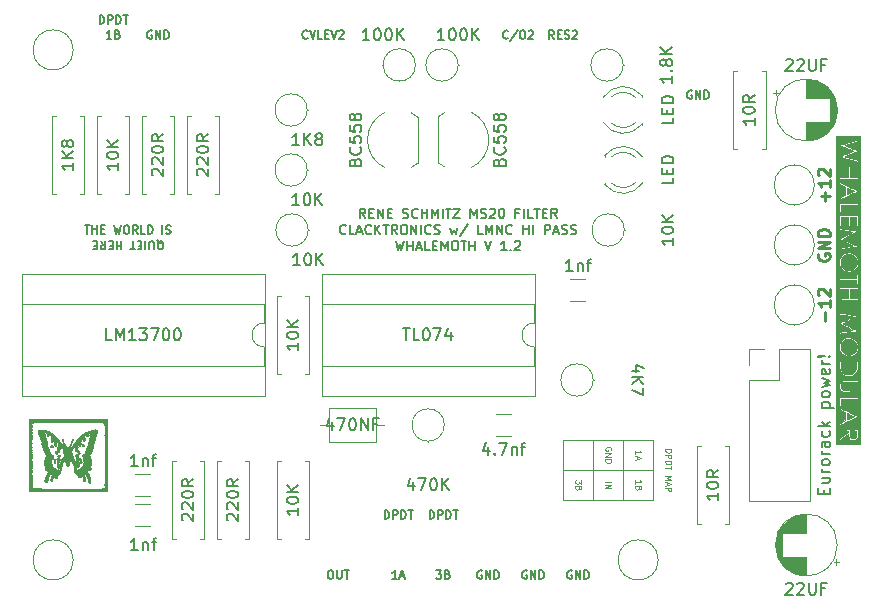
<source format=gbr>
G04 #@! TF.GenerationSoftware,KiCad,Pcbnew,(5.1.0-0)*
G04 #@! TF.CreationDate,2019-04-30T17:26:27+01:00*
G04 #@! TF.ProjectId,MS20filter,4d533230-6669-46c7-9465-722e6b696361,rev?*
G04 #@! TF.SameCoordinates,Original*
G04 #@! TF.FileFunction,Legend,Top*
G04 #@! TF.FilePolarity,Positive*
%FSLAX46Y46*%
G04 Gerber Fmt 4.6, Leading zero omitted, Abs format (unit mm)*
G04 Created by KiCad (PCBNEW (5.1.0-0)) date 2019-04-30 17:26:27*
%MOMM*%
%LPD*%
G04 APERTURE LIST*
%ADD10C,0.175000*%
%ADD11C,0.120000*%
%ADD12C,0.125000*%
%ADD13C,0.250000*%
%ADD14C,0.010000*%
%ADD15C,0.150000*%
G04 APERTURE END LIST*
D10*
X205666666Y-47876666D02*
X205733333Y-47910000D01*
X205800000Y-47976666D01*
X205900000Y-48076666D01*
X205966666Y-48110000D01*
X206033333Y-48110000D01*
X206000000Y-47943333D02*
X206066666Y-47976666D01*
X206133333Y-48043333D01*
X206166666Y-48176666D01*
X206166666Y-48410000D01*
X206133333Y-48543333D01*
X206066666Y-48610000D01*
X206000000Y-48643333D01*
X205866666Y-48643333D01*
X205800000Y-48610000D01*
X205733333Y-48543333D01*
X205700000Y-48410000D01*
X205700000Y-48176666D01*
X205733333Y-48043333D01*
X205800000Y-47976666D01*
X205866666Y-47943333D01*
X206000000Y-47943333D01*
X205400000Y-48643333D02*
X205400000Y-48076666D01*
X205366666Y-48010000D01*
X205333333Y-47976666D01*
X205266666Y-47943333D01*
X205133333Y-47943333D01*
X205066666Y-47976666D01*
X205033333Y-48010000D01*
X205000000Y-48076666D01*
X205000000Y-48643333D01*
X204666666Y-47943333D02*
X204666666Y-48643333D01*
X204333333Y-48310000D02*
X204100000Y-48310000D01*
X204000000Y-47943333D02*
X204333333Y-47943333D01*
X204333333Y-48643333D01*
X204000000Y-48643333D01*
X203800000Y-48643333D02*
X203400000Y-48643333D01*
X203600000Y-47943333D02*
X203600000Y-48643333D01*
X202633333Y-47943333D02*
X202633333Y-48643333D01*
X202633333Y-48310000D02*
X202233333Y-48310000D01*
X202233333Y-47943333D02*
X202233333Y-48643333D01*
X201900000Y-48310000D02*
X201666666Y-48310000D01*
X201566666Y-47943333D02*
X201900000Y-47943333D01*
X201900000Y-48643333D01*
X201566666Y-48643333D01*
X200866666Y-47943333D02*
X201100000Y-48276666D01*
X201266666Y-47943333D02*
X201266666Y-48643333D01*
X201000000Y-48643333D01*
X200933333Y-48610000D01*
X200900000Y-48576666D01*
X200866666Y-48510000D01*
X200866666Y-48410000D01*
X200900000Y-48343333D01*
X200933333Y-48310000D01*
X201000000Y-48276666D01*
X201266666Y-48276666D01*
X200566666Y-48310000D02*
X200333333Y-48310000D01*
X200233333Y-47943333D02*
X200566666Y-47943333D01*
X200566666Y-48643333D01*
X200233333Y-48643333D01*
X199533333Y-46606666D02*
X199933333Y-46606666D01*
X199733333Y-47306666D02*
X199733333Y-46606666D01*
X200166666Y-47306666D02*
X200166666Y-46606666D01*
X200166666Y-46940000D02*
X200566666Y-46940000D01*
X200566666Y-47306666D02*
X200566666Y-46606666D01*
X200900000Y-46940000D02*
X201133333Y-46940000D01*
X201233333Y-47306666D02*
X200900000Y-47306666D01*
X200900000Y-46606666D01*
X201233333Y-46606666D01*
X202000000Y-46606666D02*
X202166666Y-47306666D01*
X202300000Y-46806666D01*
X202433333Y-47306666D01*
X202600000Y-46606666D01*
X203000000Y-46606666D02*
X203133333Y-46606666D01*
X203200000Y-46640000D01*
X203266666Y-46706666D01*
X203300000Y-46840000D01*
X203300000Y-47073333D01*
X203266666Y-47206666D01*
X203200000Y-47273333D01*
X203133333Y-47306666D01*
X203000000Y-47306666D01*
X202933333Y-47273333D01*
X202866666Y-47206666D01*
X202833333Y-47073333D01*
X202833333Y-46840000D01*
X202866666Y-46706666D01*
X202933333Y-46640000D01*
X203000000Y-46606666D01*
X204000000Y-47306666D02*
X203766666Y-46973333D01*
X203600000Y-47306666D02*
X203600000Y-46606666D01*
X203866666Y-46606666D01*
X203933333Y-46640000D01*
X203966666Y-46673333D01*
X204000000Y-46740000D01*
X204000000Y-46840000D01*
X203966666Y-46906666D01*
X203933333Y-46940000D01*
X203866666Y-46973333D01*
X203600000Y-46973333D01*
X204633333Y-47306666D02*
X204300000Y-47306666D01*
X204300000Y-46606666D01*
X204866666Y-47306666D02*
X204866666Y-46606666D01*
X205033333Y-46606666D01*
X205133333Y-46640000D01*
X205200000Y-46706666D01*
X205233333Y-46773333D01*
X205266666Y-46906666D01*
X205266666Y-47006666D01*
X205233333Y-47140000D01*
X205200000Y-47206666D01*
X205133333Y-47273333D01*
X205033333Y-47306666D01*
X204866666Y-47306666D01*
X206100000Y-47306666D02*
X206100000Y-46606666D01*
X206400000Y-47273333D02*
X206500000Y-47306666D01*
X206666666Y-47306666D01*
X206733333Y-47273333D01*
X206766666Y-47240000D01*
X206800000Y-47173333D01*
X206800000Y-47106666D01*
X206766666Y-47040000D01*
X206733333Y-47006666D01*
X206666666Y-46973333D01*
X206533333Y-46940000D01*
X206466666Y-46906666D01*
X206433333Y-46873333D01*
X206400000Y-46806666D01*
X206400000Y-46740000D01*
X206433333Y-46673333D01*
X206466666Y-46640000D01*
X206533333Y-46606666D01*
X206700000Y-46606666D01*
X206800000Y-46640000D01*
X233146666Y-75850000D02*
X233080000Y-75816666D01*
X232980000Y-75816666D01*
X232880000Y-75850000D01*
X232813333Y-75916666D01*
X232780000Y-75983333D01*
X232746666Y-76116666D01*
X232746666Y-76216666D01*
X232780000Y-76350000D01*
X232813333Y-76416666D01*
X232880000Y-76483333D01*
X232980000Y-76516666D01*
X233046666Y-76516666D01*
X233146666Y-76483333D01*
X233180000Y-76450000D01*
X233180000Y-76216666D01*
X233046666Y-76216666D01*
X233480000Y-76516666D02*
X233480000Y-75816666D01*
X233880000Y-76516666D01*
X233880000Y-75816666D01*
X234213333Y-76516666D02*
X234213333Y-75816666D01*
X234380000Y-75816666D01*
X234480000Y-75850000D01*
X234546666Y-75916666D01*
X234580000Y-75983333D01*
X234613333Y-76116666D01*
X234613333Y-76216666D01*
X234580000Y-76350000D01*
X234546666Y-76416666D01*
X234480000Y-76483333D01*
X234380000Y-76516666D01*
X234213333Y-76516666D01*
X228720000Y-71436666D02*
X228720000Y-70736666D01*
X228886666Y-70736666D01*
X228986666Y-70770000D01*
X229053333Y-70836666D01*
X229086666Y-70903333D01*
X229120000Y-71036666D01*
X229120000Y-71136666D01*
X229086666Y-71270000D01*
X229053333Y-71336666D01*
X228986666Y-71403333D01*
X228886666Y-71436666D01*
X228720000Y-71436666D01*
X229420000Y-71436666D02*
X229420000Y-70736666D01*
X229686666Y-70736666D01*
X229753333Y-70770000D01*
X229786666Y-70803333D01*
X229820000Y-70870000D01*
X229820000Y-70970000D01*
X229786666Y-71036666D01*
X229753333Y-71070000D01*
X229686666Y-71103333D01*
X229420000Y-71103333D01*
X230120000Y-71436666D02*
X230120000Y-70736666D01*
X230286666Y-70736666D01*
X230386666Y-70770000D01*
X230453333Y-70836666D01*
X230486666Y-70903333D01*
X230520000Y-71036666D01*
X230520000Y-71136666D01*
X230486666Y-71270000D01*
X230453333Y-71336666D01*
X230386666Y-71403333D01*
X230286666Y-71436666D01*
X230120000Y-71436666D01*
X230720000Y-70736666D02*
X231120000Y-70736666D01*
X230920000Y-71436666D02*
X230920000Y-70736666D01*
X224910000Y-71436666D02*
X224910000Y-70736666D01*
X225076666Y-70736666D01*
X225176666Y-70770000D01*
X225243333Y-70836666D01*
X225276666Y-70903333D01*
X225310000Y-71036666D01*
X225310000Y-71136666D01*
X225276666Y-71270000D01*
X225243333Y-71336666D01*
X225176666Y-71403333D01*
X225076666Y-71436666D01*
X224910000Y-71436666D01*
X225610000Y-71436666D02*
X225610000Y-70736666D01*
X225876666Y-70736666D01*
X225943333Y-70770000D01*
X225976666Y-70803333D01*
X226010000Y-70870000D01*
X226010000Y-70970000D01*
X225976666Y-71036666D01*
X225943333Y-71070000D01*
X225876666Y-71103333D01*
X225610000Y-71103333D01*
X226310000Y-71436666D02*
X226310000Y-70736666D01*
X226476666Y-70736666D01*
X226576666Y-70770000D01*
X226643333Y-70836666D01*
X226676666Y-70903333D01*
X226710000Y-71036666D01*
X226710000Y-71136666D01*
X226676666Y-71270000D01*
X226643333Y-71336666D01*
X226576666Y-71403333D01*
X226476666Y-71436666D01*
X226310000Y-71436666D01*
X226910000Y-70736666D02*
X227310000Y-70736666D01*
X227110000Y-71436666D02*
X227110000Y-70736666D01*
D11*
X247650000Y-67310000D02*
X240030000Y-67310000D01*
X242570000Y-64770000D02*
X242570000Y-69850000D01*
X245110000Y-64770000D02*
X245110000Y-69850000D01*
X247650000Y-64770000D02*
X240030000Y-64770000D01*
X240030000Y-64770000D02*
X240030000Y-69850000D01*
X247650000Y-69850000D02*
X240030000Y-69850000D01*
X247650000Y-64770000D02*
X247650000Y-69850000D01*
D12*
X241573809Y-68163333D02*
X241573809Y-68472857D01*
X241383333Y-68306190D01*
X241383333Y-68377619D01*
X241359523Y-68425238D01*
X241335714Y-68449047D01*
X241288095Y-68472857D01*
X241169047Y-68472857D01*
X241121428Y-68449047D01*
X241097619Y-68425238D01*
X241073809Y-68377619D01*
X241073809Y-68234761D01*
X241097619Y-68187142D01*
X241121428Y-68163333D01*
X241335714Y-68853809D02*
X241311904Y-68925238D01*
X241288095Y-68949047D01*
X241240476Y-68972857D01*
X241169047Y-68972857D01*
X241121428Y-68949047D01*
X241097619Y-68925238D01*
X241073809Y-68877619D01*
X241073809Y-68687142D01*
X241573809Y-68687142D01*
X241573809Y-68853809D01*
X241550000Y-68901428D01*
X241526190Y-68925238D01*
X241478571Y-68949047D01*
X241430952Y-68949047D01*
X241383333Y-68925238D01*
X241359523Y-68901428D01*
X241335714Y-68853809D01*
X241335714Y-68687142D01*
X243613809Y-68318095D02*
X244113809Y-68318095D01*
X243613809Y-68556190D02*
X244113809Y-68556190D01*
X243613809Y-68841904D01*
X244113809Y-68841904D01*
X244090000Y-65659047D02*
X244113809Y-65611428D01*
X244113809Y-65540000D01*
X244090000Y-65468571D01*
X244042380Y-65420952D01*
X243994761Y-65397142D01*
X243899523Y-65373333D01*
X243828095Y-65373333D01*
X243732857Y-65397142D01*
X243685238Y-65420952D01*
X243637619Y-65468571D01*
X243613809Y-65540000D01*
X243613809Y-65587619D01*
X243637619Y-65659047D01*
X243661428Y-65682857D01*
X243828095Y-65682857D01*
X243828095Y-65587619D01*
X243613809Y-65897142D02*
X244113809Y-65897142D01*
X243613809Y-66182857D01*
X244113809Y-66182857D01*
X243613809Y-66420952D02*
X244113809Y-66420952D01*
X244113809Y-66540000D01*
X244090000Y-66611428D01*
X244042380Y-66659047D01*
X243994761Y-66682857D01*
X243899523Y-66706666D01*
X243828095Y-66706666D01*
X243732857Y-66682857D01*
X243685238Y-66659047D01*
X243637619Y-66611428D01*
X243613809Y-66540000D01*
X243613809Y-66420952D01*
X246153809Y-68472857D02*
X246153809Y-68187142D01*
X246153809Y-68330000D02*
X246653809Y-68330000D01*
X246582380Y-68282380D01*
X246534761Y-68234761D01*
X246510952Y-68187142D01*
X246415714Y-68853809D02*
X246391904Y-68925238D01*
X246368095Y-68949047D01*
X246320476Y-68972857D01*
X246249047Y-68972857D01*
X246201428Y-68949047D01*
X246177619Y-68925238D01*
X246153809Y-68877619D01*
X246153809Y-68687142D01*
X246653809Y-68687142D01*
X246653809Y-68853809D01*
X246630000Y-68901428D01*
X246606190Y-68925238D01*
X246558571Y-68949047D01*
X246510952Y-68949047D01*
X246463333Y-68925238D01*
X246439523Y-68901428D01*
X246415714Y-68853809D01*
X246415714Y-68687142D01*
X246153809Y-65968571D02*
X246153809Y-65682857D01*
X246153809Y-65825714D02*
X246653809Y-65825714D01*
X246582380Y-65778095D01*
X246534761Y-65730476D01*
X246510952Y-65682857D01*
X246296666Y-66159047D02*
X246296666Y-66397142D01*
X246153809Y-66111428D02*
X246653809Y-66278095D01*
X246153809Y-66444761D01*
X248693809Y-65548095D02*
X249193809Y-65548095D01*
X249193809Y-65667142D01*
X249170000Y-65738571D01*
X249122380Y-65786190D01*
X249074761Y-65810000D01*
X248979523Y-65833809D01*
X248908095Y-65833809D01*
X248812857Y-65810000D01*
X248765238Y-65786190D01*
X248717619Y-65738571D01*
X248693809Y-65667142D01*
X248693809Y-65548095D01*
X248693809Y-66048095D02*
X249193809Y-66048095D01*
X249193809Y-66238571D01*
X249170000Y-66286190D01*
X249146190Y-66310000D01*
X249098571Y-66333809D01*
X249027142Y-66333809D01*
X248979523Y-66310000D01*
X248955714Y-66286190D01*
X248931904Y-66238571D01*
X248931904Y-66048095D01*
X248693809Y-66548095D02*
X249193809Y-66548095D01*
X249193809Y-66667142D01*
X249170000Y-66738571D01*
X249122380Y-66786190D01*
X249074761Y-66810000D01*
X248979523Y-66833809D01*
X248908095Y-66833809D01*
X248812857Y-66810000D01*
X248765238Y-66786190D01*
X248717619Y-66738571D01*
X248693809Y-66667142D01*
X248693809Y-66548095D01*
X249193809Y-66976666D02*
X249193809Y-67262380D01*
X248693809Y-67119523D02*
X249193809Y-67119523D01*
X248693809Y-67810000D02*
X249193809Y-67810000D01*
X248836666Y-67976666D01*
X249193809Y-68143333D01*
X248693809Y-68143333D01*
X248836666Y-68357619D02*
X248836666Y-68595714D01*
X248693809Y-68310000D02*
X249193809Y-68476666D01*
X248693809Y-68643333D01*
X248693809Y-68810000D02*
X249193809Y-68810000D01*
X249193809Y-69000476D01*
X249170000Y-69048095D01*
X249146190Y-69071904D01*
X249098571Y-69095714D01*
X249027142Y-69095714D01*
X248979523Y-69071904D01*
X248955714Y-69048095D01*
X248931904Y-69000476D01*
X248931904Y-68810000D01*
D10*
X223273333Y-45976904D02*
X223006666Y-45595952D01*
X222816190Y-45976904D02*
X222816190Y-45176904D01*
X223120952Y-45176904D01*
X223197142Y-45215000D01*
X223235238Y-45253095D01*
X223273333Y-45329285D01*
X223273333Y-45443571D01*
X223235238Y-45519761D01*
X223197142Y-45557857D01*
X223120952Y-45595952D01*
X222816190Y-45595952D01*
X223616190Y-45557857D02*
X223882857Y-45557857D01*
X223997142Y-45976904D02*
X223616190Y-45976904D01*
X223616190Y-45176904D01*
X223997142Y-45176904D01*
X224340000Y-45976904D02*
X224340000Y-45176904D01*
X224797142Y-45976904D01*
X224797142Y-45176904D01*
X225178095Y-45557857D02*
X225444761Y-45557857D01*
X225559047Y-45976904D02*
X225178095Y-45976904D01*
X225178095Y-45176904D01*
X225559047Y-45176904D01*
X226473333Y-45938809D02*
X226587619Y-45976904D01*
X226778095Y-45976904D01*
X226854285Y-45938809D01*
X226892380Y-45900714D01*
X226930476Y-45824523D01*
X226930476Y-45748333D01*
X226892380Y-45672142D01*
X226854285Y-45634047D01*
X226778095Y-45595952D01*
X226625714Y-45557857D01*
X226549523Y-45519761D01*
X226511428Y-45481666D01*
X226473333Y-45405476D01*
X226473333Y-45329285D01*
X226511428Y-45253095D01*
X226549523Y-45215000D01*
X226625714Y-45176904D01*
X226816190Y-45176904D01*
X226930476Y-45215000D01*
X227730476Y-45900714D02*
X227692380Y-45938809D01*
X227578095Y-45976904D01*
X227501904Y-45976904D01*
X227387619Y-45938809D01*
X227311428Y-45862619D01*
X227273333Y-45786428D01*
X227235238Y-45634047D01*
X227235238Y-45519761D01*
X227273333Y-45367380D01*
X227311428Y-45291190D01*
X227387619Y-45215000D01*
X227501904Y-45176904D01*
X227578095Y-45176904D01*
X227692380Y-45215000D01*
X227730476Y-45253095D01*
X228073333Y-45976904D02*
X228073333Y-45176904D01*
X228073333Y-45557857D02*
X228530476Y-45557857D01*
X228530476Y-45976904D02*
X228530476Y-45176904D01*
X228911428Y-45976904D02*
X228911428Y-45176904D01*
X229178095Y-45748333D01*
X229444761Y-45176904D01*
X229444761Y-45976904D01*
X229825714Y-45976904D02*
X229825714Y-45176904D01*
X230092380Y-45176904D02*
X230549523Y-45176904D01*
X230320952Y-45976904D02*
X230320952Y-45176904D01*
X230740000Y-45176904D02*
X231273333Y-45176904D01*
X230740000Y-45976904D01*
X231273333Y-45976904D01*
X232187619Y-45976904D02*
X232187619Y-45176904D01*
X232454285Y-45748333D01*
X232720952Y-45176904D01*
X232720952Y-45976904D01*
X233063809Y-45938809D02*
X233178095Y-45976904D01*
X233368571Y-45976904D01*
X233444761Y-45938809D01*
X233482857Y-45900714D01*
X233520952Y-45824523D01*
X233520952Y-45748333D01*
X233482857Y-45672142D01*
X233444761Y-45634047D01*
X233368571Y-45595952D01*
X233216190Y-45557857D01*
X233140000Y-45519761D01*
X233101904Y-45481666D01*
X233063809Y-45405476D01*
X233063809Y-45329285D01*
X233101904Y-45253095D01*
X233140000Y-45215000D01*
X233216190Y-45176904D01*
X233406666Y-45176904D01*
X233520952Y-45215000D01*
X233825714Y-45253095D02*
X233863809Y-45215000D01*
X233940000Y-45176904D01*
X234130476Y-45176904D01*
X234206666Y-45215000D01*
X234244761Y-45253095D01*
X234282857Y-45329285D01*
X234282857Y-45405476D01*
X234244761Y-45519761D01*
X233787619Y-45976904D01*
X234282857Y-45976904D01*
X234778095Y-45176904D02*
X234854285Y-45176904D01*
X234930476Y-45215000D01*
X234968571Y-45253095D01*
X235006666Y-45329285D01*
X235044761Y-45481666D01*
X235044761Y-45672142D01*
X235006666Y-45824523D01*
X234968571Y-45900714D01*
X234930476Y-45938809D01*
X234854285Y-45976904D01*
X234778095Y-45976904D01*
X234701904Y-45938809D01*
X234663809Y-45900714D01*
X234625714Y-45824523D01*
X234587619Y-45672142D01*
X234587619Y-45481666D01*
X234625714Y-45329285D01*
X234663809Y-45253095D01*
X234701904Y-45215000D01*
X234778095Y-45176904D01*
X236263809Y-45557857D02*
X235997142Y-45557857D01*
X235997142Y-45976904D02*
X235997142Y-45176904D01*
X236378095Y-45176904D01*
X236682857Y-45976904D02*
X236682857Y-45176904D01*
X237444761Y-45976904D02*
X237063809Y-45976904D01*
X237063809Y-45176904D01*
X237597142Y-45176904D02*
X238054285Y-45176904D01*
X237825714Y-45976904D02*
X237825714Y-45176904D01*
X238320952Y-45557857D02*
X238587619Y-45557857D01*
X238701904Y-45976904D02*
X238320952Y-45976904D01*
X238320952Y-45176904D01*
X238701904Y-45176904D01*
X239501904Y-45976904D02*
X239235238Y-45595952D01*
X239044761Y-45976904D02*
X239044761Y-45176904D01*
X239349523Y-45176904D01*
X239425714Y-45215000D01*
X239463809Y-45253095D01*
X239501904Y-45329285D01*
X239501904Y-45443571D01*
X239463809Y-45519761D01*
X239425714Y-45557857D01*
X239349523Y-45595952D01*
X239044761Y-45595952D01*
X221635238Y-47275714D02*
X221597142Y-47313809D01*
X221482857Y-47351904D01*
X221406666Y-47351904D01*
X221292380Y-47313809D01*
X221216190Y-47237619D01*
X221178095Y-47161428D01*
X221140000Y-47009047D01*
X221140000Y-46894761D01*
X221178095Y-46742380D01*
X221216190Y-46666190D01*
X221292380Y-46590000D01*
X221406666Y-46551904D01*
X221482857Y-46551904D01*
X221597142Y-46590000D01*
X221635238Y-46628095D01*
X222359047Y-47351904D02*
X221978095Y-47351904D01*
X221978095Y-46551904D01*
X222587619Y-47123333D02*
X222968571Y-47123333D01*
X222511428Y-47351904D02*
X222778095Y-46551904D01*
X223044761Y-47351904D01*
X223768571Y-47275714D02*
X223730476Y-47313809D01*
X223616190Y-47351904D01*
X223540000Y-47351904D01*
X223425714Y-47313809D01*
X223349523Y-47237619D01*
X223311428Y-47161428D01*
X223273333Y-47009047D01*
X223273333Y-46894761D01*
X223311428Y-46742380D01*
X223349523Y-46666190D01*
X223425714Y-46590000D01*
X223540000Y-46551904D01*
X223616190Y-46551904D01*
X223730476Y-46590000D01*
X223768571Y-46628095D01*
X224111428Y-47351904D02*
X224111428Y-46551904D01*
X224568571Y-47351904D02*
X224225714Y-46894761D01*
X224568571Y-46551904D02*
X224111428Y-47009047D01*
X224797142Y-46551904D02*
X225254285Y-46551904D01*
X225025714Y-47351904D02*
X225025714Y-46551904D01*
X225978095Y-47351904D02*
X225711428Y-46970952D01*
X225520952Y-47351904D02*
X225520952Y-46551904D01*
X225825714Y-46551904D01*
X225901904Y-46590000D01*
X225940000Y-46628095D01*
X225978095Y-46704285D01*
X225978095Y-46818571D01*
X225940000Y-46894761D01*
X225901904Y-46932857D01*
X225825714Y-46970952D01*
X225520952Y-46970952D01*
X226473333Y-46551904D02*
X226625714Y-46551904D01*
X226701904Y-46590000D01*
X226778095Y-46666190D01*
X226816190Y-46818571D01*
X226816190Y-47085238D01*
X226778095Y-47237619D01*
X226701904Y-47313809D01*
X226625714Y-47351904D01*
X226473333Y-47351904D01*
X226397142Y-47313809D01*
X226320952Y-47237619D01*
X226282857Y-47085238D01*
X226282857Y-46818571D01*
X226320952Y-46666190D01*
X226397142Y-46590000D01*
X226473333Y-46551904D01*
X227159047Y-47351904D02*
X227159047Y-46551904D01*
X227616190Y-47351904D01*
X227616190Y-46551904D01*
X227997142Y-47351904D02*
X227997142Y-46551904D01*
X228835238Y-47275714D02*
X228797142Y-47313809D01*
X228682857Y-47351904D01*
X228606666Y-47351904D01*
X228492380Y-47313809D01*
X228416190Y-47237619D01*
X228378095Y-47161428D01*
X228340000Y-47009047D01*
X228340000Y-46894761D01*
X228378095Y-46742380D01*
X228416190Y-46666190D01*
X228492380Y-46590000D01*
X228606666Y-46551904D01*
X228682857Y-46551904D01*
X228797142Y-46590000D01*
X228835238Y-46628095D01*
X229140000Y-47313809D02*
X229254285Y-47351904D01*
X229444761Y-47351904D01*
X229520952Y-47313809D01*
X229559047Y-47275714D01*
X229597142Y-47199523D01*
X229597142Y-47123333D01*
X229559047Y-47047142D01*
X229520952Y-47009047D01*
X229444761Y-46970952D01*
X229292380Y-46932857D01*
X229216190Y-46894761D01*
X229178095Y-46856666D01*
X229140000Y-46780476D01*
X229140000Y-46704285D01*
X229178095Y-46628095D01*
X229216190Y-46590000D01*
X229292380Y-46551904D01*
X229482857Y-46551904D01*
X229597142Y-46590000D01*
X230473333Y-46818571D02*
X230625714Y-47351904D01*
X230778095Y-46970952D01*
X230930476Y-47351904D01*
X231082857Y-46818571D01*
X231959047Y-46513809D02*
X231273333Y-47542380D01*
X233216190Y-47351904D02*
X232835238Y-47351904D01*
X232835238Y-46551904D01*
X233482857Y-47351904D02*
X233482857Y-46551904D01*
X233749523Y-47123333D01*
X234016190Y-46551904D01*
X234016190Y-47351904D01*
X234397142Y-47351904D02*
X234397142Y-46551904D01*
X234854285Y-47351904D01*
X234854285Y-46551904D01*
X235692380Y-47275714D02*
X235654285Y-47313809D01*
X235540000Y-47351904D01*
X235463809Y-47351904D01*
X235349523Y-47313809D01*
X235273333Y-47237619D01*
X235235238Y-47161428D01*
X235197142Y-47009047D01*
X235197142Y-46894761D01*
X235235238Y-46742380D01*
X235273333Y-46666190D01*
X235349523Y-46590000D01*
X235463809Y-46551904D01*
X235540000Y-46551904D01*
X235654285Y-46590000D01*
X235692380Y-46628095D01*
X236644761Y-47351904D02*
X236644761Y-46551904D01*
X236644761Y-46932857D02*
X237101904Y-46932857D01*
X237101904Y-47351904D02*
X237101904Y-46551904D01*
X237482857Y-47351904D02*
X237482857Y-46551904D01*
X238473333Y-47351904D02*
X238473333Y-46551904D01*
X238778095Y-46551904D01*
X238854285Y-46590000D01*
X238892380Y-46628095D01*
X238930476Y-46704285D01*
X238930476Y-46818571D01*
X238892380Y-46894761D01*
X238854285Y-46932857D01*
X238778095Y-46970952D01*
X238473333Y-46970952D01*
X239235238Y-47123333D02*
X239616190Y-47123333D01*
X239159047Y-47351904D02*
X239425714Y-46551904D01*
X239692380Y-47351904D01*
X239920952Y-47313809D02*
X240035238Y-47351904D01*
X240225714Y-47351904D01*
X240301904Y-47313809D01*
X240340000Y-47275714D01*
X240378095Y-47199523D01*
X240378095Y-47123333D01*
X240340000Y-47047142D01*
X240301904Y-47009047D01*
X240225714Y-46970952D01*
X240073333Y-46932857D01*
X239997142Y-46894761D01*
X239959047Y-46856666D01*
X239920952Y-46780476D01*
X239920952Y-46704285D01*
X239959047Y-46628095D01*
X239997142Y-46590000D01*
X240073333Y-46551904D01*
X240263809Y-46551904D01*
X240378095Y-46590000D01*
X240682857Y-47313809D02*
X240797142Y-47351904D01*
X240987619Y-47351904D01*
X241063809Y-47313809D01*
X241101904Y-47275714D01*
X241140000Y-47199523D01*
X241140000Y-47123333D01*
X241101904Y-47047142D01*
X241063809Y-47009047D01*
X240987619Y-46970952D01*
X240835238Y-46932857D01*
X240759047Y-46894761D01*
X240720952Y-46856666D01*
X240682857Y-46780476D01*
X240682857Y-46704285D01*
X240720952Y-46628095D01*
X240759047Y-46590000D01*
X240835238Y-46551904D01*
X241025714Y-46551904D01*
X241140000Y-46590000D01*
X225844761Y-47926904D02*
X226035238Y-48726904D01*
X226187619Y-48155476D01*
X226340000Y-48726904D01*
X226530476Y-47926904D01*
X226835238Y-48726904D02*
X226835238Y-47926904D01*
X226835238Y-48307857D02*
X227292380Y-48307857D01*
X227292380Y-48726904D02*
X227292380Y-47926904D01*
X227635238Y-48498333D02*
X228016190Y-48498333D01*
X227559047Y-48726904D02*
X227825714Y-47926904D01*
X228092380Y-48726904D01*
X228740000Y-48726904D02*
X228359047Y-48726904D01*
X228359047Y-47926904D01*
X229006666Y-48307857D02*
X229273333Y-48307857D01*
X229387619Y-48726904D02*
X229006666Y-48726904D01*
X229006666Y-47926904D01*
X229387619Y-47926904D01*
X229730476Y-48726904D02*
X229730476Y-47926904D01*
X229997142Y-48498333D01*
X230263809Y-47926904D01*
X230263809Y-48726904D01*
X230797142Y-47926904D02*
X230949523Y-47926904D01*
X231025714Y-47965000D01*
X231101904Y-48041190D01*
X231140000Y-48193571D01*
X231140000Y-48460238D01*
X231101904Y-48612619D01*
X231025714Y-48688809D01*
X230949523Y-48726904D01*
X230797142Y-48726904D01*
X230720952Y-48688809D01*
X230644761Y-48612619D01*
X230606666Y-48460238D01*
X230606666Y-48193571D01*
X230644761Y-48041190D01*
X230720952Y-47965000D01*
X230797142Y-47926904D01*
X231368571Y-47926904D02*
X231825714Y-47926904D01*
X231597142Y-48726904D02*
X231597142Y-47926904D01*
X232092380Y-48726904D02*
X232092380Y-47926904D01*
X232092380Y-48307857D02*
X232549523Y-48307857D01*
X232549523Y-48726904D02*
X232549523Y-47926904D01*
X233425714Y-47926904D02*
X233692380Y-48726904D01*
X233959047Y-47926904D01*
X235254285Y-48726904D02*
X234797142Y-48726904D01*
X235025714Y-48726904D02*
X235025714Y-47926904D01*
X234949523Y-48041190D01*
X234873333Y-48117380D01*
X234797142Y-48155476D01*
X235597142Y-48650714D02*
X235635238Y-48688809D01*
X235597142Y-48726904D01*
X235559047Y-48688809D01*
X235597142Y-48650714D01*
X235597142Y-48726904D01*
X235940000Y-48003095D02*
X235978095Y-47965000D01*
X236054285Y-47926904D01*
X236244761Y-47926904D01*
X236320952Y-47965000D01*
X236359047Y-48003095D01*
X236397142Y-48079285D01*
X236397142Y-48155476D01*
X236359047Y-48269761D01*
X235901904Y-48726904D01*
X236397142Y-48726904D01*
X200780000Y-29526666D02*
X200780000Y-28826666D01*
X200946666Y-28826666D01*
X201046666Y-28860000D01*
X201113333Y-28926666D01*
X201146666Y-28993333D01*
X201180000Y-29126666D01*
X201180000Y-29226666D01*
X201146666Y-29360000D01*
X201113333Y-29426666D01*
X201046666Y-29493333D01*
X200946666Y-29526666D01*
X200780000Y-29526666D01*
X201480000Y-29526666D02*
X201480000Y-28826666D01*
X201746666Y-28826666D01*
X201813333Y-28860000D01*
X201846666Y-28893333D01*
X201880000Y-28960000D01*
X201880000Y-29060000D01*
X201846666Y-29126666D01*
X201813333Y-29160000D01*
X201746666Y-29193333D01*
X201480000Y-29193333D01*
X202180000Y-29526666D02*
X202180000Y-28826666D01*
X202346666Y-28826666D01*
X202446666Y-28860000D01*
X202513333Y-28926666D01*
X202546666Y-28993333D01*
X202580000Y-29126666D01*
X202580000Y-29226666D01*
X202546666Y-29360000D01*
X202513333Y-29426666D01*
X202446666Y-29493333D01*
X202346666Y-29526666D01*
X202180000Y-29526666D01*
X202780000Y-28826666D02*
X203180000Y-28826666D01*
X202980000Y-29526666D02*
X202980000Y-28826666D01*
D13*
X262221428Y-54673333D02*
X262221428Y-53911428D01*
X262602380Y-52911428D02*
X262602380Y-53482857D01*
X262602380Y-53197142D02*
X261602380Y-53197142D01*
X261745238Y-53292380D01*
X261840476Y-53387619D01*
X261888095Y-53482857D01*
X261697619Y-52530476D02*
X261650000Y-52482857D01*
X261602380Y-52387619D01*
X261602380Y-52149523D01*
X261650000Y-52054285D01*
X261697619Y-52006666D01*
X261792857Y-51959047D01*
X261888095Y-51959047D01*
X262030952Y-52006666D01*
X262602380Y-52578095D01*
X262602380Y-51959047D01*
X261650000Y-49021904D02*
X261602380Y-49117142D01*
X261602380Y-49260000D01*
X261650000Y-49402857D01*
X261745238Y-49498095D01*
X261840476Y-49545714D01*
X262030952Y-49593333D01*
X262173809Y-49593333D01*
X262364285Y-49545714D01*
X262459523Y-49498095D01*
X262554761Y-49402857D01*
X262602380Y-49260000D01*
X262602380Y-49164761D01*
X262554761Y-49021904D01*
X262507142Y-48974285D01*
X262173809Y-48974285D01*
X262173809Y-49164761D01*
X262602380Y-48545714D02*
X261602380Y-48545714D01*
X262602380Y-47974285D01*
X261602380Y-47974285D01*
X262602380Y-47498095D02*
X261602380Y-47498095D01*
X261602380Y-47260000D01*
X261650000Y-47117142D01*
X261745238Y-47021904D01*
X261840476Y-46974285D01*
X262030952Y-46926666D01*
X262173809Y-46926666D01*
X262364285Y-46974285D01*
X262459523Y-47021904D01*
X262554761Y-47117142D01*
X262602380Y-47260000D01*
X262602380Y-47498095D01*
X262221428Y-44513333D02*
X262221428Y-43751428D01*
X262602380Y-44132380D02*
X261840476Y-44132380D01*
X262602380Y-42751428D02*
X262602380Y-43322857D01*
X262602380Y-43037142D02*
X261602380Y-43037142D01*
X261745238Y-43132380D01*
X261840476Y-43227619D01*
X261888095Y-43322857D01*
X261697619Y-42370476D02*
X261650000Y-42322857D01*
X261602380Y-42227619D01*
X261602380Y-41989523D01*
X261650000Y-41894285D01*
X261697619Y-41846666D01*
X261792857Y-41799047D01*
X261888095Y-41799047D01*
X262030952Y-41846666D01*
X262602380Y-42418095D01*
X262602380Y-41799047D01*
D11*
X198550000Y-31750000D02*
G75*
G03X198550000Y-31750000I-1700000J0D01*
G01*
X198550000Y-74930000D02*
G75*
G03X198550000Y-74930000I-1700000J0D01*
G01*
X248080000Y-74930000D02*
G75*
G03X248080000Y-74930000I-1700000J0D01*
G01*
X224900000Y-63500000D02*
X224210000Y-63500000D01*
X219480000Y-63500000D02*
X220170000Y-63500000D01*
X224210000Y-62080000D02*
X220170000Y-62080000D01*
X224210000Y-64920000D02*
X224210000Y-62080000D01*
X220170000Y-64920000D02*
X224210000Y-64920000D01*
X220170000Y-62080000D02*
X220170000Y-64920000D01*
X203821000Y-72040000D02*
X205079000Y-72040000D01*
X203821000Y-70200000D02*
X205079000Y-70200000D01*
D14*
G36*
X264838922Y-64220283D02*
G01*
X264834734Y-64354965D01*
X264822799Y-64452535D01*
X264799772Y-64521855D01*
X264762308Y-64571784D01*
X264707060Y-64611183D01*
X264687300Y-64621870D01*
X264594861Y-64647274D01*
X264497452Y-64638426D01*
X264414242Y-64597375D01*
X264407950Y-64592033D01*
X264357765Y-64532083D01*
X264324253Y-64452295D01*
X264305256Y-64344566D01*
X264298615Y-64200793D01*
X264298546Y-64181191D01*
X264298546Y-63960353D01*
X264569864Y-63966858D01*
X264841182Y-63973364D01*
X264838922Y-64220283D01*
X264838922Y-64220283D01*
G37*
X264838922Y-64220283D02*
X264834734Y-64354965D01*
X264822799Y-64452535D01*
X264799772Y-64521855D01*
X264762308Y-64571784D01*
X264707060Y-64611183D01*
X264687300Y-64621870D01*
X264594861Y-64647274D01*
X264497452Y-64638426D01*
X264414242Y-64597375D01*
X264407950Y-64592033D01*
X264357765Y-64532083D01*
X264324253Y-64452295D01*
X264305256Y-64344566D01*
X264298615Y-64200793D01*
X264298546Y-64181191D01*
X264298546Y-63960353D01*
X264569864Y-63966858D01*
X264841182Y-63973364D01*
X264838922Y-64220283D01*
G36*
X264624787Y-62784621D02*
G01*
X264576991Y-62812509D01*
X264505416Y-62850400D01*
X264419228Y-62893823D01*
X264327596Y-62938303D01*
X264239685Y-62979368D01*
X264164665Y-63012544D01*
X264111702Y-63033360D01*
X264092470Y-63038182D01*
X264082479Y-63016993D01*
X264074904Y-62960919D01*
X264069858Y-62881198D01*
X264067456Y-62789071D01*
X264067813Y-62695775D01*
X264071043Y-62612551D01*
X264077261Y-62550637D01*
X264086580Y-62521273D01*
X264087201Y-62520816D01*
X264112427Y-62526476D01*
X264169376Y-62548080D01*
X264248319Y-62581219D01*
X264339524Y-62621481D01*
X264433263Y-62664456D01*
X264519803Y-62705735D01*
X264589415Y-62740906D01*
X264632369Y-62765559D01*
X264639635Y-62771210D01*
X264624787Y-62784621D01*
X264624787Y-62784621D01*
G37*
X264624787Y-62784621D02*
X264576991Y-62812509D01*
X264505416Y-62850400D01*
X264419228Y-62893823D01*
X264327596Y-62938303D01*
X264239685Y-62979368D01*
X264164665Y-63012544D01*
X264111702Y-63033360D01*
X264092470Y-63038182D01*
X264082479Y-63016993D01*
X264074904Y-62960919D01*
X264069858Y-62881198D01*
X264067456Y-62789071D01*
X264067813Y-62695775D01*
X264071043Y-62612551D01*
X264077261Y-62550637D01*
X264086580Y-62521273D01*
X264087201Y-62520816D01*
X264112427Y-62526476D01*
X264169376Y-62548080D01*
X264248319Y-62581219D01*
X264339524Y-62621481D01*
X264433263Y-62664456D01*
X264519803Y-62705735D01*
X264589415Y-62740906D01*
X264632369Y-62765559D01*
X264639635Y-62771210D01*
X264624787Y-62784621D01*
G36*
X264844459Y-58439558D02*
G01*
X264828515Y-58619543D01*
X264803712Y-58761801D01*
X264767878Y-58874301D01*
X264718842Y-58965010D01*
X264691283Y-59001578D01*
X264581073Y-59100394D01*
X264443658Y-59170174D01*
X264289153Y-59209082D01*
X264127674Y-59215282D01*
X263969338Y-59186939D01*
X263874328Y-59149825D01*
X263764957Y-59084241D01*
X263682074Y-59004255D01*
X263622897Y-58903694D01*
X263584646Y-58776381D01*
X263564539Y-58616140D01*
X263559637Y-58450967D01*
X263559637Y-58189091D01*
X264859671Y-58189091D01*
X264844459Y-58439558D01*
X264844459Y-58439558D01*
G37*
X264844459Y-58439558D02*
X264828515Y-58619543D01*
X264803712Y-58761801D01*
X264767878Y-58874301D01*
X264718842Y-58965010D01*
X264691283Y-59001578D01*
X264581073Y-59100394D01*
X264443658Y-59170174D01*
X264289153Y-59209082D01*
X264127674Y-59215282D01*
X263969338Y-59186939D01*
X263874328Y-59149825D01*
X263764957Y-59084241D01*
X263682074Y-59004255D01*
X263622897Y-58903694D01*
X263584646Y-58776381D01*
X263564539Y-58616140D01*
X263559637Y-58450967D01*
X263559637Y-58189091D01*
X264859671Y-58189091D01*
X264844459Y-58439558D01*
G36*
X264624787Y-43688439D02*
G01*
X264576991Y-43716327D01*
X264505416Y-43754219D01*
X264419228Y-43797641D01*
X264327596Y-43842121D01*
X264239685Y-43883186D01*
X264164665Y-43916362D01*
X264111702Y-43937178D01*
X264092470Y-43942000D01*
X264082479Y-43920811D01*
X264074904Y-43864737D01*
X264069858Y-43785016D01*
X264067456Y-43692889D01*
X264067813Y-43599593D01*
X264071043Y-43516369D01*
X264077261Y-43454456D01*
X264086580Y-43425092D01*
X264087201Y-43424634D01*
X264112427Y-43430294D01*
X264169376Y-43451898D01*
X264248319Y-43485037D01*
X264339524Y-43525299D01*
X264433263Y-43568274D01*
X264519803Y-43609553D01*
X264589415Y-43644724D01*
X264632369Y-43669378D01*
X264639635Y-43675028D01*
X264624787Y-43688439D01*
X264624787Y-43688439D01*
G37*
X264624787Y-43688439D02*
X264576991Y-43716327D01*
X264505416Y-43754219D01*
X264419228Y-43797641D01*
X264327596Y-43842121D01*
X264239685Y-43883186D01*
X264164665Y-43916362D01*
X264111702Y-43937178D01*
X264092470Y-43942000D01*
X264082479Y-43920811D01*
X264074904Y-43864737D01*
X264069858Y-43785016D01*
X264067456Y-43692889D01*
X264067813Y-43599593D01*
X264071043Y-43516369D01*
X264077261Y-43454456D01*
X264086580Y-43425092D01*
X264087201Y-43424634D01*
X264112427Y-43430294D01*
X264169376Y-43451898D01*
X264248319Y-43485037D01*
X264339524Y-43525299D01*
X264433263Y-43568274D01*
X264519803Y-43609553D01*
X264589415Y-43644724D01*
X264632369Y-43669378D01*
X264639635Y-43675028D01*
X264624787Y-43688439D01*
G36*
X264839962Y-57086899D02*
G01*
X264804968Y-57168954D01*
X264706956Y-57319674D01*
X264583587Y-57432039D01*
X264436668Y-57505039D01*
X264268006Y-57537667D01*
X264145834Y-57536610D01*
X263970052Y-57501412D01*
X263817445Y-57428419D01*
X263692137Y-57321743D01*
X263598253Y-57185497D01*
X263539917Y-57023791D01*
X263523704Y-56916367D01*
X263522387Y-56793584D01*
X263542599Y-56686617D01*
X263554731Y-56649677D01*
X263634749Y-56485046D01*
X263743368Y-56356519D01*
X263879218Y-56265067D01*
X264040931Y-56211657D01*
X264194540Y-56196909D01*
X264367743Y-56216410D01*
X264521592Y-56273403D01*
X264652548Y-56362250D01*
X264757068Y-56477310D01*
X264831611Y-56612945D01*
X264872635Y-56763514D01*
X264876599Y-56923378D01*
X264839962Y-57086899D01*
X264839962Y-57086899D01*
G37*
X264839962Y-57086899D02*
X264804968Y-57168954D01*
X264706956Y-57319674D01*
X264583587Y-57432039D01*
X264436668Y-57505039D01*
X264268006Y-57537667D01*
X264145834Y-57536610D01*
X263970052Y-57501412D01*
X263817445Y-57428419D01*
X263692137Y-57321743D01*
X263598253Y-57185497D01*
X263539917Y-57023791D01*
X263523704Y-56916367D01*
X263522387Y-56793584D01*
X263542599Y-56686617D01*
X263554731Y-56649677D01*
X263634749Y-56485046D01*
X263743368Y-56356519D01*
X263879218Y-56265067D01*
X264040931Y-56211657D01*
X264194540Y-56196909D01*
X264367743Y-56216410D01*
X264521592Y-56273403D01*
X264652548Y-56362250D01*
X264757068Y-56477310D01*
X264831611Y-56612945D01*
X264872635Y-56763514D01*
X264876599Y-56923378D01*
X264839962Y-57086899D01*
G36*
X264839962Y-49928717D02*
G01*
X264804968Y-50010773D01*
X264706956Y-50161493D01*
X264583587Y-50273857D01*
X264436668Y-50346857D01*
X264268006Y-50379485D01*
X264145834Y-50378428D01*
X263970052Y-50343230D01*
X263817445Y-50270237D01*
X263692137Y-50163561D01*
X263598253Y-50027315D01*
X263539917Y-49865610D01*
X263523704Y-49758185D01*
X263522387Y-49635402D01*
X263542599Y-49528435D01*
X263554731Y-49491495D01*
X263634749Y-49326864D01*
X263743368Y-49198338D01*
X263879218Y-49106885D01*
X264040931Y-49053475D01*
X264194540Y-49038727D01*
X264367743Y-49058228D01*
X264521592Y-49115221D01*
X264652548Y-49204068D01*
X264757068Y-49319129D01*
X264831611Y-49454763D01*
X264872635Y-49605332D01*
X264876599Y-49765197D01*
X264839962Y-49928717D01*
X264839962Y-49928717D01*
G37*
X264839962Y-49928717D02*
X264804968Y-50010773D01*
X264706956Y-50161493D01*
X264583587Y-50273857D01*
X264436668Y-50346857D01*
X264268006Y-50379485D01*
X264145834Y-50378428D01*
X263970052Y-50343230D01*
X263817445Y-50270237D01*
X263692137Y-50163561D01*
X263598253Y-50027315D01*
X263539917Y-49865610D01*
X263523704Y-49758185D01*
X263522387Y-49635402D01*
X263542599Y-49528435D01*
X263554731Y-49491495D01*
X263634749Y-49326864D01*
X263743368Y-49198338D01*
X263879218Y-49106885D01*
X264040931Y-49053475D01*
X264194540Y-49038727D01*
X264367743Y-49058228D01*
X264521592Y-49115221D01*
X264652548Y-49204068D01*
X264757068Y-49319129D01*
X264831611Y-49454763D01*
X264872635Y-49605332D01*
X264876599Y-49765197D01*
X264839962Y-49928717D01*
G36*
X263144000Y-65093273D02*
G01*
X263144000Y-39046728D01*
X264969169Y-39046728D01*
X264969169Y-39350135D01*
X264950864Y-39352544D01*
X264756684Y-39406010D01*
X264558727Y-39461442D01*
X264361890Y-39517387D01*
X264171068Y-39572392D01*
X263991157Y-39625005D01*
X263827051Y-39673772D01*
X263683646Y-39717240D01*
X263565838Y-39753957D01*
X263478522Y-39782468D01*
X263426593Y-39801322D01*
X263413973Y-39808707D01*
X263439645Y-39821329D01*
X263502469Y-39848465D01*
X263596624Y-39887712D01*
X263716290Y-39936668D01*
X263855645Y-39992933D01*
X264004560Y-40052393D01*
X264155978Y-40113353D01*
X264291848Y-40169626D01*
X264406665Y-40218804D01*
X264494927Y-40258480D01*
X264551129Y-40286246D01*
X264569775Y-40299677D01*
X264547307Y-40313134D01*
X264487447Y-40340718D01*
X264395922Y-40380018D01*
X264278459Y-40428623D01*
X264140784Y-40484121D01*
X263997852Y-40540501D01*
X263845801Y-40600188D01*
X263707939Y-40654908D01*
X263590122Y-40702289D01*
X263498203Y-40739958D01*
X263438037Y-40765542D01*
X263415697Y-40776422D01*
X263433881Y-40785210D01*
X263490582Y-40804944D01*
X263579920Y-40833866D01*
X263696013Y-40870215D01*
X263832979Y-40912231D01*
X263984937Y-40958156D01*
X264146006Y-41006229D01*
X264310304Y-41054691D01*
X264471950Y-41101782D01*
X264625062Y-41145743D01*
X264763758Y-41184814D01*
X264882158Y-41217235D01*
X264941016Y-41232766D01*
X264976833Y-41237602D01*
X264989351Y-41218656D01*
X264987197Y-41169265D01*
X264979728Y-41091892D01*
X264441775Y-40937978D01*
X264264182Y-40886906D01*
X264126599Y-40846589D01*
X264024521Y-40815483D01*
X263953445Y-40792046D01*
X263908866Y-40774734D01*
X263886281Y-40762004D01*
X263881184Y-40752312D01*
X263884834Y-40747151D01*
X263908087Y-40736814D01*
X263968530Y-40712042D01*
X264060324Y-40675169D01*
X264177629Y-40628527D01*
X264314606Y-40574453D01*
X264442864Y-40524105D01*
X264591477Y-40465391D01*
X264724799Y-40411719D01*
X264837115Y-40365472D01*
X264922708Y-40329032D01*
X264975863Y-40304782D01*
X264991273Y-40295485D01*
X264991273Y-41540546D01*
X264210031Y-41540546D01*
X264024484Y-41540985D01*
X263853786Y-41542233D01*
X263703392Y-41544184D01*
X263578757Y-41546733D01*
X263485337Y-41549774D01*
X263428587Y-41553202D01*
X263413394Y-41555940D01*
X263402115Y-41588237D01*
X263398000Y-41636758D01*
X263398000Y-41702182D01*
X264183091Y-41702182D01*
X264183091Y-42509247D01*
X263796319Y-42515578D01*
X263409546Y-42521909D01*
X263402310Y-42596955D01*
X263395074Y-42672000D01*
X263415319Y-42672000D01*
X263415319Y-42926593D01*
X263403692Y-42946421D01*
X263398091Y-42995718D01*
X263398000Y-43003646D01*
X263399451Y-43036329D01*
X263408346Y-43062169D01*
X263431498Y-43086309D01*
X263475722Y-43113893D01*
X263547831Y-43150064D01*
X263654639Y-43199965D01*
X263663546Y-43204084D01*
X263929091Y-43326877D01*
X263929091Y-44027103D01*
X263664159Y-44151961D01*
X263554945Y-44203880D01*
X263480790Y-44241494D01*
X263434888Y-44269989D01*
X263410431Y-44294553D01*
X263400614Y-44320374D01*
X263398628Y-44352639D01*
X263398614Y-44354334D01*
X263402237Y-44405874D01*
X263418413Y-44421505D01*
X263438410Y-44417142D01*
X263491850Y-44395416D01*
X263576330Y-44358266D01*
X263686279Y-44308355D01*
X263816128Y-44248346D01*
X263960308Y-44180902D01*
X264113250Y-44108685D01*
X264269384Y-44034358D01*
X264423141Y-43960583D01*
X264568952Y-43890023D01*
X264701247Y-43825342D01*
X264814458Y-43769200D01*
X264903014Y-43724262D01*
X264961346Y-43693189D01*
X264983886Y-43678645D01*
X264983964Y-43678221D01*
X264962674Y-43664831D01*
X264905168Y-43634551D01*
X264817056Y-43590070D01*
X264703950Y-43534076D01*
X264571458Y-43469258D01*
X264425192Y-43398302D01*
X264270762Y-43323899D01*
X264113778Y-43248736D01*
X263959852Y-43175501D01*
X263814593Y-43106883D01*
X263683612Y-43045569D01*
X263572519Y-42994250D01*
X263486925Y-42955611D01*
X263432440Y-42932343D01*
X263415319Y-42926593D01*
X263415319Y-42672000D01*
X264991273Y-42672000D01*
X264991273Y-44704000D01*
X263396857Y-44704000D01*
X263403201Y-45079228D01*
X263409546Y-45454455D01*
X263484591Y-45461691D01*
X263559637Y-45468926D01*
X263559637Y-44842546D01*
X264991273Y-44842546D01*
X264991273Y-45743091D01*
X263398000Y-45743091D01*
X263398000Y-46620546D01*
X263451987Y-46620546D01*
X263451987Y-46851455D01*
X263412546Y-46860269D01*
X263398784Y-46895687D01*
X263398000Y-46917589D01*
X263402532Y-46959838D01*
X263424592Y-46981861D01*
X263476881Y-46993870D01*
X263496137Y-46996500D01*
X263762448Y-47031627D01*
X263991637Y-47062806D01*
X264182237Y-47089818D01*
X264332784Y-47112442D01*
X264441810Y-47130458D01*
X264507851Y-47143647D01*
X264529455Y-47151650D01*
X264509516Y-47165542D01*
X264453267Y-47196616D01*
X264366060Y-47242125D01*
X264253246Y-47299324D01*
X264120176Y-47365467D01*
X263972202Y-47437808D01*
X263963728Y-47441917D01*
X263815127Y-47514376D01*
X263681126Y-47580566D01*
X263567073Y-47637777D01*
X263478314Y-47683298D01*
X263420196Y-47714418D01*
X263398067Y-47728429D01*
X263398000Y-47728655D01*
X263417814Y-47741860D01*
X263473680Y-47772711D01*
X263560242Y-47818415D01*
X263672141Y-47876180D01*
X263804018Y-47943210D01*
X263950516Y-48016715D01*
X263952182Y-48017546D01*
X264098836Y-48091202D01*
X264230922Y-48158564D01*
X264343079Y-48216814D01*
X264429946Y-48263135D01*
X264486161Y-48294710D01*
X264506362Y-48308722D01*
X264506364Y-48308763D01*
X264500134Y-48315017D01*
X264478540Y-48322235D01*
X264437227Y-48331116D01*
X264371838Y-48342362D01*
X264278018Y-48356670D01*
X264151410Y-48374740D01*
X263987660Y-48397272D01*
X263784773Y-48424650D01*
X263398000Y-48476532D01*
X263398000Y-48552416D01*
X263401650Y-48603548D01*
X263420520Y-48620634D01*
X263461500Y-48616622D01*
X263499516Y-48610562D01*
X263577172Y-48598921D01*
X263688381Y-48582584D01*
X263827059Y-48562438D01*
X263987117Y-48539369D01*
X264162470Y-48514264D01*
X264201276Y-48508735D01*
X264201276Y-48884003D01*
X264001931Y-48903273D01*
X263826136Y-48962233D01*
X263674212Y-49060658D01*
X263546480Y-49198322D01*
X263443259Y-49375000D01*
X263418028Y-49433325D01*
X263386792Y-49556068D01*
X263377711Y-49701991D01*
X263389971Y-49854210D01*
X263422757Y-49995838D01*
X263448297Y-50061091D01*
X263545477Y-50218880D01*
X263671090Y-50346006D01*
X263818584Y-50441418D01*
X263981403Y-50504066D01*
X264152992Y-50532899D01*
X264326796Y-50526868D01*
X264496260Y-50484921D01*
X264654831Y-50406010D01*
X264795952Y-50289083D01*
X264805792Y-50278598D01*
X264904065Y-50152917D01*
X264970256Y-50018683D01*
X264991273Y-49938372D01*
X264991273Y-50730728D01*
X264852728Y-50730728D01*
X264852728Y-51077091D01*
X263398000Y-51077091D01*
X263398000Y-51238728D01*
X264852728Y-51238728D01*
X264852728Y-51585091D01*
X264991273Y-51585091D01*
X264991273Y-51816000D01*
X264210031Y-51816000D01*
X264024484Y-51816440D01*
X263853786Y-51817688D01*
X263703392Y-51819639D01*
X263578757Y-51822188D01*
X263485337Y-51825229D01*
X263428587Y-51828657D01*
X263413394Y-51831394D01*
X263402115Y-51863692D01*
X263398000Y-51912212D01*
X263398000Y-51977637D01*
X264183091Y-51977637D01*
X264183091Y-52784702D01*
X263796319Y-52791033D01*
X263409546Y-52797364D01*
X263402310Y-52872409D01*
X263395074Y-52947455D01*
X263451987Y-52947455D01*
X263451987Y-54009637D01*
X263412546Y-54018451D01*
X263398784Y-54053869D01*
X263398000Y-54075771D01*
X263402532Y-54118019D01*
X263424592Y-54140042D01*
X263476881Y-54152051D01*
X263496137Y-54154682D01*
X263762448Y-54189809D01*
X263991637Y-54220988D01*
X264182237Y-54247999D01*
X264332784Y-54270623D01*
X264441810Y-54288640D01*
X264507851Y-54301829D01*
X264529455Y-54309832D01*
X264509516Y-54323724D01*
X264453267Y-54354798D01*
X264366060Y-54400307D01*
X264253246Y-54457506D01*
X264120176Y-54523649D01*
X263972202Y-54595990D01*
X263963728Y-54600098D01*
X263815127Y-54672558D01*
X263681126Y-54738748D01*
X263567073Y-54795959D01*
X263478314Y-54841479D01*
X263420196Y-54872600D01*
X263398067Y-54886611D01*
X263398000Y-54886837D01*
X263417814Y-54900042D01*
X263473680Y-54930893D01*
X263560242Y-54976597D01*
X263672141Y-55034361D01*
X263804018Y-55101392D01*
X263950516Y-55174896D01*
X263952182Y-55175728D01*
X264098836Y-55249383D01*
X264230922Y-55316745D01*
X264343079Y-55374996D01*
X264429946Y-55421317D01*
X264486161Y-55452892D01*
X264506362Y-55466904D01*
X264506364Y-55466945D01*
X264500134Y-55473199D01*
X264478540Y-55480417D01*
X264437227Y-55489298D01*
X264371838Y-55500543D01*
X264278018Y-55514851D01*
X264151410Y-55532922D01*
X263987660Y-55555454D01*
X263784773Y-55582831D01*
X263398000Y-55634714D01*
X263398000Y-55710598D01*
X263401650Y-55761730D01*
X263420520Y-55778816D01*
X263461500Y-55774803D01*
X263499516Y-55768744D01*
X263577172Y-55757102D01*
X263688381Y-55740766D01*
X263827059Y-55720620D01*
X263987117Y-55697551D01*
X264162470Y-55672446D01*
X264201276Y-55666917D01*
X264201276Y-56042185D01*
X264001931Y-56061455D01*
X263826136Y-56120415D01*
X263674212Y-56218840D01*
X263546480Y-56356504D01*
X263443259Y-56533182D01*
X263418028Y-56591507D01*
X263386792Y-56714250D01*
X263377711Y-56860173D01*
X263389971Y-57012391D01*
X263390766Y-57015825D01*
X263390766Y-58050546D01*
X263405263Y-58414228D01*
X263413676Y-58570343D01*
X263425363Y-58708765D01*
X263439350Y-58820057D01*
X263454665Y-58894781D01*
X263454956Y-58895764D01*
X263516313Y-59027818D01*
X263614226Y-59149784D01*
X263739071Y-59250928D01*
X263808685Y-59290385D01*
X263873850Y-59320202D01*
X263931823Y-59339201D01*
X263996371Y-59349760D01*
X264081259Y-59354260D01*
X264183091Y-59355098D01*
X264350176Y-59347935D01*
X264483893Y-59323740D01*
X264595254Y-59278260D01*
X264695269Y-59207241D01*
X264778147Y-59125199D01*
X264844274Y-59046717D01*
X264894116Y-58970497D01*
X264930220Y-58887796D01*
X264955138Y-58789871D01*
X264971417Y-58667978D01*
X264981607Y-58513375D01*
X264985442Y-58414228D01*
X264991273Y-58236338D01*
X264991273Y-59690000D01*
X264396682Y-59690129D01*
X264209180Y-59691172D01*
X264042898Y-59694078D01*
X263903507Y-59698640D01*
X263796675Y-59704650D01*
X263728073Y-59711902D01*
X263712578Y-59715112D01*
X263616576Y-59760586D01*
X263522831Y-59836482D01*
X263446203Y-59928798D01*
X263408410Y-60001728D01*
X263387467Y-60094693D01*
X263380338Y-60212404D01*
X263381195Y-60248960D01*
X263389180Y-60344962D01*
X263407164Y-60414924D01*
X263441107Y-60478812D01*
X263456638Y-60501698D01*
X263536154Y-60587318D01*
X263636011Y-60656498D01*
X263639955Y-60658557D01*
X263675343Y-60676210D01*
X263708834Y-60690009D01*
X263746553Y-60700504D01*
X263794627Y-60708248D01*
X263859179Y-60713796D01*
X263946334Y-60717698D01*
X264062218Y-60720508D01*
X264212955Y-60722779D01*
X264372880Y-60724696D01*
X264991273Y-60731846D01*
X264991273Y-61144728D01*
X263396857Y-61144728D01*
X263403201Y-61519955D01*
X263409546Y-61895182D01*
X263415319Y-61895738D01*
X263415319Y-62022775D01*
X263403692Y-62042603D01*
X263398091Y-62091900D01*
X263398000Y-62099828D01*
X263398000Y-63823273D01*
X263398000Y-63960674D01*
X263773228Y-63967019D01*
X263923089Y-63970044D01*
X264035720Y-63975537D01*
X264111182Y-63986671D01*
X264149535Y-64006620D01*
X264150840Y-64038558D01*
X264115157Y-64085658D01*
X264042547Y-64151095D01*
X263933070Y-64238042D01*
X263786786Y-64349672D01*
X263780606Y-64354364D01*
X263653192Y-64451391D01*
X263557960Y-64525252D01*
X263490208Y-64580572D01*
X263445234Y-64621977D01*
X263418337Y-64654093D01*
X263404816Y-64681545D01*
X263399970Y-64708960D01*
X263399234Y-64729591D01*
X263401500Y-64785274D01*
X263408664Y-64814768D01*
X263410979Y-64816182D01*
X263432379Y-64802670D01*
X263484383Y-64765012D01*
X263561231Y-64707524D01*
X263657158Y-64634524D01*
X263766403Y-64550327D01*
X263781096Y-64538929D01*
X263902866Y-64446147D01*
X264004293Y-64372402D01*
X264081456Y-64320352D01*
X264130433Y-64292657D01*
X264147156Y-64290702D01*
X264154993Y-64329508D01*
X264164856Y-64395433D01*
X264169829Y-64434415D01*
X264202027Y-64556654D01*
X264263134Y-64664337D01*
X264344925Y-64744255D01*
X264373493Y-64761482D01*
X264479542Y-64795372D01*
X264600701Y-64802017D01*
X264717493Y-64781952D01*
X264789946Y-64750045D01*
X264855790Y-64702196D01*
X264905086Y-64646399D01*
X264940307Y-64575296D01*
X264963931Y-64481529D01*
X264978432Y-64357740D01*
X264986286Y-64196571D01*
X264987165Y-64163864D01*
X264995509Y-63823273D01*
X263398000Y-63823273D01*
X263398000Y-62099828D01*
X263399451Y-62132510D01*
X263408346Y-62158350D01*
X263431498Y-62182491D01*
X263475722Y-62210075D01*
X263547831Y-62246246D01*
X263654639Y-62296147D01*
X263663546Y-62300266D01*
X263929091Y-62423058D01*
X263929091Y-63123285D01*
X263664159Y-63248142D01*
X263554945Y-63300062D01*
X263480790Y-63337675D01*
X263434888Y-63366171D01*
X263410431Y-63390735D01*
X263400614Y-63416556D01*
X263398628Y-63448821D01*
X263398614Y-63450516D01*
X263402237Y-63502056D01*
X263418413Y-63517687D01*
X263438410Y-63513324D01*
X263491850Y-63491597D01*
X263576330Y-63454448D01*
X263686279Y-63404537D01*
X263816128Y-63344528D01*
X263960308Y-63277084D01*
X264113250Y-63204867D01*
X264269384Y-63130540D01*
X264423141Y-63056765D01*
X264568952Y-62986205D01*
X264701247Y-62921523D01*
X264814458Y-62865382D01*
X264903014Y-62820444D01*
X264961346Y-62789371D01*
X264983886Y-62774827D01*
X264983964Y-62774403D01*
X264962674Y-62761013D01*
X264905168Y-62730733D01*
X264817056Y-62686252D01*
X264703950Y-62630258D01*
X264571458Y-62565439D01*
X264425192Y-62494484D01*
X264270762Y-62420081D01*
X264113778Y-62344917D01*
X263959852Y-62271683D01*
X263814593Y-62203064D01*
X263683612Y-62141751D01*
X263572519Y-62090431D01*
X263486925Y-62051793D01*
X263432440Y-62028525D01*
X263415319Y-62022775D01*
X263415319Y-61895738D01*
X263484591Y-61902418D01*
X263559637Y-61909654D01*
X263559637Y-61283273D01*
X264991273Y-61283273D01*
X264991273Y-61144728D01*
X264991273Y-60731846D01*
X264991273Y-60595094D01*
X264396682Y-60586547D01*
X264211244Y-60583548D01*
X264065970Y-60580216D01*
X263954842Y-60576099D01*
X263871843Y-60570742D01*
X263810955Y-60563694D01*
X263766160Y-60554502D01*
X263731441Y-60542711D01*
X263715046Y-60535244D01*
X263614161Y-60462385D01*
X263547897Y-60364632D01*
X263518773Y-60250290D01*
X263529308Y-60127664D01*
X263563900Y-60036892D01*
X263593846Y-59982158D01*
X263624456Y-59938635D01*
X263661204Y-59904961D01*
X263709566Y-59879775D01*
X263775018Y-59861714D01*
X263863036Y-59849416D01*
X263979095Y-59841520D01*
X264128670Y-59836664D01*
X264317237Y-59833485D01*
X264385137Y-59832619D01*
X264991273Y-59825146D01*
X264991273Y-59690000D01*
X264991273Y-58236338D01*
X264997363Y-58050546D01*
X263390766Y-58050546D01*
X263390766Y-57015825D01*
X263422757Y-57154020D01*
X263448297Y-57219273D01*
X263545477Y-57377062D01*
X263671090Y-57504188D01*
X263818584Y-57599600D01*
X263981403Y-57662247D01*
X264152992Y-57691081D01*
X264326796Y-57685049D01*
X264496260Y-57643103D01*
X264654831Y-57564192D01*
X264795952Y-57447265D01*
X264805792Y-57436780D01*
X264904065Y-57311098D01*
X264970256Y-57176865D01*
X265011775Y-57018209D01*
X265017632Y-56983049D01*
X265025972Y-56790298D01*
X264992771Y-56609878D01*
X264922015Y-56446386D01*
X264817693Y-56304417D01*
X264683794Y-56188568D01*
X264524303Y-56103435D01*
X264343210Y-56053613D01*
X264201276Y-56042185D01*
X264201276Y-55666917D01*
X264250458Y-55659908D01*
X264427977Y-55634378D01*
X264590420Y-55610492D01*
X264732247Y-55589107D01*
X264847915Y-55571078D01*
X264931883Y-55557261D01*
X264978611Y-55548513D01*
X264986392Y-55546215D01*
X264969094Y-55533924D01*
X264915118Y-55504094D01*
X264829382Y-55459245D01*
X264716805Y-55401900D01*
X264582306Y-55334578D01*
X264430804Y-55259801D01*
X264359070Y-55224722D01*
X264200931Y-55147003D01*
X264057073Y-55075142D01*
X263932529Y-55011746D01*
X263832330Y-54959420D01*
X263761508Y-54920771D01*
X263725097Y-54898405D01*
X263721273Y-54894430D01*
X263741147Y-54879727D01*
X263797448Y-54847221D01*
X263885192Y-54799556D01*
X263999397Y-54739376D01*
X264135080Y-54669322D01*
X264287259Y-54592040D01*
X264362046Y-54554482D01*
X264518870Y-54475397D01*
X264660339Y-54402892D01*
X264781705Y-54339492D01*
X264878224Y-54287723D01*
X264945149Y-54250112D01*
X264977733Y-54229183D01*
X264979728Y-54225784D01*
X264949239Y-54219805D01*
X264879720Y-54208570D01*
X264777901Y-54193032D01*
X264650514Y-54174142D01*
X264504290Y-54152854D01*
X264345961Y-54130119D01*
X264182259Y-54106891D01*
X264019914Y-54084120D01*
X263865658Y-54062761D01*
X263726224Y-54043765D01*
X263608342Y-54028084D01*
X263518743Y-54016671D01*
X263464160Y-54010478D01*
X263451987Y-54009637D01*
X263451987Y-52947455D01*
X264991273Y-52947455D01*
X264991273Y-52785818D01*
X264321637Y-52785818D01*
X264321637Y-51977637D01*
X264991273Y-51977637D01*
X264991273Y-51816000D01*
X264991273Y-51585091D01*
X264991273Y-50730728D01*
X264991273Y-49938372D01*
X265011775Y-49860028D01*
X265017632Y-49824867D01*
X265025972Y-49632116D01*
X264992771Y-49451696D01*
X264922015Y-49288204D01*
X264817693Y-49146235D01*
X264683794Y-49030387D01*
X264524303Y-48945253D01*
X264343210Y-48895431D01*
X264201276Y-48884003D01*
X264201276Y-48508735D01*
X264250458Y-48501726D01*
X264427977Y-48476196D01*
X264590420Y-48452311D01*
X264732247Y-48430925D01*
X264847915Y-48412896D01*
X264931883Y-48399080D01*
X264978611Y-48390332D01*
X264986392Y-48388033D01*
X264969094Y-48375742D01*
X264915118Y-48345912D01*
X264829382Y-48301064D01*
X264716805Y-48243718D01*
X264582306Y-48176397D01*
X264430804Y-48101619D01*
X264359070Y-48066540D01*
X264200931Y-47988821D01*
X264057073Y-47916961D01*
X263932529Y-47853564D01*
X263832330Y-47801239D01*
X263761508Y-47762589D01*
X263725097Y-47740223D01*
X263721273Y-47736248D01*
X263741147Y-47721545D01*
X263797448Y-47689040D01*
X263885192Y-47641375D01*
X263999397Y-47581194D01*
X264135080Y-47511140D01*
X264287259Y-47433858D01*
X264362046Y-47396300D01*
X264518870Y-47317215D01*
X264660339Y-47244710D01*
X264781705Y-47181310D01*
X264878224Y-47129542D01*
X264945149Y-47091930D01*
X264977733Y-47071001D01*
X264979728Y-47067602D01*
X264949239Y-47061623D01*
X264879720Y-47050388D01*
X264777901Y-47034850D01*
X264650514Y-47015960D01*
X264504290Y-46994672D01*
X264345961Y-46971938D01*
X264182259Y-46948709D01*
X264019914Y-46925939D01*
X263865658Y-46904579D01*
X263726224Y-46885583D01*
X263608342Y-46869902D01*
X263518743Y-46858489D01*
X263464160Y-46852296D01*
X263451987Y-46851455D01*
X263451987Y-46620546D01*
X263559637Y-46620546D01*
X263559637Y-45881637D01*
X264183091Y-45881637D01*
X264183091Y-46620546D01*
X264344728Y-46620546D01*
X264344728Y-45881637D01*
X264852728Y-45881637D01*
X264852728Y-46643637D01*
X264991273Y-46643637D01*
X264991273Y-45743091D01*
X264991273Y-44842546D01*
X264991273Y-44704000D01*
X264991273Y-42672000D01*
X264991273Y-42510364D01*
X264321637Y-42510364D01*
X264321637Y-41702182D01*
X264991273Y-41702182D01*
X264991273Y-41540546D01*
X264991273Y-40295485D01*
X264970706Y-40283612D01*
X264912786Y-40257349D01*
X264823190Y-40219084D01*
X264707592Y-40171203D01*
X264571669Y-40116092D01*
X264437163Y-40062485D01*
X264287813Y-40002824D01*
X264153701Y-39948096D01*
X264040506Y-39900713D01*
X263953907Y-39863087D01*
X263899584Y-39837630D01*
X263882982Y-39827137D01*
X263889102Y-39819183D01*
X263910353Y-39808300D01*
X263950972Y-39793180D01*
X264015202Y-39772511D01*
X264107281Y-39744985D01*
X264231450Y-39709290D01*
X264391949Y-39664119D01*
X264581410Y-39611380D01*
X264991273Y-39497663D01*
X264991273Y-39419593D01*
X264986761Y-39367084D01*
X264969169Y-39350135D01*
X264969169Y-39046728D01*
X265176000Y-39046728D01*
X265176000Y-65093273D01*
X263144000Y-65093273D01*
X263144000Y-65093273D01*
G37*
X263144000Y-65093273D02*
X263144000Y-39046728D01*
X264969169Y-39046728D01*
X264969169Y-39350135D01*
X264950864Y-39352544D01*
X264756684Y-39406010D01*
X264558727Y-39461442D01*
X264361890Y-39517387D01*
X264171068Y-39572392D01*
X263991157Y-39625005D01*
X263827051Y-39673772D01*
X263683646Y-39717240D01*
X263565838Y-39753957D01*
X263478522Y-39782468D01*
X263426593Y-39801322D01*
X263413973Y-39808707D01*
X263439645Y-39821329D01*
X263502469Y-39848465D01*
X263596624Y-39887712D01*
X263716290Y-39936668D01*
X263855645Y-39992933D01*
X264004560Y-40052393D01*
X264155978Y-40113353D01*
X264291848Y-40169626D01*
X264406665Y-40218804D01*
X264494927Y-40258480D01*
X264551129Y-40286246D01*
X264569775Y-40299677D01*
X264547307Y-40313134D01*
X264487447Y-40340718D01*
X264395922Y-40380018D01*
X264278459Y-40428623D01*
X264140784Y-40484121D01*
X263997852Y-40540501D01*
X263845801Y-40600188D01*
X263707939Y-40654908D01*
X263590122Y-40702289D01*
X263498203Y-40739958D01*
X263438037Y-40765542D01*
X263415697Y-40776422D01*
X263433881Y-40785210D01*
X263490582Y-40804944D01*
X263579920Y-40833866D01*
X263696013Y-40870215D01*
X263832979Y-40912231D01*
X263984937Y-40958156D01*
X264146006Y-41006229D01*
X264310304Y-41054691D01*
X264471950Y-41101782D01*
X264625062Y-41145743D01*
X264763758Y-41184814D01*
X264882158Y-41217235D01*
X264941016Y-41232766D01*
X264976833Y-41237602D01*
X264989351Y-41218656D01*
X264987197Y-41169265D01*
X264979728Y-41091892D01*
X264441775Y-40937978D01*
X264264182Y-40886906D01*
X264126599Y-40846589D01*
X264024521Y-40815483D01*
X263953445Y-40792046D01*
X263908866Y-40774734D01*
X263886281Y-40762004D01*
X263881184Y-40752312D01*
X263884834Y-40747151D01*
X263908087Y-40736814D01*
X263968530Y-40712042D01*
X264060324Y-40675169D01*
X264177629Y-40628527D01*
X264314606Y-40574453D01*
X264442864Y-40524105D01*
X264591477Y-40465391D01*
X264724799Y-40411719D01*
X264837115Y-40365472D01*
X264922708Y-40329032D01*
X264975863Y-40304782D01*
X264991273Y-40295485D01*
X264991273Y-41540546D01*
X264210031Y-41540546D01*
X264024484Y-41540985D01*
X263853786Y-41542233D01*
X263703392Y-41544184D01*
X263578757Y-41546733D01*
X263485337Y-41549774D01*
X263428587Y-41553202D01*
X263413394Y-41555940D01*
X263402115Y-41588237D01*
X263398000Y-41636758D01*
X263398000Y-41702182D01*
X264183091Y-41702182D01*
X264183091Y-42509247D01*
X263796319Y-42515578D01*
X263409546Y-42521909D01*
X263402310Y-42596955D01*
X263395074Y-42672000D01*
X263415319Y-42672000D01*
X263415319Y-42926593D01*
X263403692Y-42946421D01*
X263398091Y-42995718D01*
X263398000Y-43003646D01*
X263399451Y-43036329D01*
X263408346Y-43062169D01*
X263431498Y-43086309D01*
X263475722Y-43113893D01*
X263547831Y-43150064D01*
X263654639Y-43199965D01*
X263663546Y-43204084D01*
X263929091Y-43326877D01*
X263929091Y-44027103D01*
X263664159Y-44151961D01*
X263554945Y-44203880D01*
X263480790Y-44241494D01*
X263434888Y-44269989D01*
X263410431Y-44294553D01*
X263400614Y-44320374D01*
X263398628Y-44352639D01*
X263398614Y-44354334D01*
X263402237Y-44405874D01*
X263418413Y-44421505D01*
X263438410Y-44417142D01*
X263491850Y-44395416D01*
X263576330Y-44358266D01*
X263686279Y-44308355D01*
X263816128Y-44248346D01*
X263960308Y-44180902D01*
X264113250Y-44108685D01*
X264269384Y-44034358D01*
X264423141Y-43960583D01*
X264568952Y-43890023D01*
X264701247Y-43825342D01*
X264814458Y-43769200D01*
X264903014Y-43724262D01*
X264961346Y-43693189D01*
X264983886Y-43678645D01*
X264983964Y-43678221D01*
X264962674Y-43664831D01*
X264905168Y-43634551D01*
X264817056Y-43590070D01*
X264703950Y-43534076D01*
X264571458Y-43469258D01*
X264425192Y-43398302D01*
X264270762Y-43323899D01*
X264113778Y-43248736D01*
X263959852Y-43175501D01*
X263814593Y-43106883D01*
X263683612Y-43045569D01*
X263572519Y-42994250D01*
X263486925Y-42955611D01*
X263432440Y-42932343D01*
X263415319Y-42926593D01*
X263415319Y-42672000D01*
X264991273Y-42672000D01*
X264991273Y-44704000D01*
X263396857Y-44704000D01*
X263403201Y-45079228D01*
X263409546Y-45454455D01*
X263484591Y-45461691D01*
X263559637Y-45468926D01*
X263559637Y-44842546D01*
X264991273Y-44842546D01*
X264991273Y-45743091D01*
X263398000Y-45743091D01*
X263398000Y-46620546D01*
X263451987Y-46620546D01*
X263451987Y-46851455D01*
X263412546Y-46860269D01*
X263398784Y-46895687D01*
X263398000Y-46917589D01*
X263402532Y-46959838D01*
X263424592Y-46981861D01*
X263476881Y-46993870D01*
X263496137Y-46996500D01*
X263762448Y-47031627D01*
X263991637Y-47062806D01*
X264182237Y-47089818D01*
X264332784Y-47112442D01*
X264441810Y-47130458D01*
X264507851Y-47143647D01*
X264529455Y-47151650D01*
X264509516Y-47165542D01*
X264453267Y-47196616D01*
X264366060Y-47242125D01*
X264253246Y-47299324D01*
X264120176Y-47365467D01*
X263972202Y-47437808D01*
X263963728Y-47441917D01*
X263815127Y-47514376D01*
X263681126Y-47580566D01*
X263567073Y-47637777D01*
X263478314Y-47683298D01*
X263420196Y-47714418D01*
X263398067Y-47728429D01*
X263398000Y-47728655D01*
X263417814Y-47741860D01*
X263473680Y-47772711D01*
X263560242Y-47818415D01*
X263672141Y-47876180D01*
X263804018Y-47943210D01*
X263950516Y-48016715D01*
X263952182Y-48017546D01*
X264098836Y-48091202D01*
X264230922Y-48158564D01*
X264343079Y-48216814D01*
X264429946Y-48263135D01*
X264486161Y-48294710D01*
X264506362Y-48308722D01*
X264506364Y-48308763D01*
X264500134Y-48315017D01*
X264478540Y-48322235D01*
X264437227Y-48331116D01*
X264371838Y-48342362D01*
X264278018Y-48356670D01*
X264151410Y-48374740D01*
X263987660Y-48397272D01*
X263784773Y-48424650D01*
X263398000Y-48476532D01*
X263398000Y-48552416D01*
X263401650Y-48603548D01*
X263420520Y-48620634D01*
X263461500Y-48616622D01*
X263499516Y-48610562D01*
X263577172Y-48598921D01*
X263688381Y-48582584D01*
X263827059Y-48562438D01*
X263987117Y-48539369D01*
X264162470Y-48514264D01*
X264201276Y-48508735D01*
X264201276Y-48884003D01*
X264001931Y-48903273D01*
X263826136Y-48962233D01*
X263674212Y-49060658D01*
X263546480Y-49198322D01*
X263443259Y-49375000D01*
X263418028Y-49433325D01*
X263386792Y-49556068D01*
X263377711Y-49701991D01*
X263389971Y-49854210D01*
X263422757Y-49995838D01*
X263448297Y-50061091D01*
X263545477Y-50218880D01*
X263671090Y-50346006D01*
X263818584Y-50441418D01*
X263981403Y-50504066D01*
X264152992Y-50532899D01*
X264326796Y-50526868D01*
X264496260Y-50484921D01*
X264654831Y-50406010D01*
X264795952Y-50289083D01*
X264805792Y-50278598D01*
X264904065Y-50152917D01*
X264970256Y-50018683D01*
X264991273Y-49938372D01*
X264991273Y-50730728D01*
X264852728Y-50730728D01*
X264852728Y-51077091D01*
X263398000Y-51077091D01*
X263398000Y-51238728D01*
X264852728Y-51238728D01*
X264852728Y-51585091D01*
X264991273Y-51585091D01*
X264991273Y-51816000D01*
X264210031Y-51816000D01*
X264024484Y-51816440D01*
X263853786Y-51817688D01*
X263703392Y-51819639D01*
X263578757Y-51822188D01*
X263485337Y-51825229D01*
X263428587Y-51828657D01*
X263413394Y-51831394D01*
X263402115Y-51863692D01*
X263398000Y-51912212D01*
X263398000Y-51977637D01*
X264183091Y-51977637D01*
X264183091Y-52784702D01*
X263796319Y-52791033D01*
X263409546Y-52797364D01*
X263402310Y-52872409D01*
X263395074Y-52947455D01*
X263451987Y-52947455D01*
X263451987Y-54009637D01*
X263412546Y-54018451D01*
X263398784Y-54053869D01*
X263398000Y-54075771D01*
X263402532Y-54118019D01*
X263424592Y-54140042D01*
X263476881Y-54152051D01*
X263496137Y-54154682D01*
X263762448Y-54189809D01*
X263991637Y-54220988D01*
X264182237Y-54247999D01*
X264332784Y-54270623D01*
X264441810Y-54288640D01*
X264507851Y-54301829D01*
X264529455Y-54309832D01*
X264509516Y-54323724D01*
X264453267Y-54354798D01*
X264366060Y-54400307D01*
X264253246Y-54457506D01*
X264120176Y-54523649D01*
X263972202Y-54595990D01*
X263963728Y-54600098D01*
X263815127Y-54672558D01*
X263681126Y-54738748D01*
X263567073Y-54795959D01*
X263478314Y-54841479D01*
X263420196Y-54872600D01*
X263398067Y-54886611D01*
X263398000Y-54886837D01*
X263417814Y-54900042D01*
X263473680Y-54930893D01*
X263560242Y-54976597D01*
X263672141Y-55034361D01*
X263804018Y-55101392D01*
X263950516Y-55174896D01*
X263952182Y-55175728D01*
X264098836Y-55249383D01*
X264230922Y-55316745D01*
X264343079Y-55374996D01*
X264429946Y-55421317D01*
X264486161Y-55452892D01*
X264506362Y-55466904D01*
X264506364Y-55466945D01*
X264500134Y-55473199D01*
X264478540Y-55480417D01*
X264437227Y-55489298D01*
X264371838Y-55500543D01*
X264278018Y-55514851D01*
X264151410Y-55532922D01*
X263987660Y-55555454D01*
X263784773Y-55582831D01*
X263398000Y-55634714D01*
X263398000Y-55710598D01*
X263401650Y-55761730D01*
X263420520Y-55778816D01*
X263461500Y-55774803D01*
X263499516Y-55768744D01*
X263577172Y-55757102D01*
X263688381Y-55740766D01*
X263827059Y-55720620D01*
X263987117Y-55697551D01*
X264162470Y-55672446D01*
X264201276Y-55666917D01*
X264201276Y-56042185D01*
X264001931Y-56061455D01*
X263826136Y-56120415D01*
X263674212Y-56218840D01*
X263546480Y-56356504D01*
X263443259Y-56533182D01*
X263418028Y-56591507D01*
X263386792Y-56714250D01*
X263377711Y-56860173D01*
X263389971Y-57012391D01*
X263390766Y-57015825D01*
X263390766Y-58050546D01*
X263405263Y-58414228D01*
X263413676Y-58570343D01*
X263425363Y-58708765D01*
X263439350Y-58820057D01*
X263454665Y-58894781D01*
X263454956Y-58895764D01*
X263516313Y-59027818D01*
X263614226Y-59149784D01*
X263739071Y-59250928D01*
X263808685Y-59290385D01*
X263873850Y-59320202D01*
X263931823Y-59339201D01*
X263996371Y-59349760D01*
X264081259Y-59354260D01*
X264183091Y-59355098D01*
X264350176Y-59347935D01*
X264483893Y-59323740D01*
X264595254Y-59278260D01*
X264695269Y-59207241D01*
X264778147Y-59125199D01*
X264844274Y-59046717D01*
X264894116Y-58970497D01*
X264930220Y-58887796D01*
X264955138Y-58789871D01*
X264971417Y-58667978D01*
X264981607Y-58513375D01*
X264985442Y-58414228D01*
X264991273Y-58236338D01*
X264991273Y-59690000D01*
X264396682Y-59690129D01*
X264209180Y-59691172D01*
X264042898Y-59694078D01*
X263903507Y-59698640D01*
X263796675Y-59704650D01*
X263728073Y-59711902D01*
X263712578Y-59715112D01*
X263616576Y-59760586D01*
X263522831Y-59836482D01*
X263446203Y-59928798D01*
X263408410Y-60001728D01*
X263387467Y-60094693D01*
X263380338Y-60212404D01*
X263381195Y-60248960D01*
X263389180Y-60344962D01*
X263407164Y-60414924D01*
X263441107Y-60478812D01*
X263456638Y-60501698D01*
X263536154Y-60587318D01*
X263636011Y-60656498D01*
X263639955Y-60658557D01*
X263675343Y-60676210D01*
X263708834Y-60690009D01*
X263746553Y-60700504D01*
X263794627Y-60708248D01*
X263859179Y-60713796D01*
X263946334Y-60717698D01*
X264062218Y-60720508D01*
X264212955Y-60722779D01*
X264372880Y-60724696D01*
X264991273Y-60731846D01*
X264991273Y-61144728D01*
X263396857Y-61144728D01*
X263403201Y-61519955D01*
X263409546Y-61895182D01*
X263415319Y-61895738D01*
X263415319Y-62022775D01*
X263403692Y-62042603D01*
X263398091Y-62091900D01*
X263398000Y-62099828D01*
X263398000Y-63823273D01*
X263398000Y-63960674D01*
X263773228Y-63967019D01*
X263923089Y-63970044D01*
X264035720Y-63975537D01*
X264111182Y-63986671D01*
X264149535Y-64006620D01*
X264150840Y-64038558D01*
X264115157Y-64085658D01*
X264042547Y-64151095D01*
X263933070Y-64238042D01*
X263786786Y-64349672D01*
X263780606Y-64354364D01*
X263653192Y-64451391D01*
X263557960Y-64525252D01*
X263490208Y-64580572D01*
X263445234Y-64621977D01*
X263418337Y-64654093D01*
X263404816Y-64681545D01*
X263399970Y-64708960D01*
X263399234Y-64729591D01*
X263401500Y-64785274D01*
X263408664Y-64814768D01*
X263410979Y-64816182D01*
X263432379Y-64802670D01*
X263484383Y-64765012D01*
X263561231Y-64707524D01*
X263657158Y-64634524D01*
X263766403Y-64550327D01*
X263781096Y-64538929D01*
X263902866Y-64446147D01*
X264004293Y-64372402D01*
X264081456Y-64320352D01*
X264130433Y-64292657D01*
X264147156Y-64290702D01*
X264154993Y-64329508D01*
X264164856Y-64395433D01*
X264169829Y-64434415D01*
X264202027Y-64556654D01*
X264263134Y-64664337D01*
X264344925Y-64744255D01*
X264373493Y-64761482D01*
X264479542Y-64795372D01*
X264600701Y-64802017D01*
X264717493Y-64781952D01*
X264789946Y-64750045D01*
X264855790Y-64702196D01*
X264905086Y-64646399D01*
X264940307Y-64575296D01*
X264963931Y-64481529D01*
X264978432Y-64357740D01*
X264986286Y-64196571D01*
X264987165Y-64163864D01*
X264995509Y-63823273D01*
X263398000Y-63823273D01*
X263398000Y-62099828D01*
X263399451Y-62132510D01*
X263408346Y-62158350D01*
X263431498Y-62182491D01*
X263475722Y-62210075D01*
X263547831Y-62246246D01*
X263654639Y-62296147D01*
X263663546Y-62300266D01*
X263929091Y-62423058D01*
X263929091Y-63123285D01*
X263664159Y-63248142D01*
X263554945Y-63300062D01*
X263480790Y-63337675D01*
X263434888Y-63366171D01*
X263410431Y-63390735D01*
X263400614Y-63416556D01*
X263398628Y-63448821D01*
X263398614Y-63450516D01*
X263402237Y-63502056D01*
X263418413Y-63517687D01*
X263438410Y-63513324D01*
X263491850Y-63491597D01*
X263576330Y-63454448D01*
X263686279Y-63404537D01*
X263816128Y-63344528D01*
X263960308Y-63277084D01*
X264113250Y-63204867D01*
X264269384Y-63130540D01*
X264423141Y-63056765D01*
X264568952Y-62986205D01*
X264701247Y-62921523D01*
X264814458Y-62865382D01*
X264903014Y-62820444D01*
X264961346Y-62789371D01*
X264983886Y-62774827D01*
X264983964Y-62774403D01*
X264962674Y-62761013D01*
X264905168Y-62730733D01*
X264817056Y-62686252D01*
X264703950Y-62630258D01*
X264571458Y-62565439D01*
X264425192Y-62494484D01*
X264270762Y-62420081D01*
X264113778Y-62344917D01*
X263959852Y-62271683D01*
X263814593Y-62203064D01*
X263683612Y-62141751D01*
X263572519Y-62090431D01*
X263486925Y-62051793D01*
X263432440Y-62028525D01*
X263415319Y-62022775D01*
X263415319Y-61895738D01*
X263484591Y-61902418D01*
X263559637Y-61909654D01*
X263559637Y-61283273D01*
X264991273Y-61283273D01*
X264991273Y-61144728D01*
X264991273Y-60731846D01*
X264991273Y-60595094D01*
X264396682Y-60586547D01*
X264211244Y-60583548D01*
X264065970Y-60580216D01*
X263954842Y-60576099D01*
X263871843Y-60570742D01*
X263810955Y-60563694D01*
X263766160Y-60554502D01*
X263731441Y-60542711D01*
X263715046Y-60535244D01*
X263614161Y-60462385D01*
X263547897Y-60364632D01*
X263518773Y-60250290D01*
X263529308Y-60127664D01*
X263563900Y-60036892D01*
X263593846Y-59982158D01*
X263624456Y-59938635D01*
X263661204Y-59904961D01*
X263709566Y-59879775D01*
X263775018Y-59861714D01*
X263863036Y-59849416D01*
X263979095Y-59841520D01*
X264128670Y-59836664D01*
X264317237Y-59833485D01*
X264385137Y-59832619D01*
X264991273Y-59825146D01*
X264991273Y-59690000D01*
X264991273Y-58236338D01*
X264997363Y-58050546D01*
X263390766Y-58050546D01*
X263390766Y-57015825D01*
X263422757Y-57154020D01*
X263448297Y-57219273D01*
X263545477Y-57377062D01*
X263671090Y-57504188D01*
X263818584Y-57599600D01*
X263981403Y-57662247D01*
X264152992Y-57691081D01*
X264326796Y-57685049D01*
X264496260Y-57643103D01*
X264654831Y-57564192D01*
X264795952Y-57447265D01*
X264805792Y-57436780D01*
X264904065Y-57311098D01*
X264970256Y-57176865D01*
X265011775Y-57018209D01*
X265017632Y-56983049D01*
X265025972Y-56790298D01*
X264992771Y-56609878D01*
X264922015Y-56446386D01*
X264817693Y-56304417D01*
X264683794Y-56188568D01*
X264524303Y-56103435D01*
X264343210Y-56053613D01*
X264201276Y-56042185D01*
X264201276Y-55666917D01*
X264250458Y-55659908D01*
X264427977Y-55634378D01*
X264590420Y-55610492D01*
X264732247Y-55589107D01*
X264847915Y-55571078D01*
X264931883Y-55557261D01*
X264978611Y-55548513D01*
X264986392Y-55546215D01*
X264969094Y-55533924D01*
X264915118Y-55504094D01*
X264829382Y-55459245D01*
X264716805Y-55401900D01*
X264582306Y-55334578D01*
X264430804Y-55259801D01*
X264359070Y-55224722D01*
X264200931Y-55147003D01*
X264057073Y-55075142D01*
X263932529Y-55011746D01*
X263832330Y-54959420D01*
X263761508Y-54920771D01*
X263725097Y-54898405D01*
X263721273Y-54894430D01*
X263741147Y-54879727D01*
X263797448Y-54847221D01*
X263885192Y-54799556D01*
X263999397Y-54739376D01*
X264135080Y-54669322D01*
X264287259Y-54592040D01*
X264362046Y-54554482D01*
X264518870Y-54475397D01*
X264660339Y-54402892D01*
X264781705Y-54339492D01*
X264878224Y-54287723D01*
X264945149Y-54250112D01*
X264977733Y-54229183D01*
X264979728Y-54225784D01*
X264949239Y-54219805D01*
X264879720Y-54208570D01*
X264777901Y-54193032D01*
X264650514Y-54174142D01*
X264504290Y-54152854D01*
X264345961Y-54130119D01*
X264182259Y-54106891D01*
X264019914Y-54084120D01*
X263865658Y-54062761D01*
X263726224Y-54043765D01*
X263608342Y-54028084D01*
X263518743Y-54016671D01*
X263464160Y-54010478D01*
X263451987Y-54009637D01*
X263451987Y-52947455D01*
X264991273Y-52947455D01*
X264991273Y-52785818D01*
X264321637Y-52785818D01*
X264321637Y-51977637D01*
X264991273Y-51977637D01*
X264991273Y-51816000D01*
X264991273Y-51585091D01*
X264991273Y-50730728D01*
X264991273Y-49938372D01*
X265011775Y-49860028D01*
X265017632Y-49824867D01*
X265025972Y-49632116D01*
X264992771Y-49451696D01*
X264922015Y-49288204D01*
X264817693Y-49146235D01*
X264683794Y-49030387D01*
X264524303Y-48945253D01*
X264343210Y-48895431D01*
X264201276Y-48884003D01*
X264201276Y-48508735D01*
X264250458Y-48501726D01*
X264427977Y-48476196D01*
X264590420Y-48452311D01*
X264732247Y-48430925D01*
X264847915Y-48412896D01*
X264931883Y-48399080D01*
X264978611Y-48390332D01*
X264986392Y-48388033D01*
X264969094Y-48375742D01*
X264915118Y-48345912D01*
X264829382Y-48301064D01*
X264716805Y-48243718D01*
X264582306Y-48176397D01*
X264430804Y-48101619D01*
X264359070Y-48066540D01*
X264200931Y-47988821D01*
X264057073Y-47916961D01*
X263932529Y-47853564D01*
X263832330Y-47801239D01*
X263761508Y-47762589D01*
X263725097Y-47740223D01*
X263721273Y-47736248D01*
X263741147Y-47721545D01*
X263797448Y-47689040D01*
X263885192Y-47641375D01*
X263999397Y-47581194D01*
X264135080Y-47511140D01*
X264287259Y-47433858D01*
X264362046Y-47396300D01*
X264518870Y-47317215D01*
X264660339Y-47244710D01*
X264781705Y-47181310D01*
X264878224Y-47129542D01*
X264945149Y-47091930D01*
X264977733Y-47071001D01*
X264979728Y-47067602D01*
X264949239Y-47061623D01*
X264879720Y-47050388D01*
X264777901Y-47034850D01*
X264650514Y-47015960D01*
X264504290Y-46994672D01*
X264345961Y-46971938D01*
X264182259Y-46948709D01*
X264019914Y-46925939D01*
X263865658Y-46904579D01*
X263726224Y-46885583D01*
X263608342Y-46869902D01*
X263518743Y-46858489D01*
X263464160Y-46852296D01*
X263451987Y-46851455D01*
X263451987Y-46620546D01*
X263559637Y-46620546D01*
X263559637Y-45881637D01*
X264183091Y-45881637D01*
X264183091Y-46620546D01*
X264344728Y-46620546D01*
X264344728Y-45881637D01*
X264852728Y-45881637D01*
X264852728Y-46643637D01*
X264991273Y-46643637D01*
X264991273Y-45743091D01*
X264991273Y-44842546D01*
X264991273Y-44704000D01*
X264991273Y-42672000D01*
X264991273Y-42510364D01*
X264321637Y-42510364D01*
X264321637Y-41702182D01*
X264991273Y-41702182D01*
X264991273Y-41540546D01*
X264991273Y-40295485D01*
X264970706Y-40283612D01*
X264912786Y-40257349D01*
X264823190Y-40219084D01*
X264707592Y-40171203D01*
X264571669Y-40116092D01*
X264437163Y-40062485D01*
X264287813Y-40002824D01*
X264153701Y-39948096D01*
X264040506Y-39900713D01*
X263953907Y-39863087D01*
X263899584Y-39837630D01*
X263882982Y-39827137D01*
X263889102Y-39819183D01*
X263910353Y-39808300D01*
X263950972Y-39793180D01*
X264015202Y-39772511D01*
X264107281Y-39744985D01*
X264231450Y-39709290D01*
X264391949Y-39664119D01*
X264581410Y-39611380D01*
X264991273Y-39497663D01*
X264991273Y-39419593D01*
X264986761Y-39367084D01*
X264969169Y-39350135D01*
X264969169Y-39046728D01*
X265176000Y-39046728D01*
X265176000Y-65093273D01*
X263144000Y-65093273D01*
G36*
X200275371Y-64287400D02*
G01*
X200271743Y-64291029D01*
X200268114Y-64287400D01*
X200271743Y-64283771D01*
X200275371Y-64287400D01*
X200275371Y-64287400D01*
G37*
X200275371Y-64287400D02*
X200271743Y-64291029D01*
X200268114Y-64287400D01*
X200271743Y-64283771D01*
X200275371Y-64287400D01*
G36*
X196757462Y-65192913D02*
G01*
X196771372Y-65217166D01*
X196781228Y-65244238D01*
X196789157Y-65268381D01*
X196796407Y-65288676D01*
X196799407Y-65296143D01*
X196806933Y-65325795D01*
X196807293Y-65348757D01*
X196800615Y-65356829D01*
X196795571Y-65357829D01*
X196785903Y-65360969D01*
X196784686Y-65363624D01*
X196778051Y-65367503D01*
X196760349Y-65369459D01*
X196734882Y-65369606D01*
X196704954Y-65368060D01*
X196673867Y-65364936D01*
X196644924Y-65360351D01*
X196635914Y-65358422D01*
X196605760Y-65349892D01*
X196588755Y-65340342D01*
X196583561Y-65327861D01*
X196588839Y-65310541D01*
X196594806Y-65299771D01*
X196604069Y-65287255D01*
X196619467Y-65269287D01*
X196638533Y-65248428D01*
X196658800Y-65227235D01*
X196677802Y-65208266D01*
X196693071Y-65194080D01*
X196702143Y-65187234D01*
X196703456Y-65187094D01*
X196711551Y-65186963D01*
X196724588Y-65183053D01*
X196742110Y-65181804D01*
X196757462Y-65192913D01*
X196757462Y-65192913D01*
G37*
X196757462Y-65192913D02*
X196771372Y-65217166D01*
X196781228Y-65244238D01*
X196789157Y-65268381D01*
X196796407Y-65288676D01*
X196799407Y-65296143D01*
X196806933Y-65325795D01*
X196807293Y-65348757D01*
X196800615Y-65356829D01*
X196795571Y-65357829D01*
X196785903Y-65360969D01*
X196784686Y-65363624D01*
X196778051Y-65367503D01*
X196760349Y-65369459D01*
X196734882Y-65369606D01*
X196704954Y-65368060D01*
X196673867Y-65364936D01*
X196644924Y-65360351D01*
X196635914Y-65358422D01*
X196605760Y-65349892D01*
X196588755Y-65340342D01*
X196583561Y-65327861D01*
X196588839Y-65310541D01*
X196594806Y-65299771D01*
X196604069Y-65287255D01*
X196619467Y-65269287D01*
X196638533Y-65248428D01*
X196658800Y-65227235D01*
X196677802Y-65208266D01*
X196693071Y-65194080D01*
X196702143Y-65187234D01*
X196703456Y-65187094D01*
X196711551Y-65186963D01*
X196724588Y-65183053D01*
X196742110Y-65181804D01*
X196757462Y-65192913D01*
G36*
X196573933Y-65805782D02*
G01*
X196574229Y-65807771D01*
X196571752Y-65814840D01*
X196571028Y-65815029D01*
X196564832Y-65809943D01*
X196563343Y-65807771D01*
X196563918Y-65801084D01*
X196566543Y-65800514D01*
X196573933Y-65805782D01*
X196573933Y-65805782D01*
G37*
X196573933Y-65805782D02*
X196574229Y-65807771D01*
X196571752Y-65814840D01*
X196571028Y-65815029D01*
X196564832Y-65809943D01*
X196563343Y-65807771D01*
X196563918Y-65801084D01*
X196566543Y-65800514D01*
X196573933Y-65805782D01*
G36*
X197063833Y-66385520D02*
G01*
X197058774Y-66405786D01*
X197051773Y-66431071D01*
X197049402Y-66439143D01*
X197044627Y-66461054D01*
X197040068Y-66492210D01*
X197036438Y-66527348D01*
X197035258Y-66543693D01*
X197032972Y-66574981D01*
X197030365Y-66600946D01*
X197027828Y-66618084D01*
X197026463Y-66622734D01*
X197023890Y-66632927D01*
X197020987Y-66653632D01*
X197018284Y-66680873D01*
X197017665Y-66688727D01*
X197014114Y-66721750D01*
X197008262Y-66741771D01*
X196998376Y-66750294D01*
X196982724Y-66748820D01*
X196959732Y-66738933D01*
X196937225Y-66721313D01*
X196925163Y-66702667D01*
X196917037Y-66686808D01*
X196910020Y-66678847D01*
X196909121Y-66678629D01*
X196901534Y-66672006D01*
X196894880Y-66654675D01*
X196889959Y-66630440D01*
X196887570Y-66603107D01*
X196888226Y-66579208D01*
X196900708Y-66522586D01*
X196926555Y-66467726D01*
X196964633Y-66416995D01*
X196967611Y-66413784D01*
X196989589Y-66391686D01*
X197006743Y-66378447D01*
X197023127Y-66371445D01*
X197037263Y-66368721D01*
X197068497Y-66364555D01*
X197063833Y-66385520D01*
X197063833Y-66385520D01*
G37*
X197063833Y-66385520D02*
X197058774Y-66405786D01*
X197051773Y-66431071D01*
X197049402Y-66439143D01*
X197044627Y-66461054D01*
X197040068Y-66492210D01*
X197036438Y-66527348D01*
X197035258Y-66543693D01*
X197032972Y-66574981D01*
X197030365Y-66600946D01*
X197027828Y-66618084D01*
X197026463Y-66622734D01*
X197023890Y-66632927D01*
X197020987Y-66653632D01*
X197018284Y-66680873D01*
X197017665Y-66688727D01*
X197014114Y-66721750D01*
X197008262Y-66741771D01*
X196998376Y-66750294D01*
X196982724Y-66748820D01*
X196959732Y-66738933D01*
X196937225Y-66721313D01*
X196925163Y-66702667D01*
X196917037Y-66686808D01*
X196910020Y-66678847D01*
X196909121Y-66678629D01*
X196901534Y-66672006D01*
X196894880Y-66654675D01*
X196889959Y-66630440D01*
X196887570Y-66603107D01*
X196888226Y-66579208D01*
X196900708Y-66522586D01*
X196926555Y-66467726D01*
X196964633Y-66416995D01*
X196967611Y-66413784D01*
X196989589Y-66391686D01*
X197006743Y-66378447D01*
X197023127Y-66371445D01*
X197037263Y-66368721D01*
X197068497Y-66364555D01*
X197063833Y-66385520D01*
G36*
X199823009Y-64235390D02*
G01*
X199823878Y-64244003D01*
X199823009Y-64245067D01*
X199818695Y-64244070D01*
X199818171Y-64240229D01*
X199820827Y-64234255D01*
X199823009Y-64235390D01*
X199823009Y-64235390D01*
G37*
X199823009Y-64235390D02*
X199823878Y-64244003D01*
X199823009Y-64245067D01*
X199818695Y-64244070D01*
X199818171Y-64240229D01*
X199820827Y-64234255D01*
X199823009Y-64235390D01*
G36*
X199376894Y-65077621D02*
G01*
X199389413Y-65081460D01*
X199399867Y-65089079D01*
X199409592Y-65102658D01*
X199419922Y-65124378D01*
X199432191Y-65156420D01*
X199441784Y-65183657D01*
X199451341Y-65208294D01*
X199460640Y-65227352D01*
X199467596Y-65236632D01*
X199476205Y-65247724D01*
X199477086Y-65252471D01*
X199472354Y-65262376D01*
X199457414Y-65267999D01*
X199431147Y-65269475D01*
X199392434Y-65266939D01*
X199373671Y-65264885D01*
X199359177Y-65261220D01*
X199353714Y-65256323D01*
X199347466Y-65250599D01*
X199332411Y-65245446D01*
X199332139Y-65245386D01*
X199312693Y-65237249D01*
X199292064Y-65223168D01*
X199288221Y-65219775D01*
X199274464Y-65206007D01*
X199270028Y-65196170D01*
X199273450Y-65184482D01*
X199277325Y-65176766D01*
X199286520Y-65161877D01*
X199293869Y-65154736D01*
X199294489Y-65154629D01*
X199300568Y-65148559D01*
X199308398Y-65133536D01*
X199310176Y-65129217D01*
X199327196Y-65098033D01*
X199348312Y-65080605D01*
X199373365Y-65077058D01*
X199376894Y-65077621D01*
X199376894Y-65077621D01*
G37*
X199376894Y-65077621D02*
X199389413Y-65081460D01*
X199399867Y-65089079D01*
X199409592Y-65102658D01*
X199419922Y-65124378D01*
X199432191Y-65156420D01*
X199441784Y-65183657D01*
X199451341Y-65208294D01*
X199460640Y-65227352D01*
X199467596Y-65236632D01*
X199476205Y-65247724D01*
X199477086Y-65252471D01*
X199472354Y-65262376D01*
X199457414Y-65267999D01*
X199431147Y-65269475D01*
X199392434Y-65266939D01*
X199373671Y-65264885D01*
X199359177Y-65261220D01*
X199353714Y-65256323D01*
X199347466Y-65250599D01*
X199332411Y-65245446D01*
X199332139Y-65245386D01*
X199312693Y-65237249D01*
X199292064Y-65223168D01*
X199288221Y-65219775D01*
X199274464Y-65206007D01*
X199270028Y-65196170D01*
X199273450Y-65184482D01*
X199277325Y-65176766D01*
X199286520Y-65161877D01*
X199293869Y-65154736D01*
X199294489Y-65154629D01*
X199300568Y-65148559D01*
X199308398Y-65133536D01*
X199310176Y-65129217D01*
X199327196Y-65098033D01*
X199348312Y-65080605D01*
X199373365Y-65077058D01*
X199376894Y-65077621D01*
G36*
X199068339Y-66263100D02*
G01*
X199084091Y-66277465D01*
X199103576Y-66298122D01*
X199124341Y-66322385D01*
X199143937Y-66347566D01*
X199154747Y-66362943D01*
X199172784Y-66387046D01*
X199193437Y-66410691D01*
X199198340Y-66415662D01*
X199208980Y-66426923D01*
X199217239Y-66438745D01*
X199224071Y-66453804D01*
X199230429Y-66474773D01*
X199237267Y-66504328D01*
X199245538Y-66545144D01*
X199246811Y-66551633D01*
X199253149Y-66592360D01*
X199254087Y-66624532D01*
X199251644Y-66644647D01*
X199246638Y-66669075D01*
X199241310Y-66684072D01*
X199232949Y-66694522D01*
X199218846Y-66705310D01*
X199217423Y-66706309D01*
X199201765Y-66715099D01*
X199187066Y-66715699D01*
X199172286Y-66711474D01*
X199155063Y-66703232D01*
X199142526Y-66690386D01*
X199133268Y-66670232D01*
X199125888Y-66640065D01*
X199121357Y-66613314D01*
X199114469Y-66579453D01*
X199104711Y-66544746D01*
X199095127Y-66518971D01*
X199079096Y-66477643D01*
X199063578Y-66427778D01*
X199050252Y-66375309D01*
X199041070Y-66327941D01*
X199038431Y-66294241D01*
X199042336Y-66270836D01*
X199052473Y-66258965D01*
X199058770Y-66257714D01*
X199068339Y-66263100D01*
X199068339Y-66263100D01*
G37*
X199068339Y-66263100D02*
X199084091Y-66277465D01*
X199103576Y-66298122D01*
X199124341Y-66322385D01*
X199143937Y-66347566D01*
X199154747Y-66362943D01*
X199172784Y-66387046D01*
X199193437Y-66410691D01*
X199198340Y-66415662D01*
X199208980Y-66426923D01*
X199217239Y-66438745D01*
X199224071Y-66453804D01*
X199230429Y-66474773D01*
X199237267Y-66504328D01*
X199245538Y-66545144D01*
X199246811Y-66551633D01*
X199253149Y-66592360D01*
X199254087Y-66624532D01*
X199251644Y-66644647D01*
X199246638Y-66669075D01*
X199241310Y-66684072D01*
X199232949Y-66694522D01*
X199218846Y-66705310D01*
X199217423Y-66706309D01*
X199201765Y-66715099D01*
X199187066Y-66715699D01*
X199172286Y-66711474D01*
X199155063Y-66703232D01*
X199142526Y-66690386D01*
X199133268Y-66670232D01*
X199125888Y-66640065D01*
X199121357Y-66613314D01*
X199114469Y-66579453D01*
X199104711Y-66544746D01*
X199095127Y-66518971D01*
X199079096Y-66477643D01*
X199063578Y-66427778D01*
X199050252Y-66375309D01*
X199041070Y-66327941D01*
X199038431Y-66294241D01*
X199042336Y-66270836D01*
X199052473Y-66258965D01*
X199058770Y-66257714D01*
X199068339Y-66263100D01*
G36*
X195115543Y-63293171D02*
G01*
X195111914Y-63296800D01*
X195108286Y-63293171D01*
X195111914Y-63289543D01*
X195115543Y-63293171D01*
X195115543Y-63293171D01*
G37*
X195115543Y-63293171D02*
X195111914Y-63296800D01*
X195108286Y-63293171D01*
X195111914Y-63289543D01*
X195115543Y-63293171D01*
G36*
X195006686Y-63539914D02*
G01*
X195003057Y-63543543D01*
X194999429Y-63539914D01*
X195003057Y-63536286D01*
X195006686Y-63539914D01*
X195006686Y-63539914D01*
G37*
X195006686Y-63539914D02*
X195003057Y-63543543D01*
X194999429Y-63539914D01*
X195003057Y-63536286D01*
X195006686Y-63539914D01*
G36*
X194999429Y-63583457D02*
G01*
X194995800Y-63587086D01*
X194992171Y-63583457D01*
X194995800Y-63579829D01*
X194999429Y-63583457D01*
X194999429Y-63583457D01*
G37*
X194999429Y-63583457D02*
X194995800Y-63587086D01*
X194992171Y-63583457D01*
X194995800Y-63579829D01*
X194999429Y-63583457D01*
G36*
X195026157Y-63629268D02*
G01*
X195027023Y-63640610D01*
X195025584Y-63643177D01*
X195022286Y-63641013D01*
X195021773Y-63633652D01*
X195023545Y-63625909D01*
X195026157Y-63629268D01*
X195026157Y-63629268D01*
G37*
X195026157Y-63629268D02*
X195027023Y-63640610D01*
X195025584Y-63643177D01*
X195022286Y-63641013D01*
X195021773Y-63633652D01*
X195023545Y-63625909D01*
X195026157Y-63629268D01*
G36*
X195006686Y-63656029D02*
G01*
X195013609Y-63662550D01*
X195013943Y-63663714D01*
X195008328Y-63666831D01*
X195006686Y-63666914D01*
X194999707Y-63661335D01*
X194999429Y-63659229D01*
X195003874Y-63654895D01*
X195006686Y-63656029D01*
X195006686Y-63656029D01*
G37*
X195006686Y-63656029D02*
X195013609Y-63662550D01*
X195013943Y-63663714D01*
X195008328Y-63666831D01*
X195006686Y-63666914D01*
X194999707Y-63661335D01*
X194999429Y-63659229D01*
X195003874Y-63654895D01*
X195006686Y-63656029D01*
G36*
X195018781Y-64039448D02*
G01*
X195019649Y-64048060D01*
X195018781Y-64049124D01*
X195014467Y-64048128D01*
X195013943Y-64044286D01*
X195016598Y-64038312D01*
X195018781Y-64039448D01*
X195018781Y-64039448D01*
G37*
X195018781Y-64039448D02*
X195019649Y-64048060D01*
X195018781Y-64049124D01*
X195014467Y-64048128D01*
X195013943Y-64044286D01*
X195016598Y-64038312D01*
X195018781Y-64039448D01*
G36*
X195033295Y-64061219D02*
G01*
X195032299Y-64065533D01*
X195028457Y-64066057D01*
X195022484Y-64063402D01*
X195023619Y-64061219D01*
X195032232Y-64060350D01*
X195033295Y-64061219D01*
X195033295Y-64061219D01*
G37*
X195033295Y-64061219D02*
X195032299Y-64065533D01*
X195028457Y-64066057D01*
X195022484Y-64063402D01*
X195023619Y-64061219D01*
X195032232Y-64060350D01*
X195033295Y-64061219D01*
G36*
X195042971Y-64084200D02*
G01*
X195039343Y-64087829D01*
X195035714Y-64084200D01*
X195039343Y-64080571D01*
X195042971Y-64084200D01*
X195042971Y-64084200D01*
G37*
X195042971Y-64084200D02*
X195039343Y-64087829D01*
X195035714Y-64084200D01*
X195039343Y-64080571D01*
X195042971Y-64084200D01*
G36*
X200369714Y-64657514D02*
G01*
X200366086Y-64661143D01*
X200362457Y-64657514D01*
X200366086Y-64653886D01*
X200369714Y-64657514D01*
X200369714Y-64657514D01*
G37*
X200369714Y-64657514D02*
X200366086Y-64661143D01*
X200362457Y-64657514D01*
X200366086Y-64653886D01*
X200369714Y-64657514D01*
G36*
X195028457Y-64701057D02*
G01*
X195024829Y-64704686D01*
X195021200Y-64701057D01*
X195024829Y-64697429D01*
X195028457Y-64701057D01*
X195028457Y-64701057D01*
G37*
X195028457Y-64701057D02*
X195024829Y-64704686D01*
X195021200Y-64701057D01*
X195024829Y-64697429D01*
X195028457Y-64701057D01*
G36*
X195018781Y-64844990D02*
G01*
X195017785Y-64849305D01*
X195013943Y-64849829D01*
X195007969Y-64847173D01*
X195009105Y-64844990D01*
X195017717Y-64844122D01*
X195018781Y-64844990D01*
X195018781Y-64844990D01*
G37*
X195018781Y-64844990D02*
X195017785Y-64849305D01*
X195013943Y-64849829D01*
X195007969Y-64847173D01*
X195009105Y-64844990D01*
X195017717Y-64844122D01*
X195018781Y-64844990D01*
G36*
X200278555Y-64887347D02*
G01*
X200275884Y-64892542D01*
X200268643Y-64897698D01*
X200265274Y-64894648D01*
X200265832Y-64884689D01*
X200268479Y-64882260D01*
X200278055Y-64879764D01*
X200278555Y-64887347D01*
X200278555Y-64887347D01*
G37*
X200278555Y-64887347D02*
X200275884Y-64892542D01*
X200268643Y-64897698D01*
X200265274Y-64894648D01*
X200265832Y-64884689D01*
X200268479Y-64882260D01*
X200278055Y-64879764D01*
X200278555Y-64887347D01*
G36*
X195042760Y-65036780D02*
G01*
X195042971Y-65038514D01*
X195037449Y-65045560D01*
X195035714Y-65045771D01*
X195028668Y-65040249D01*
X195028457Y-65038514D01*
X195033980Y-65031468D01*
X195035714Y-65031257D01*
X195042760Y-65036780D01*
X195042760Y-65036780D01*
G37*
X195042760Y-65036780D02*
X195042971Y-65038514D01*
X195037449Y-65045560D01*
X195035714Y-65045771D01*
X195028668Y-65040249D01*
X195028457Y-65038514D01*
X195033980Y-65031468D01*
X195035714Y-65031257D01*
X195042760Y-65036780D01*
G36*
X195021200Y-65346943D02*
G01*
X195017571Y-65350571D01*
X195013943Y-65346943D01*
X195017571Y-65343314D01*
X195021200Y-65346943D01*
X195021200Y-65346943D01*
G37*
X195021200Y-65346943D02*
X195017571Y-65350571D01*
X195013943Y-65346943D01*
X195017571Y-65343314D01*
X195021200Y-65346943D01*
G36*
X195028457Y-65796886D02*
G01*
X195024829Y-65800514D01*
X195021200Y-65796886D01*
X195024829Y-65793257D01*
X195028457Y-65796886D01*
X195028457Y-65796886D01*
G37*
X195028457Y-65796886D02*
X195024829Y-65800514D01*
X195021200Y-65796886D01*
X195024829Y-65793257D01*
X195028457Y-65796886D01*
G36*
X195028457Y-65818657D02*
G01*
X195024829Y-65822286D01*
X195021200Y-65818657D01*
X195024829Y-65815029D01*
X195028457Y-65818657D01*
X195028457Y-65818657D01*
G37*
X195028457Y-65818657D02*
X195024829Y-65822286D01*
X195021200Y-65818657D01*
X195024829Y-65815029D01*
X195028457Y-65818657D01*
G36*
X195079257Y-66159743D02*
G01*
X195075629Y-66163371D01*
X195072000Y-66159743D01*
X195075629Y-66156114D01*
X195079257Y-66159743D01*
X195079257Y-66159743D01*
G37*
X195079257Y-66159743D02*
X195075629Y-66163371D01*
X195072000Y-66159743D01*
X195075629Y-66156114D01*
X195079257Y-66159743D01*
G36*
X200430796Y-63885889D02*
G01*
X200462687Y-63890341D01*
X200493036Y-63898992D01*
X200501274Y-63901981D01*
X200535175Y-63917808D01*
X200557398Y-63936977D01*
X200570781Y-63962831D01*
X200577140Y-63991308D01*
X200578579Y-64012916D01*
X200574255Y-64031852D01*
X200562550Y-64054929D01*
X200561684Y-64056414D01*
X200550137Y-64077734D01*
X200545402Y-64093886D01*
X200546260Y-64111793D01*
X200549176Y-64127354D01*
X200552075Y-64162477D01*
X200543815Y-64189493D01*
X200523645Y-64210410D01*
X200516355Y-64215098D01*
X200493151Y-64236195D01*
X200482625Y-64263769D01*
X200485344Y-64296100D01*
X200492272Y-64327659D01*
X200491509Y-64351158D01*
X200481768Y-64371564D01*
X200461760Y-64393843D01*
X200459388Y-64396132D01*
X200425690Y-64428421D01*
X200432401Y-64470396D01*
X200435065Y-64506974D01*
X200430939Y-64536830D01*
X200420558Y-64557142D01*
X200415169Y-64561718D01*
X200407282Y-64573269D01*
X200406000Y-64580867D01*
X200400867Y-64591612D01*
X200383974Y-64598288D01*
X200380266Y-64599041D01*
X200356587Y-64608509D01*
X200344746Y-64624543D01*
X200345785Y-64645049D01*
X200351609Y-64656554D01*
X200361547Y-64668855D01*
X200368607Y-64672688D01*
X200368827Y-64672577D01*
X200371156Y-64677066D01*
X200371384Y-64691847D01*
X200370808Y-64699853D01*
X200366291Y-64721346D01*
X200355359Y-64741451D01*
X200336203Y-64764246D01*
X200319564Y-64784271D01*
X200308052Y-64802238D01*
X200304400Y-64812871D01*
X200300031Y-64827612D01*
X200294781Y-64833139D01*
X200283979Y-64844717D01*
X200280542Y-64851520D01*
X200272086Y-64860298D01*
X200265648Y-64860156D01*
X200257147Y-64862329D01*
X200252229Y-64877659D01*
X200252144Y-64878230D01*
X200253343Y-64898767D01*
X200265826Y-64914951D01*
X200280821Y-64925461D01*
X200292357Y-64929657D01*
X200299479Y-64935753D01*
X200300549Y-64945986D01*
X200302381Y-64963035D01*
X200306274Y-64971379D01*
X200309609Y-64986073D01*
X200302944Y-65004292D01*
X200288597Y-65021887D01*
X200271530Y-65033526D01*
X200250540Y-65048854D01*
X200241956Y-65064351D01*
X200239699Y-65087283D01*
X200241051Y-65118194D01*
X200245421Y-65151172D01*
X200252219Y-65180303D01*
X200254115Y-65185979D01*
X200259684Y-65216193D01*
X200252028Y-65241401D01*
X200230616Y-65263044D01*
X200224158Y-65267375D01*
X200198174Y-65287451D01*
X200185274Y-65308248D01*
X200184246Y-65332987D01*
X200190635Y-65356344D01*
X200200199Y-65387816D01*
X200201916Y-65411997D01*
X200194783Y-65433627D01*
X200177795Y-65457447D01*
X200166514Y-65470314D01*
X200148811Y-65491475D01*
X200135887Y-65509997D01*
X200130276Y-65522203D01*
X200130214Y-65523005D01*
X200131471Y-65535577D01*
X200134840Y-65558318D01*
X200139696Y-65587143D01*
X200141916Y-65599469D01*
X200147330Y-65630128D01*
X200149874Y-65649966D01*
X200149486Y-65662402D01*
X200146103Y-65670854D01*
X200140499Y-65677822D01*
X200124753Y-65690985D01*
X200104351Y-65703243D01*
X200102951Y-65703920D01*
X200079853Y-65721600D01*
X200058153Y-65751059D01*
X200057279Y-65752567D01*
X200041733Y-65784623D01*
X200036482Y-65810150D01*
X200041019Y-65832311D01*
X200043604Y-65837662D01*
X200045635Y-65855739D01*
X200037674Y-65879631D01*
X200021764Y-65907045D01*
X199999951Y-65935686D01*
X199974278Y-65963258D01*
X199946790Y-65987467D01*
X199919532Y-66006019D01*
X199894546Y-66016619D01*
X199882736Y-66018229D01*
X199871553Y-66021477D01*
X199871522Y-66028922D01*
X199869665Y-66040935D01*
X199864215Y-66046002D01*
X199857934Y-66055764D01*
X199857820Y-66069688D01*
X199863027Y-66080925D01*
X199868840Y-66083543D01*
X199877000Y-66088023D01*
X199893317Y-66100016D01*
X199915135Y-66117352D01*
X199939798Y-66137862D01*
X199964651Y-66159376D01*
X199987038Y-66179724D01*
X199990084Y-66182603D01*
X200006878Y-66202233D01*
X200013582Y-66221724D01*
X200014114Y-66231160D01*
X200012492Y-66249306D01*
X200008516Y-66260150D01*
X200007794Y-66260763D01*
X200000421Y-66272502D01*
X199996724Y-66292865D01*
X199997268Y-66316300D01*
X200000537Y-66331743D01*
X200010593Y-66351020D01*
X200027212Y-66372309D01*
X200035921Y-66381086D01*
X200056202Y-66405165D01*
X200070267Y-66432606D01*
X200076218Y-66458829D01*
X200074490Y-66474156D01*
X200069076Y-66487864D01*
X200060125Y-66508373D01*
X200055715Y-66518024D01*
X200043701Y-66556274D01*
X200040054Y-66597735D01*
X200044637Y-66637557D01*
X200057310Y-66670887D01*
X200060218Y-66675499D01*
X200075823Y-66710688D01*
X200079030Y-66749632D01*
X200070257Y-66789272D01*
X200049919Y-66826543D01*
X200037714Y-66841088D01*
X200019034Y-66863990D01*
X200007816Y-66887720D01*
X200001345Y-66914486D01*
X199996493Y-66959490D01*
X199996326Y-67011773D01*
X200000567Y-67064973D01*
X200008940Y-67112731D01*
X200010194Y-67117738D01*
X200019127Y-67158224D01*
X200021357Y-67190183D01*
X200016221Y-67218289D01*
X200003051Y-67247214D01*
X199988376Y-67270939D01*
X199970938Y-67295527D01*
X199954305Y-67315911D01*
X199941513Y-67328439D01*
X199939390Y-67329850D01*
X199912990Y-67337614D01*
X199878629Y-67337374D01*
X199840364Y-67329260D01*
X199831583Y-67326346D01*
X199809973Y-67319227D01*
X199796131Y-67317344D01*
X199784289Y-67320698D01*
X199773778Y-67326346D01*
X199756521Y-67335011D01*
X199743967Y-67339195D01*
X199743198Y-67339257D01*
X199731154Y-67346172D01*
X199717716Y-67364529D01*
X199704684Y-67391611D01*
X199699848Y-67404688D01*
X199693600Y-67425196D01*
X199692830Y-67437442D01*
X199697561Y-67446611D01*
X199700049Y-67449529D01*
X199711569Y-67457538D01*
X199718775Y-67457410D01*
X199723194Y-67458215D01*
X199721636Y-67464903D01*
X199723223Y-67478588D01*
X199731288Y-67485982D01*
X199742674Y-67498243D01*
X199745600Y-67507930D01*
X199749953Y-67525279D01*
X199762534Y-67552732D01*
X199782629Y-67588964D01*
X199809521Y-67632649D01*
X199828861Y-67662245D01*
X199847684Y-67692201D01*
X199867971Y-67727094D01*
X199883290Y-67755480D01*
X199897619Y-67783235D01*
X199911136Y-67809053D01*
X199921044Y-67827594D01*
X199921463Y-67828358D01*
X199930603Y-67850896D01*
X199937208Y-67877476D01*
X199938004Y-67882822D01*
X199942867Y-67905606D01*
X199951838Y-67935250D01*
X199962997Y-67965413D01*
X199963227Y-67965973D01*
X199983401Y-68022662D01*
X199997395Y-68081308D01*
X200006037Y-68146195D01*
X200009681Y-68206257D01*
X200010803Y-68244151D01*
X200010693Y-68271147D01*
X200008942Y-68290836D01*
X200005137Y-68306813D01*
X199998867Y-68322670D01*
X199995514Y-68329914D01*
X199981529Y-68354636D01*
X199966583Y-68369150D01*
X199953924Y-68375271D01*
X199916058Y-68383238D01*
X199878860Y-68380953D01*
X199849014Y-68369622D01*
X199833591Y-68357106D01*
X199825629Y-68344568D01*
X199825336Y-68342435D01*
X199823163Y-68329667D01*
X199817495Y-68307502D01*
X199809467Y-68280299D01*
X199807735Y-68274815D01*
X199796767Y-68235345D01*
X199787461Y-68189965D01*
X199779346Y-68135926D01*
X199771949Y-68070478D01*
X199771028Y-68061114D01*
X199758135Y-67985586D01*
X199735152Y-67919419D01*
X199724153Y-67897527D01*
X199712545Y-67874689D01*
X199704575Y-67855618D01*
X199702189Y-67846103D01*
X199696870Y-67831326D01*
X199692367Y-67826250D01*
X199684302Y-67814649D01*
X199675662Y-67795171D01*
X199672954Y-67787261D01*
X199663810Y-67764313D01*
X199652975Y-67745155D01*
X199649986Y-67741332D01*
X199640228Y-67728769D01*
X199636743Y-67721668D01*
X199631425Y-67712258D01*
X199617580Y-67697136D01*
X199598376Y-67679192D01*
X199576978Y-67661312D01*
X199556551Y-67646388D01*
X199549223Y-67641811D01*
X199519738Y-67625871D01*
X199498354Y-67618494D01*
X199481461Y-67619672D01*
X199465449Y-67629395D01*
X199452568Y-67641549D01*
X199436163Y-67660268D01*
X199429363Y-67674422D01*
X199429947Y-67687371D01*
X199433658Y-67707210D01*
X199436679Y-67731003D01*
X199436854Y-67732892D01*
X199440333Y-67750547D01*
X199447397Y-67774146D01*
X199456597Y-67799967D01*
X199466485Y-67824286D01*
X199475612Y-67843383D01*
X199482529Y-67853533D01*
X199484096Y-67854286D01*
X199490545Y-67860848D01*
X199498808Y-67878346D01*
X199507797Y-67903490D01*
X199516424Y-67932995D01*
X199523602Y-67963574D01*
X199527333Y-67984914D01*
X199532258Y-68017872D01*
X199537560Y-68050915D01*
X199541864Y-68075629D01*
X199545305Y-68108498D01*
X199544715Y-68143716D01*
X199540541Y-68176314D01*
X199533230Y-68201321D01*
X199530027Y-68207337D01*
X199512384Y-68224091D01*
X199488270Y-68234932D01*
X199464411Y-68237036D01*
X199460898Y-68236331D01*
X199445707Y-68229053D01*
X199426297Y-68215526D01*
X199417631Y-68208294D01*
X199401529Y-68192716D01*
X199394274Y-68179808D01*
X199393277Y-68163304D01*
X199394307Y-68151829D01*
X199396455Y-68124366D01*
X199397396Y-68097520D01*
X199397378Y-68092422D01*
X199398827Y-68067298D01*
X199402916Y-68039551D01*
X199403955Y-68034605D01*
X199407059Y-68013951D01*
X199406559Y-67998998D01*
X199405367Y-67996040D01*
X199400127Y-67984917D01*
X199393368Y-67965549D01*
X199390462Y-67955886D01*
X199380292Y-67925938D01*
X199368049Y-67898054D01*
X199355701Y-67876216D01*
X199345239Y-67864418D01*
X199331621Y-67859389D01*
X199317921Y-67856695D01*
X199300517Y-67854386D01*
X199275227Y-67850907D01*
X199255743Y-67848173D01*
X199227979Y-67845710D01*
X199206021Y-67846493D01*
X199197686Y-67848553D01*
X199186592Y-67857310D01*
X199170347Y-67874579D01*
X199152093Y-67896960D01*
X199148369Y-67901896D01*
X199113567Y-67948694D01*
X199083055Y-67944383D01*
X199042048Y-67936457D01*
X199013580Y-67925717D01*
X198995824Y-67911423D01*
X198993394Y-67908067D01*
X198982274Y-67895343D01*
X198973106Y-67890571D01*
X198965571Y-67887206D01*
X198957828Y-67875901D01*
X198949039Y-67854846D01*
X198938366Y-67822229D01*
X198932779Y-67803486D01*
X198917355Y-67752594D01*
X198904231Y-67713994D01*
X198892573Y-67685806D01*
X198883758Y-67670091D01*
X199049763Y-67670091D01*
X199052330Y-67694035D01*
X199055992Y-67705042D01*
X199065935Y-67720252D01*
X199079768Y-67721805D01*
X199094271Y-67713555D01*
X199104600Y-67700951D01*
X199106971Y-67692571D01*
X199111391Y-67680120D01*
X199122392Y-67663136D01*
X199126303Y-67658254D01*
X199140224Y-67643718D01*
X199153110Y-67638249D01*
X199171971Y-67639249D01*
X199175984Y-67639831D01*
X199198910Y-67641263D01*
X199212400Y-67636455D01*
X199215310Y-67633568D01*
X199220911Y-67617048D01*
X199214373Y-67599272D01*
X199197213Y-67583893D01*
X199193903Y-67582063D01*
X199160719Y-67571353D01*
X199129447Y-67574763D01*
X199099663Y-67592427D01*
X199074976Y-67619041D01*
X199056983Y-67646583D01*
X199049763Y-67670091D01*
X198883758Y-67670091D01*
X198881546Y-67666149D01*
X198870315Y-67653144D01*
X198863857Y-67648215D01*
X198845967Y-67639174D01*
X198821194Y-67629501D01*
X198796466Y-67621679D01*
X198780400Y-67618312D01*
X198741329Y-67607740D01*
X198709426Y-67584882D01*
X198685055Y-67550275D01*
X198668580Y-67504453D01*
X198660366Y-67447951D01*
X198659998Y-67441414D01*
X198659290Y-67431220D01*
X199334928Y-67431220D01*
X199342481Y-67454471D01*
X199355084Y-67471658D01*
X199367612Y-67474332D01*
X199380064Y-67462491D01*
X199392144Y-67436940D01*
X199404578Y-67406722D01*
X199416747Y-67388241D01*
X199431977Y-67379171D01*
X199453592Y-67377186D01*
X199475180Y-67378859D01*
X199520629Y-67383727D01*
X199520629Y-67361590D01*
X199519143Y-67348403D01*
X199512596Y-67338632D01*
X199497855Y-67329040D01*
X199481100Y-67320754D01*
X199441572Y-67302054D01*
X199413972Y-67316277D01*
X199377426Y-67340443D01*
X199351416Y-67368922D01*
X199336923Y-67399813D01*
X199334928Y-67431220D01*
X198659290Y-67431220D01*
X198657766Y-67409290D01*
X198654541Y-67379406D01*
X198650948Y-67357335D01*
X198650235Y-67354328D01*
X198646784Y-67334587D01*
X198643757Y-67305840D01*
X198641707Y-67273594D01*
X198641437Y-67266457D01*
X198638748Y-67228592D01*
X198633579Y-67187654D01*
X198627028Y-67152255D01*
X198626739Y-67151016D01*
X198621118Y-67124499D01*
X198617854Y-67103482D01*
X198617533Y-67091901D01*
X198617819Y-67091145D01*
X198616246Y-67085376D01*
X198613914Y-67085029D01*
X198608039Y-67078847D01*
X198606229Y-67067715D01*
X198602841Y-67048676D01*
X198595387Y-67029615D01*
X198588057Y-67008115D01*
X198584410Y-66982905D01*
X198584330Y-66979800D01*
X198581262Y-66957250D01*
X198573547Y-66928831D01*
X198565516Y-66907229D01*
X198546874Y-66862259D01*
X198531436Y-66822391D01*
X198519986Y-66789808D01*
X198513305Y-66766699D01*
X198511886Y-66757392D01*
X198508443Y-66746193D01*
X198504200Y-66743943D01*
X198499697Y-66739578D01*
X198500656Y-66737243D01*
X198499990Y-66727227D01*
X198493144Y-66710812D01*
X198490696Y-66706400D01*
X198480865Y-66686570D01*
X198469501Y-66659318D01*
X198460648Y-66635086D01*
X198451078Y-66609326D01*
X198441641Y-66588074D01*
X198434750Y-66576457D01*
X198426526Y-66563438D01*
X198424800Y-66556911D01*
X198419440Y-66546845D01*
X198410563Y-66538851D01*
X198401466Y-66528126D01*
X198388753Y-66507529D01*
X198374474Y-66480553D01*
X198366602Y-66464054D01*
X198349541Y-66430110D01*
X198332800Y-66402612D01*
X198318430Y-66384854D01*
X198316050Y-66382785D01*
X198299577Y-66364377D01*
X198287267Y-66341488D01*
X198286493Y-66339242D01*
X198278991Y-66319246D01*
X198271666Y-66304639D01*
X198270491Y-66302982D01*
X198260575Y-66297220D01*
X198251846Y-66303858D01*
X198245660Y-66320782D01*
X198243371Y-66345260D01*
X198241848Y-66366735D01*
X198237981Y-66381702D01*
X198235433Y-66385135D01*
X198230926Y-66395677D01*
X198231311Y-66416557D01*
X198231765Y-66420035D01*
X198237694Y-66464906D01*
X198240964Y-66499793D01*
X198241706Y-66528958D01*
X198240048Y-66556661D01*
X198236736Y-66583027D01*
X198231246Y-66612645D01*
X198222462Y-66651127D01*
X198211584Y-66693539D01*
X198199814Y-66734945D01*
X198199575Y-66735738D01*
X198188914Y-66772559D01*
X198180039Y-66806055D01*
X198173762Y-66832948D01*
X198170893Y-66849963D01*
X198170800Y-66851955D01*
X198167786Y-66869777D01*
X198159984Y-66894393D01*
X198151790Y-66914341D01*
X198137132Y-66941195D01*
X198120140Y-66958967D01*
X198096960Y-66970288D01*
X198063740Y-66977787D01*
X198057404Y-66978783D01*
X198034011Y-66980068D01*
X198016730Y-66974186D01*
X198008873Y-66968686D01*
X197993453Y-66950910D01*
X197976622Y-66922246D01*
X197959757Y-66886048D01*
X197944237Y-66845674D01*
X197931438Y-66804478D01*
X197922739Y-66765815D01*
X197921084Y-66754829D01*
X197911718Y-66693394D01*
X197901146Y-66645445D01*
X197891072Y-66614600D01*
X197884678Y-66595247D01*
X197881863Y-66575357D01*
X197882265Y-66549950D01*
X197884500Y-66523886D01*
X197887572Y-66490159D01*
X197890079Y-66456687D01*
X197891521Y-66430223D01*
X197891587Y-66428257D01*
X197894097Y-66400422D01*
X197899092Y-66373680D01*
X197901333Y-66365802D01*
X197905756Y-66338816D01*
X197901263Y-66317218D01*
X197889947Y-66303073D01*
X197873899Y-66298444D01*
X197855212Y-66305393D01*
X197847057Y-66312283D01*
X197835031Y-66328029D01*
X197829727Y-66342335D01*
X197829714Y-66342855D01*
X197825674Y-66358750D01*
X197818439Y-66372182D01*
X197811017Y-66384464D01*
X197798636Y-66406759D01*
X197782888Y-66436127D01*
X197765369Y-66469631D01*
X197761462Y-66477212D01*
X197740385Y-66518038D01*
X197717527Y-66562002D01*
X197695758Y-66603603D01*
X197679144Y-66635086D01*
X197661007Y-66672320D01*
X197641780Y-66716830D01*
X197624267Y-66761911D01*
X197615409Y-66787486D01*
X197602925Y-66825005D01*
X197590104Y-66862025D01*
X197578619Y-66893789D01*
X197571477Y-66912321D01*
X197561139Y-66942626D01*
X197553067Y-66974936D01*
X197550330Y-66991584D01*
X197547117Y-67014352D01*
X197543632Y-67031174D01*
X197541813Y-67036242D01*
X197538221Y-67047491D01*
X197534870Y-67066258D01*
X197534462Y-67069464D01*
X197530504Y-67092817D01*
X197524211Y-67120891D01*
X197521249Y-67132200D01*
X197514511Y-67158461D01*
X197506750Y-67191525D01*
X197500099Y-67222094D01*
X197492922Y-67251201D01*
X197484562Y-67276991D01*
X197476769Y-67294108D01*
X197476408Y-67294666D01*
X197469678Y-67309571D01*
X197465109Y-67332119D01*
X197462253Y-67365044D01*
X197461327Y-67386200D01*
X197459021Y-67426529D01*
X197454971Y-67455686D01*
X197448631Y-67476962D01*
X197445006Y-67484618D01*
X197434484Y-67509792D01*
X197426928Y-67537391D01*
X197426342Y-67540723D01*
X197421615Y-67562166D01*
X197413491Y-67575460D01*
X197398216Y-67584375D01*
X197375564Y-67591679D01*
X197348553Y-67604668D01*
X197317881Y-67628195D01*
X197286416Y-67659836D01*
X197267294Y-67683087D01*
X197256978Y-67701421D01*
X197245948Y-67728587D01*
X197236352Y-67759188D01*
X197235116Y-67763951D01*
X197216665Y-67829660D01*
X197197394Y-67881885D01*
X197176551Y-67921656D01*
X197153388Y-67950004D01*
X197127153Y-67967958D01*
X197097096Y-67976548D01*
X197079448Y-67977657D01*
X197059727Y-67976556D01*
X197044486Y-67971620D01*
X197028744Y-67960401D01*
X197011362Y-67944210D01*
X196977000Y-67910763D01*
X196931005Y-67915449D01*
X196898685Y-67920237D01*
X196865312Y-67927474D01*
X196847548Y-67932567D01*
X196824559Y-67941685D01*
X196808623Y-67953232D01*
X196794446Y-67971654D01*
X196787393Y-67983099D01*
X196774189Y-68007501D01*
X196767997Y-68027179D01*
X196767051Y-68048968D01*
X196767706Y-68059299D01*
X196768539Y-68113685D01*
X196761763Y-68157119D01*
X196747595Y-68189136D01*
X196726250Y-68209272D01*
X196697945Y-68217060D01*
X196694297Y-68217143D01*
X196656090Y-68211972D01*
X196625412Y-68197496D01*
X196604160Y-68175270D01*
X196594228Y-68146848D01*
X196593816Y-68134765D01*
X196597500Y-68114455D01*
X196606396Y-68084352D01*
X196619265Y-68047664D01*
X196634871Y-68007600D01*
X196651976Y-67967370D01*
X196669341Y-67930182D01*
X196682418Y-67905086D01*
X196694245Y-67881646D01*
X196702403Y-67861375D01*
X196704885Y-67850657D01*
X196708095Y-67835677D01*
X196715898Y-67814290D01*
X196720713Y-67803486D01*
X196733334Y-67760661D01*
X196731974Y-67714470D01*
X196721967Y-67682010D01*
X196901523Y-67682010D01*
X196903754Y-67691003D01*
X196911783Y-67698283D01*
X196927490Y-67705545D01*
X196951231Y-67707149D01*
X196964258Y-67706310D01*
X196987010Y-67705078D01*
X197002359Y-67707944D01*
X197016525Y-67717181D01*
X197031296Y-67730787D01*
X197055634Y-67749628D01*
X197075425Y-67754830D01*
X197090996Y-67746424D01*
X197097193Y-67737330D01*
X197099196Y-67719442D01*
X197090658Y-67697890D01*
X197073954Y-67675629D01*
X197051462Y-67655609D01*
X197025559Y-67640784D01*
X197016914Y-67637612D01*
X196988360Y-67633753D01*
X196957983Y-67637596D01*
X196930674Y-67647791D01*
X196911324Y-67662986D01*
X196908169Y-67667644D01*
X196901523Y-67682010D01*
X196721967Y-67682010D01*
X196716624Y-67664682D01*
X196715705Y-67662582D01*
X196702121Y-67635771D01*
X196687918Y-67619428D01*
X196668823Y-67609979D01*
X196646800Y-67604915D01*
X196627816Y-67603891D01*
X196610077Y-67609057D01*
X196591589Y-67621903D01*
X196570357Y-67643920D01*
X196544388Y-67676597D01*
X196536203Y-67687581D01*
X196514004Y-67720047D01*
X196489825Y-67759382D01*
X196465363Y-67802394D01*
X196442316Y-67845888D01*
X196422379Y-67886671D01*
X196407250Y-67921550D01*
X196398997Y-67945826D01*
X196390821Y-67980755D01*
X196385186Y-68011073D01*
X196382480Y-68034032D01*
X196383096Y-68046883D01*
X196384406Y-68048595D01*
X196385722Y-68055988D01*
X196384832Y-68073933D01*
X196382213Y-68098719D01*
X196378342Y-68126634D01*
X196373697Y-68153966D01*
X196368755Y-68177004D01*
X196367088Y-68183214D01*
X196362045Y-68196316D01*
X196352186Y-68218758D01*
X196339151Y-68246882D01*
X196330313Y-68265320D01*
X196314371Y-68297146D01*
X196301221Y-68318663D01*
X196287606Y-68332756D01*
X196270270Y-68342310D01*
X196245954Y-68350210D01*
X196229514Y-68354611D01*
X196195425Y-68360694D01*
X196169588Y-68357612D01*
X196149722Y-68343961D01*
X196133544Y-68318333D01*
X196121706Y-68288217D01*
X196115883Y-68269276D01*
X196112555Y-68251812D01*
X196111544Y-68231936D01*
X196112672Y-68205757D01*
X196115760Y-68169386D01*
X196116101Y-68165772D01*
X196120753Y-68126586D01*
X196127032Y-68087157D01*
X196133986Y-68052993D01*
X196138573Y-68035714D01*
X196146051Y-68009974D01*
X196151344Y-67988649D01*
X196153259Y-67976827D01*
X196156656Y-67965072D01*
X196165722Y-67943872D01*
X196178855Y-67916342D01*
X196194455Y-67885599D01*
X196210918Y-67854758D01*
X196226644Y-67826937D01*
X196240031Y-67805251D01*
X196245322Y-67797715D01*
X196263512Y-67771700D01*
X196283466Y-67739965D01*
X196303652Y-67705348D01*
X196322543Y-67670685D01*
X196338607Y-67638816D01*
X196350315Y-67612578D01*
X196356138Y-67594807D01*
X196356508Y-67591470D01*
X196362328Y-67578514D01*
X196371425Y-67571045D01*
X196382362Y-67559849D01*
X196395652Y-67538691D01*
X196409487Y-67511514D01*
X196422057Y-67482259D01*
X196431552Y-67454869D01*
X196434347Y-67441786D01*
X196631627Y-67441786D01*
X196639507Y-67457071D01*
X196655704Y-67467625D01*
X196678323Y-67470608D01*
X196688925Y-67469003D01*
X196724384Y-67467365D01*
X196756231Y-67478537D01*
X196776279Y-67495296D01*
X196787026Y-67508826D01*
X196791915Y-67517290D01*
X196791943Y-67517578D01*
X196795760Y-67525775D01*
X196805131Y-67540335D01*
X196806951Y-67542922D01*
X196824295Y-67558711D01*
X196844089Y-67564521D01*
X196862068Y-67559939D01*
X196871918Y-67549212D01*
X196876542Y-67534387D01*
X196873701Y-67517944D01*
X196862347Y-67497049D01*
X196842839Y-67470644D01*
X196813691Y-67441459D01*
X196778946Y-67418646D01*
X196741670Y-67403188D01*
X196704925Y-67396064D01*
X196671775Y-67398256D01*
X196648415Y-67408383D01*
X196633964Y-67424611D01*
X196631627Y-67441786D01*
X196434347Y-67441786D01*
X196436163Y-67433287D01*
X196436343Y-67429604D01*
X196430254Y-67404264D01*
X196414525Y-67382522D01*
X196399643Y-67368180D01*
X196386664Y-67362387D01*
X196368772Y-67362845D01*
X196359852Y-67364093D01*
X196342525Y-67365768D01*
X196326760Y-67364222D01*
X196308500Y-67358349D01*
X196283687Y-67347043D01*
X196267370Y-67338915D01*
X196239255Y-67324162D01*
X196214948Y-67310398D01*
X196198271Y-67299826D01*
X196194444Y-67296853D01*
X196175804Y-67271263D01*
X196163290Y-67235016D01*
X196157974Y-67194710D01*
X196364942Y-67194710D01*
X196373553Y-67211746D01*
X196382852Y-67220101D01*
X196396864Y-67222186D01*
X196414019Y-67220216D01*
X196434016Y-67218174D01*
X196447677Y-67221761D01*
X196461595Y-67233375D01*
X196467737Y-67239771D01*
X196485223Y-67259562D01*
X196500538Y-67278872D01*
X196503810Y-67283488D01*
X196520085Y-67298514D01*
X196538381Y-67302469D01*
X196554472Y-67295057D01*
X196560123Y-67287464D01*
X196565367Y-67263328D01*
X196559404Y-67235603D01*
X196543974Y-67207264D01*
X196520817Y-67181283D01*
X196491672Y-67160636D01*
X196483576Y-67156620D01*
X196445615Y-67144716D01*
X196412603Y-67145345D01*
X196385745Y-67158455D01*
X196382974Y-67160882D01*
X196367676Y-67178808D01*
X196364942Y-67194710D01*
X196157974Y-67194710D01*
X196157466Y-67190863D01*
X196158897Y-67141555D01*
X196160240Y-67130302D01*
X196161437Y-67094564D01*
X196157446Y-67051830D01*
X196149185Y-67008274D01*
X196137570Y-66970071D01*
X196135788Y-66965642D01*
X196125215Y-66944412D01*
X196110331Y-66919157D01*
X196102145Y-66906691D01*
X196085893Y-66877888D01*
X196244311Y-66877888D01*
X196248945Y-66895218D01*
X196257285Y-66907962D01*
X196263806Y-66910968D01*
X196280255Y-66916013D01*
X196290243Y-66931764D01*
X196294645Y-66956687D01*
X196297223Y-66978430D01*
X196300548Y-66994224D01*
X196301979Y-66997770D01*
X196313046Y-67003895D01*
X196330586Y-67004340D01*
X196347686Y-66999038D01*
X196349043Y-66998229D01*
X196355926Y-66986674D01*
X196360105Y-66965405D01*
X196361410Y-66938998D01*
X196359669Y-66912031D01*
X196354711Y-66889080D01*
X196353267Y-66885250D01*
X196339810Y-66864282D01*
X196320138Y-66845839D01*
X196299055Y-66833804D01*
X196286451Y-66831259D01*
X196265485Y-66838083D01*
X196249072Y-66854786D01*
X196245597Y-66861934D01*
X196244311Y-66877888D01*
X196085893Y-66877888D01*
X196085022Y-66876346D01*
X196076445Y-66845355D01*
X196075870Y-66809700D01*
X196082756Y-66765365D01*
X196082929Y-66764537D01*
X196089406Y-66730454D01*
X196095150Y-66694646D01*
X196098540Y-66668172D01*
X196100235Y-66643453D01*
X196098390Y-66624260D01*
X196091704Y-66604500D01*
X196079557Y-66579415D01*
X196078356Y-66577029D01*
X196234772Y-66577029D01*
X196238857Y-66597392D01*
X196251100Y-66616257D01*
X196263146Y-66634018D01*
X196268524Y-66654719D01*
X196269429Y-66674677D01*
X196271829Y-66703881D01*
X196279861Y-66721239D01*
X196294771Y-66728739D01*
X196303717Y-66729429D01*
X196319529Y-66723644D01*
X196328267Y-66709471D01*
X196336373Y-66674946D01*
X196335620Y-66640400D01*
X196327205Y-66608552D01*
X196312321Y-66582120D01*
X196292165Y-66563822D01*
X196267932Y-66556377D01*
X196261036Y-66556561D01*
X196243679Y-66560351D01*
X196236200Y-66569509D01*
X196234772Y-66577029D01*
X196078356Y-66577029D01*
X196068920Y-66558297D01*
X196062895Y-66542409D01*
X196062017Y-66528295D01*
X196066826Y-66512500D01*
X196077858Y-66491572D01*
X196095651Y-66462054D01*
X196098563Y-66457286D01*
X196113684Y-66427801D01*
X196128306Y-66392191D01*
X196263889Y-66392191D01*
X196264236Y-66416865D01*
X196273575Y-66434996D01*
X196288407Y-66444926D01*
X196304185Y-66443333D01*
X196322716Y-66431487D01*
X196336970Y-66413886D01*
X196349219Y-66387459D01*
X196358420Y-66356587D01*
X196363529Y-66325653D01*
X196363503Y-66299039D01*
X196358217Y-66282386D01*
X196342780Y-66268630D01*
X196323056Y-66262067D01*
X196306568Y-66264514D01*
X196292957Y-66276111D01*
X196285805Y-66294765D01*
X196283686Y-66321808D01*
X196280608Y-66345296D01*
X196273506Y-66365762D01*
X196273057Y-66366571D01*
X196263889Y-66392191D01*
X196128306Y-66392191D01*
X196130561Y-66386700D01*
X196148197Y-66336617D01*
X196165442Y-66280715D01*
X196174790Y-66253661D01*
X196186978Y-66230959D01*
X196204369Y-66209802D01*
X196229324Y-66187383D01*
X196264206Y-66160896D01*
X196269429Y-66157125D01*
X196298062Y-66134361D01*
X196314503Y-66115049D01*
X196319896Y-66096913D01*
X196315384Y-66077674D01*
X196312392Y-66071574D01*
X196302061Y-66058793D01*
X196292979Y-66054514D01*
X196283228Y-66049495D01*
X196267100Y-66036460D01*
X196247630Y-66018439D01*
X196227853Y-65998465D01*
X196210804Y-65979570D01*
X196199518Y-65964784D01*
X196196663Y-65958309D01*
X196191954Y-65948397D01*
X196180718Y-65933134D01*
X196334743Y-65933134D01*
X196337364Y-65954762D01*
X196347275Y-65972903D01*
X196359417Y-65986297D01*
X196383112Y-66004970D01*
X196403983Y-66009960D01*
X196423447Y-66001466D01*
X196429457Y-65996086D01*
X196439480Y-65979597D01*
X196437655Y-65960485D01*
X196423628Y-65936799D01*
X196417207Y-65928772D01*
X196405801Y-65912562D01*
X196400181Y-65899539D01*
X196400057Y-65898184D01*
X196394298Y-65887222D01*
X196384858Y-65879976D01*
X196367640Y-65877620D01*
X196351839Y-65886996D01*
X196340034Y-65905366D01*
X196334806Y-65929994D01*
X196334743Y-65933134D01*
X196180718Y-65933134D01*
X196179981Y-65932133D01*
X196167794Y-65917998D01*
X196150286Y-65895524D01*
X196136600Y-65871956D01*
X196131843Y-65859686D01*
X196121970Y-65838002D01*
X196105693Y-65815257D01*
X196098407Y-65807517D01*
X196074036Y-65780761D01*
X196059541Y-65754682D01*
X196052511Y-65723730D01*
X196052250Y-65719811D01*
X196244518Y-65719811D01*
X196248224Y-65745820D01*
X196258682Y-65764612D01*
X196280687Y-65783079D01*
X196304323Y-65793149D01*
X196325994Y-65794048D01*
X196342099Y-65785002D01*
X196343703Y-65782901D01*
X196348879Y-65765931D01*
X196346981Y-65746503D01*
X196338801Y-65732504D01*
X196338628Y-65732371D01*
X196329744Y-65720613D01*
X196320766Y-65701305D01*
X196318665Y-65695286D01*
X196306999Y-65672607D01*
X196291265Y-65663769D01*
X196271847Y-65668908D01*
X196262506Y-65675413D01*
X196249360Y-65694436D01*
X196244518Y-65719811D01*
X196052250Y-65719811D01*
X196050788Y-65697891D01*
X196048557Y-65669837D01*
X196042607Y-65644757D01*
X196031249Y-65616821D01*
X196021537Y-65597054D01*
X196004986Y-65561484D01*
X195996288Y-65533011D01*
X195994701Y-65507039D01*
X195994797Y-65506473D01*
X196167829Y-65506473D01*
X196171618Y-65530829D01*
X196181231Y-65555751D01*
X196194031Y-65575361D01*
X196201620Y-65581838D01*
X196212301Y-65587898D01*
X196219467Y-65588789D01*
X196230316Y-65584451D01*
X196236604Y-65581556D01*
X196254553Y-65567068D01*
X196259798Y-65547379D01*
X196251823Y-65525170D01*
X196248381Y-65520386D01*
X196237743Y-65502641D01*
X196233147Y-65486604D01*
X196233143Y-65486236D01*
X196228172Y-65469081D01*
X196216343Y-65453507D01*
X196202283Y-65445202D01*
X196199547Y-65444914D01*
X196189277Y-65451237D01*
X196178891Y-65466951D01*
X196170904Y-65487174D01*
X196167829Y-65506473D01*
X195994797Y-65506473D01*
X195999482Y-65478970D01*
X196001350Y-65471934D01*
X196004835Y-65456720D01*
X196004047Y-65444856D01*
X195997388Y-65432025D01*
X195983261Y-65413912D01*
X195977174Y-65406620D01*
X195949230Y-65370372D01*
X195931985Y-65340128D01*
X195924426Y-65313317D01*
X195925541Y-65287369D01*
X195927257Y-65279955D01*
X195928148Y-65275256D01*
X196088000Y-65275256D01*
X196092605Y-65305485D01*
X196104646Y-65334809D01*
X196121466Y-65357312D01*
X196126846Y-65361708D01*
X196145967Y-65371266D01*
X196161478Y-65368571D01*
X196170939Y-65360939D01*
X196180737Y-65341982D01*
X196180581Y-65319072D01*
X196170535Y-65298755D01*
X196170311Y-65298505D01*
X196161040Y-65282410D01*
X196154341Y-65260711D01*
X196153872Y-65258097D01*
X196146365Y-65236478D01*
X196132986Y-65228129D01*
X196113663Y-65233018D01*
X196105786Y-65237652D01*
X196092462Y-65251241D01*
X196088062Y-65271411D01*
X196088000Y-65275256D01*
X195928148Y-65275256D01*
X195935228Y-65237942D01*
X195933705Y-65204650D01*
X195922412Y-65177591D01*
X195914773Y-65167581D01*
X195898991Y-65146648D01*
X195882448Y-65120424D01*
X195875338Y-65107457D01*
X195856729Y-65071171D01*
X195865087Y-65032633D01*
X196024578Y-65032633D01*
X196028861Y-65061924D01*
X196037253Y-65089196D01*
X196048428Y-65109370D01*
X196054080Y-65114829D01*
X196075386Y-65124057D01*
X196096771Y-65124523D01*
X196113108Y-65116493D01*
X196116773Y-65111563D01*
X196123427Y-65093501D01*
X196120456Y-65077435D01*
X196106839Y-65058166D01*
X196106134Y-65057343D01*
X196094008Y-65038275D01*
X196088109Y-65019242D01*
X196088000Y-65017001D01*
X196083477Y-64992605D01*
X196070888Y-64978631D01*
X196051700Y-64976615D01*
X196049806Y-64977045D01*
X196034673Y-64984794D01*
X196026870Y-65001084D01*
X196025734Y-65006400D01*
X196024578Y-65032633D01*
X195865087Y-65032633D01*
X195870895Y-65005857D01*
X195878557Y-64966021D01*
X195881068Y-64936891D01*
X195877788Y-64915379D01*
X195868076Y-64898394D01*
X195851291Y-64882848D01*
X195844319Y-64877671D01*
X195826367Y-64864179D01*
X195814311Y-64853979D01*
X195811302Y-64850413D01*
X195808519Y-64828562D01*
X195809320Y-64813190D01*
X195967567Y-64813190D01*
X195968932Y-64830169D01*
X195975595Y-64863050D01*
X195988557Y-64883891D01*
X196008860Y-64894184D01*
X196014369Y-64895174D01*
X196038895Y-64893051D01*
X196056959Y-64880975D01*
X196064781Y-64862898D01*
X196062272Y-64845444D01*
X196055710Y-64835619D01*
X196047321Y-64821771D01*
X196044457Y-64805739D01*
X196041953Y-64786083D01*
X196035775Y-64766615D01*
X196027922Y-64752404D01*
X196021773Y-64748229D01*
X196013269Y-64752640D01*
X195998465Y-64763803D01*
X195990598Y-64770474D01*
X195975727Y-64784653D01*
X195968784Y-64796871D01*
X195967567Y-64813190D01*
X195809320Y-64813190D01*
X195809486Y-64810024D01*
X195812177Y-64802657D01*
X195816052Y-64788762D01*
X195816051Y-64766021D01*
X195812908Y-64739349D01*
X195807353Y-64713664D01*
X195800119Y-64693884D01*
X195794888Y-64686543D01*
X195768593Y-64657154D01*
X195756488Y-64626049D01*
X195758259Y-64592013D01*
X195758556Y-64591117D01*
X195907844Y-64591117D01*
X195912654Y-64617950D01*
X195913755Y-64621034D01*
X195927033Y-64644398D01*
X195945203Y-64661973D01*
X195965172Y-64672313D01*
X195983845Y-64673973D01*
X195998126Y-64665508D01*
X196000659Y-64661620D01*
X196007292Y-64641506D01*
X196003803Y-64621270D01*
X195989395Y-64597017D01*
X195986676Y-64593362D01*
X195974984Y-64575110D01*
X195969216Y-64560367D01*
X195969294Y-64555829D01*
X195968918Y-64540477D01*
X195960313Y-64525207D01*
X195947519Y-64516429D01*
X195944166Y-64516000D01*
X195928894Y-64522545D01*
X195917035Y-64539714D01*
X195909661Y-64563805D01*
X195907844Y-64591117D01*
X195758556Y-64591117D01*
X195765057Y-64571548D01*
X195774665Y-64534824D01*
X195771233Y-64503320D01*
X195755222Y-64478131D01*
X195727093Y-64460353D01*
X195716768Y-64456751D01*
X195692453Y-64446098D01*
X195676333Y-64429728D01*
X195666960Y-64405048D01*
X195662888Y-64369467D01*
X195662744Y-64365231D01*
X195846808Y-64365231D01*
X195851878Y-64382123D01*
X195860589Y-64400210D01*
X195862798Y-64412586D01*
X195867127Y-64425756D01*
X195873914Y-64428914D01*
X195883572Y-64432833D01*
X195884800Y-64436171D01*
X195891003Y-64441652D01*
X195902711Y-64443429D01*
X195920902Y-64436923D01*
X195930899Y-64423815D01*
X195936881Y-64408882D01*
X195936619Y-64394201D01*
X195930806Y-64374829D01*
X195925153Y-64352474D01*
X195923893Y-64333118D01*
X195924500Y-64329239D01*
X195922768Y-64311677D01*
X195911872Y-64296427D01*
X195896157Y-64288187D01*
X195886729Y-64288421D01*
X195871321Y-64298856D01*
X195858292Y-64318470D01*
X195849501Y-64342262D01*
X195846808Y-64365231D01*
X195662744Y-64365231D01*
X195662553Y-64359643D01*
X195660988Y-64327194D01*
X195656718Y-64304027D01*
X195647615Y-64284920D01*
X195631548Y-64264649D01*
X195617793Y-64249875D01*
X195600951Y-64230751D01*
X195592318Y-64215035D01*
X195590469Y-64203943D01*
X196070016Y-64203943D01*
X196071246Y-64217024D01*
X196076375Y-64229669D01*
X196087294Y-64244672D01*
X196105895Y-64264827D01*
X196122596Y-64281613D01*
X196175335Y-64333883D01*
X196153732Y-64375956D01*
X196139811Y-64408499D01*
X196136523Y-64434558D01*
X196144423Y-64458097D01*
X196164064Y-64483075D01*
X196169504Y-64488647D01*
X196186097Y-64506455D01*
X196194380Y-64520821D01*
X196196893Y-64537945D01*
X196196586Y-64554730D01*
X196195790Y-64586185D01*
X196197520Y-64608037D01*
X196203316Y-64625162D01*
X196214717Y-64642436D01*
X196230143Y-64661091D01*
X196247906Y-64682989D01*
X196257293Y-64698412D01*
X196260113Y-64711226D01*
X196258827Y-64722343D01*
X196251585Y-64760773D01*
X196248914Y-64788926D01*
X196251604Y-64810539D01*
X196260445Y-64829347D01*
X196276225Y-64849087D01*
X196288294Y-64861845D01*
X196306389Y-64881491D01*
X196315693Y-64895421D01*
X196318219Y-64907612D01*
X196316820Y-64918272D01*
X196309558Y-64975018D01*
X196313615Y-65024547D01*
X196329308Y-65069115D01*
X196341008Y-65089314D01*
X196356450Y-65115077D01*
X196363048Y-65133946D01*
X196361330Y-65150110D01*
X196351819Y-65167761D01*
X196350995Y-65168984D01*
X196339714Y-65189296D01*
X196336664Y-65208720D01*
X196338384Y-65226165D01*
X196344834Y-65251430D01*
X196355980Y-65278964D01*
X196369851Y-65305285D01*
X196384470Y-65326914D01*
X196397864Y-65340371D01*
X196404723Y-65343086D01*
X196414332Y-65349124D01*
X196417149Y-65354078D01*
X196426232Y-65361330D01*
X196432440Y-65360558D01*
X196441832Y-65360820D01*
X196442065Y-65372314D01*
X196433141Y-65395016D01*
X196425457Y-65410168D01*
X196413120Y-65435859D01*
X196408587Y-65455724D01*
X196411917Y-65475363D01*
X196423167Y-65500374D01*
X196426448Y-65506658D01*
X196445009Y-65536181D01*
X196465901Y-65560533D01*
X196486369Y-65576982D01*
X196503192Y-65582800D01*
X196516547Y-65587454D01*
X196520879Y-65601873D01*
X196516258Y-65626739D01*
X196509806Y-65645432D01*
X196497886Y-65684252D01*
X196495542Y-65715803D01*
X196502770Y-65743722D01*
X196509681Y-65756971D01*
X196526519Y-65781700D01*
X196544531Y-65802869D01*
X196560801Y-65817408D01*
X196571702Y-65822286D01*
X196583982Y-65828487D01*
X196590812Y-65843844D01*
X196590479Y-65863489D01*
X196588516Y-65870053D01*
X196584992Y-65888503D01*
X196588521Y-65911217D01*
X196592381Y-65923914D01*
X196605413Y-65953131D01*
X196624391Y-65975463D01*
X196653007Y-65994897D01*
X196663129Y-66000299D01*
X196679914Y-66009857D01*
X196689489Y-66017130D01*
X196690343Y-66018657D01*
X196695949Y-66024583D01*
X196710544Y-66035627D01*
X196728041Y-66047469D01*
X196754147Y-66062479D01*
X196775979Y-66069582D01*
X196798798Y-66070886D01*
X196832603Y-66071346D01*
X196853702Y-66075478D01*
X196863529Y-66083676D01*
X196864662Y-66089124D01*
X196861555Y-66100658D01*
X196853069Y-66121588D01*
X196840658Y-66148507D01*
X196831375Y-66167207D01*
X196815886Y-66198482D01*
X196806494Y-66220596D01*
X196802150Y-66237022D01*
X196801806Y-66251232D01*
X196803165Y-66260585D01*
X196811693Y-66284752D01*
X196825920Y-66308207D01*
X196828693Y-66311563D01*
X196841900Y-66330491D01*
X196842218Y-66343458D01*
X196829208Y-66351384D01*
X196808286Y-66354772D01*
X196773096Y-66364986D01*
X196749784Y-66379990D01*
X196726280Y-66405378D01*
X196712556Y-66437595D01*
X196707923Y-66478726D01*
X196708864Y-66504124D01*
X196708817Y-66534759D01*
X196703839Y-66555977D01*
X196702425Y-66558553D01*
X196693834Y-66578324D01*
X196685756Y-66607397D01*
X196679262Y-66640570D01*
X196675421Y-66672642D01*
X196674905Y-66692313D01*
X196679922Y-66724731D01*
X196691336Y-66757800D01*
X196706876Y-66786098D01*
X196720710Y-66801625D01*
X196729580Y-66810896D01*
X196734571Y-66823374D01*
X196736766Y-66843191D01*
X196737226Y-66864625D01*
X196742903Y-66913641D01*
X196758376Y-66958440D01*
X196782177Y-66995779D01*
X196806926Y-67018589D01*
X196826114Y-67035327D01*
X196840646Y-67053969D01*
X196843498Y-67059629D01*
X196866161Y-67097653D01*
X196899208Y-67125576D01*
X196942522Y-67143316D01*
X196971747Y-67148839D01*
X196995454Y-67152389D01*
X197008922Y-67157211D01*
X197016366Y-67165881D01*
X197021432Y-67179202D01*
X197031555Y-67198284D01*
X197048719Y-67220032D01*
X197061346Y-67232583D01*
X197083438Y-67249939D01*
X197110249Y-67267778D01*
X197137929Y-67283892D01*
X197162626Y-67296072D01*
X197180488Y-67302110D01*
X197183081Y-67302394D01*
X197193948Y-67298251D01*
X197211265Y-67287205D01*
X197225091Y-67276627D01*
X197249092Y-67260109D01*
X197269866Y-67254715D01*
X197291173Y-67260630D01*
X197316770Y-67278042D01*
X197320902Y-67281401D01*
X197345158Y-67297680D01*
X197365923Y-67302136D01*
X197386903Y-67295552D01*
X197387188Y-67295400D01*
X197398345Y-67282997D01*
X197408090Y-67261237D01*
X197414516Y-67235270D01*
X197416017Y-67217562D01*
X197409164Y-67201685D01*
X197389733Y-67185046D01*
X197359527Y-67168847D01*
X197321285Y-67154575D01*
X197289119Y-67140729D01*
X197253628Y-67117687D01*
X197225823Y-67095591D01*
X197170705Y-67049212D01*
X197161358Y-66996363D01*
X197154735Y-66938201D01*
X197153181Y-66869462D01*
X197156650Y-66793152D01*
X197165099Y-66712277D01*
X197165721Y-66707657D01*
X197172642Y-66654808D01*
X197177111Y-66614180D01*
X197179061Y-66583674D01*
X197178424Y-66561196D01*
X197175134Y-66544647D01*
X197169122Y-66531930D01*
X197160323Y-66520950D01*
X197159718Y-66520314D01*
X197143251Y-66495414D01*
X197141145Y-66470860D01*
X197153261Y-66447699D01*
X197171325Y-66432056D01*
X197200705Y-66408292D01*
X197217630Y-66383604D01*
X197223906Y-66354356D01*
X197222827Y-66328287D01*
X197220968Y-66302009D01*
X197222996Y-66285374D01*
X197229516Y-66273888D01*
X197230266Y-66273040D01*
X197238273Y-66258043D01*
X197244718Y-66235352D01*
X197246588Y-66223784D01*
X197248416Y-66201657D01*
X197245755Y-66187797D01*
X197236435Y-66176145D01*
X197226407Y-66167409D01*
X197205046Y-66146669D01*
X197196317Y-66129674D01*
X197199600Y-66114239D01*
X197208342Y-66103557D01*
X197224108Y-66086027D01*
X197240044Y-66065311D01*
X197241316Y-66063476D01*
X197260868Y-66041936D01*
X197284003Y-66026591D01*
X197306336Y-66019956D01*
X197315887Y-66020705D01*
X197331523Y-66020716D01*
X197352998Y-66016168D01*
X197359494Y-66014073D01*
X197393984Y-66005240D01*
X197420671Y-66005397D01*
X197437765Y-66014529D01*
X197438014Y-66014823D01*
X197442244Y-66023590D01*
X197440664Y-66035859D01*
X197432525Y-66055471D01*
X197428471Y-66063809D01*
X197412435Y-66104421D01*
X197398704Y-66155089D01*
X197388129Y-66211426D01*
X197381564Y-66269048D01*
X197379771Y-66314193D01*
X197380382Y-66345318D01*
X197382024Y-66371070D01*
X197384413Y-66387936D01*
X197386092Y-66392334D01*
X197396839Y-66413552D01*
X197394864Y-66436484D01*
X197383255Y-66453793D01*
X197370931Y-66467996D01*
X197365294Y-66479673D01*
X197365257Y-66480322D01*
X197359421Y-66488838D01*
X197354371Y-66489943D01*
X197347568Y-66496308D01*
X197343890Y-66512455D01*
X197343482Y-66533960D01*
X197346489Y-66556398D01*
X197351664Y-66572523D01*
X197356494Y-66596813D01*
X197348879Y-66622949D01*
X197328310Y-66652484D01*
X197323647Y-66657778D01*
X197307454Y-66677658D01*
X197299716Y-66694286D01*
X197297840Y-66713823D01*
X197297947Y-66718853D01*
X197300379Y-66742135D01*
X197305170Y-66761292D01*
X197306794Y-66764956D01*
X197310548Y-66779546D01*
X197307041Y-66799431D01*
X197303236Y-66810741D01*
X197287225Y-66854850D01*
X197275717Y-66887599D01*
X197268164Y-66911234D01*
X197264016Y-66928002D01*
X197262726Y-66940149D01*
X197263744Y-66949922D01*
X197266523Y-66959567D01*
X197266738Y-66960206D01*
X197275193Y-66978404D01*
X197284751Y-66990231D01*
X197285422Y-66990681D01*
X197298738Y-66991814D01*
X197311619Y-66982525D01*
X197320211Y-66966501D01*
X197321714Y-66955956D01*
X197325851Y-66940316D01*
X197336513Y-66918950D01*
X197346635Y-66903303D01*
X197362243Y-66880215D01*
X197376861Y-66856275D01*
X197388847Y-66834517D01*
X197396556Y-66817976D01*
X197398342Y-66809687D01*
X197397597Y-66809257D01*
X197398022Y-66803623D01*
X197404074Y-66789434D01*
X197407850Y-66782043D01*
X197419918Y-66756182D01*
X197430235Y-66728986D01*
X197431158Y-66726072D01*
X197441356Y-66701477D01*
X197455876Y-66675710D01*
X197460188Y-66669409D01*
X197473636Y-66647732D01*
X197483209Y-66626709D01*
X197484982Y-66620653D01*
X197491788Y-66602402D01*
X197499981Y-66591156D01*
X197509301Y-66574679D01*
X197509429Y-66551080D01*
X197500842Y-66524061D01*
X197488629Y-66503305D01*
X197476089Y-66484337D01*
X197468220Y-66469246D01*
X197466857Y-66464230D01*
X197473388Y-66453876D01*
X197490382Y-66447513D01*
X197503490Y-66446400D01*
X197514350Y-66441628D01*
X197532520Y-66428782D01*
X197555061Y-66410070D01*
X197570025Y-66396415D01*
X197595411Y-66372670D01*
X197619473Y-66350616D01*
X197638564Y-66333576D01*
X197645235Y-66327867D01*
X197658698Y-66312686D01*
X197675034Y-66288431D01*
X197691447Y-66259392D01*
X197696622Y-66249038D01*
X197723964Y-66180527D01*
X197740633Y-66109274D01*
X197747276Y-66031892D01*
X197746901Y-65985785D01*
X197745415Y-65950575D01*
X197743544Y-65926780D01*
X197740575Y-65911304D01*
X197735796Y-65901051D01*
X197728494Y-65892926D01*
X197724764Y-65889627D01*
X197708858Y-65878370D01*
X197695904Y-65873133D01*
X197695052Y-65873086D01*
X197686841Y-65866541D01*
X197684571Y-65851135D01*
X197688147Y-65832907D01*
X197700795Y-65823025D01*
X197701724Y-65822662D01*
X197719456Y-65811442D01*
X197723131Y-65796784D01*
X197712728Y-65778958D01*
X197706039Y-65772277D01*
X197690547Y-65753864D01*
X197688709Y-65740118D01*
X197690930Y-65737502D01*
X198347087Y-65737502D01*
X198357987Y-65747103D01*
X198377401Y-65749714D01*
X198395074Y-65751355D01*
X198402222Y-65757652D01*
X198403029Y-65763800D01*
X198399696Y-65777693D01*
X198395771Y-65782371D01*
X198390560Y-65792173D01*
X198388514Y-65808379D01*
X198392151Y-65826270D01*
X198405310Y-65836267D01*
X198406787Y-65836849D01*
X198423267Y-65848818D01*
X198432187Y-65862542D01*
X198437797Y-65878255D01*
X198436384Y-65885877D01*
X198425287Y-65891089D01*
X198417543Y-65893770D01*
X198400334Y-65904074D01*
X198397068Y-65918170D01*
X198407752Y-65936117D01*
X198425823Y-65952863D01*
X198442826Y-65967126D01*
X198449787Y-65975777D01*
X198448250Y-65981948D01*
X198442532Y-65986769D01*
X198427213Y-65993343D01*
X198417923Y-65993404D01*
X198388904Y-65986152D01*
X198370501Y-65984099D01*
X198359704Y-65987445D01*
X198353506Y-65996389D01*
X198352988Y-65997691D01*
X198352751Y-66016701D01*
X198365169Y-66034802D01*
X198388433Y-66049880D01*
X198402281Y-66055221D01*
X198431581Y-66067684D01*
X198448682Y-66081249D01*
X198453456Y-66094191D01*
X198445774Y-66104789D01*
X198425508Y-66111320D01*
X198406553Y-66112571D01*
X198385630Y-66117252D01*
X198375676Y-66129128D01*
X198377907Y-66144946D01*
X198389407Y-66158353D01*
X198400862Y-66165748D01*
X198414755Y-66169376D01*
X198435381Y-66169862D01*
X198458872Y-66168465D01*
X198488759Y-66167035D01*
X198507385Y-66168433D01*
X198517789Y-66172978D01*
X198519632Y-66174847D01*
X198523040Y-66187905D01*
X198515814Y-66200152D01*
X198501253Y-66206713D01*
X198497934Y-66206914D01*
X198480204Y-66212714D01*
X198470512Y-66228243D01*
X198469578Y-66250699D01*
X198478120Y-66277276D01*
X198479291Y-66279607D01*
X198490038Y-66293463D01*
X198509298Y-66312225D01*
X198533598Y-66332619D01*
X198543636Y-66340267D01*
X198581731Y-66372042D01*
X198607305Y-66402715D01*
X198621881Y-66434844D01*
X198626985Y-66470987D01*
X198626979Y-66480141D01*
X198627829Y-66504093D01*
X198630926Y-66523410D01*
X198633151Y-66529464D01*
X198643048Y-66541821D01*
X198660512Y-66559022D01*
X198682440Y-66578494D01*
X198705728Y-66597663D01*
X198727273Y-66613957D01*
X198743974Y-66624803D01*
X198751775Y-66627829D01*
X198769028Y-66633592D01*
X198777318Y-66648239D01*
X198774433Y-66667804D01*
X198774273Y-66668161D01*
X198760743Y-66686542D01*
X198742882Y-66691132D01*
X198722228Y-66683344D01*
X198704734Y-66673887D01*
X198696163Y-66672791D01*
X198693449Y-66680241D01*
X198693314Y-66685099D01*
X198699785Y-66697990D01*
X198710126Y-66703046D01*
X198719404Y-66706472D01*
X198727303Y-66713199D01*
X198735595Y-66725854D01*
X198746051Y-66747061D01*
X198758191Y-66774296D01*
X198771580Y-66799128D01*
X198790020Y-66826051D01*
X198810561Y-66851441D01*
X198830247Y-66871672D01*
X198846126Y-66883118D01*
X198847183Y-66883561D01*
X198861704Y-66883558D01*
X198878454Y-66871508D01*
X198879478Y-66870496D01*
X198891809Y-66855072D01*
X198893957Y-66840725D01*
X198892061Y-66832478D01*
X198889057Y-66814072D01*
X198887736Y-66788312D01*
X198887968Y-66771880D01*
X198886036Y-66733975D01*
X198877753Y-66700152D01*
X198864388Y-66673082D01*
X198847211Y-66655438D01*
X198829990Y-66649831D01*
X198817173Y-66645525D01*
X198815837Y-66634720D01*
X198825775Y-66619515D01*
X198833781Y-66611872D01*
X198847844Y-66598388D01*
X198851802Y-66588919D01*
X198847482Y-66579215D01*
X198839946Y-66567533D01*
X198834979Y-66556044D01*
X198830968Y-66539832D01*
X198826537Y-66515343D01*
X198821927Y-66493542D01*
X198816062Y-66482284D01*
X198806293Y-66477664D01*
X198800357Y-66476761D01*
X198784890Y-66469618D01*
X198779235Y-66454939D01*
X198783308Y-66435806D01*
X198797025Y-66415300D01*
X198802171Y-66410114D01*
X198816655Y-66391472D01*
X198823769Y-66371751D01*
X198822490Y-66355300D01*
X198816686Y-66348429D01*
X198810482Y-66338142D01*
X198809429Y-66330574D01*
X198803482Y-66318272D01*
X198788485Y-66305006D01*
X198784541Y-66302521D01*
X198759654Y-66287837D01*
X198770719Y-66249190D01*
X198781839Y-66207725D01*
X198787344Y-66177720D01*
X198786611Y-66157007D01*
X198779016Y-66143418D01*
X198763935Y-66134784D01*
X198740746Y-66128937D01*
X198735888Y-66128053D01*
X198712276Y-66123613D01*
X198695241Y-66119879D01*
X198688946Y-66117879D01*
X198687960Y-66108403D01*
X198693132Y-66095092D01*
X198701115Y-66085082D01*
X198705046Y-66083543D01*
X198713758Y-66077658D01*
X198715086Y-66071881D01*
X198719318Y-66063713D01*
X198726994Y-66064788D01*
X198743981Y-66066603D01*
X198752408Y-66065071D01*
X198761794Y-66058375D01*
X198761964Y-66044447D01*
X198761271Y-66041321D01*
X198755646Y-66023917D01*
X198750494Y-66014005D01*
X198748812Y-66002323D01*
X198757347Y-65990493D01*
X198772412Y-65982544D01*
X198780400Y-65981304D01*
X198815571Y-65982691D01*
X198851124Y-65988562D01*
X198881857Y-65997782D01*
X198900369Y-66007452D01*
X198919081Y-66029659D01*
X198933414Y-66064401D01*
X198943153Y-66110311D01*
X198948088Y-66166021D01*
X198948005Y-66230164D01*
X198944032Y-66288208D01*
X198941405Y-66320809D01*
X198941290Y-66343854D01*
X198944107Y-66362147D01*
X198950278Y-66380496D01*
X198952614Y-66386180D01*
X198961925Y-66416588D01*
X198968235Y-66457314D01*
X198971304Y-66497412D01*
X198975287Y-66543964D01*
X198981698Y-66584751D01*
X198989220Y-66613526D01*
X199002084Y-66651144D01*
X199010716Y-66679378D01*
X199015991Y-66702429D01*
X199018786Y-66724498D01*
X199019977Y-66749787D01*
X199020206Y-66762086D01*
X199019497Y-66799600D01*
X199016826Y-66840599D01*
X199013090Y-66873763D01*
X199009658Y-66905819D01*
X199008422Y-66937459D01*
X199009563Y-66960849D01*
X199011069Y-66984581D01*
X199006819Y-67001299D01*
X198998323Y-67014201D01*
X198984809Y-67027533D01*
X198968598Y-67032779D01*
X198952286Y-67033137D01*
X198931472Y-67031224D01*
X198916713Y-67027616D01*
X198914374Y-67026332D01*
X198903157Y-67025191D01*
X198888974Y-67030303D01*
X198871344Y-67039759D01*
X198848476Y-67051734D01*
X198840271Y-67055968D01*
X198822108Y-67067273D01*
X198811025Y-67077983D01*
X198809429Y-67082047D01*
X198805169Y-67091280D01*
X198801944Y-67092286D01*
X198793484Y-67098176D01*
X198789823Y-67104986D01*
X198782126Y-67119164D01*
X198769660Y-67136515D01*
X198768539Y-67137891D01*
X198756642Y-67163040D01*
X198754256Y-67195824D01*
X198761278Y-67233005D01*
X198772421Y-67261337D01*
X198784947Y-67282728D01*
X198799598Y-67295100D01*
X198818601Y-67302496D01*
X198839039Y-67308686D01*
X198853751Y-67313194D01*
X198856600Y-67314088D01*
X198872139Y-67314271D01*
X198895645Y-67309159D01*
X198913176Y-67303306D01*
X198928699Y-67290611D01*
X198943841Y-67265407D01*
X198946487Y-67259514D01*
X198961227Y-67232004D01*
X198978183Y-67216765D01*
X199000467Y-67212445D01*
X199031189Y-67217692D01*
X199038209Y-67219650D01*
X199068345Y-67225964D01*
X199094695Y-67227156D01*
X199101139Y-67226338D01*
X199124643Y-67215388D01*
X199145742Y-67194784D01*
X199154503Y-67179713D01*
X199608166Y-67179713D01*
X199612389Y-67199604D01*
X199620414Y-67207819D01*
X199633757Y-67214403D01*
X199642700Y-67213500D01*
X199648412Y-67210103D01*
X199655999Y-67200761D01*
X199666214Y-67183031D01*
X199671574Y-67172114D01*
X199686542Y-67142415D01*
X199699268Y-67124490D01*
X199711875Y-67116266D01*
X199726484Y-67115676D01*
X199728965Y-67116115D01*
X199752186Y-67117777D01*
X199769186Y-67116238D01*
X199783879Y-67110516D01*
X199788890Y-67097941D01*
X199789143Y-67091260D01*
X199784328Y-67073226D01*
X199769253Y-67062939D01*
X199742970Y-67060026D01*
X199715622Y-67062417D01*
X199682913Y-67068947D01*
X199659914Y-67079804D01*
X199641865Y-67098165D01*
X199627174Y-67121493D01*
X199613157Y-67152875D01*
X199608166Y-67179713D01*
X199154503Y-67179713D01*
X199160549Y-67169314D01*
X199165286Y-67147360D01*
X199168834Y-67124549D01*
X199175501Y-67106954D01*
X199182630Y-67096904D01*
X199192628Y-67091457D01*
X199209696Y-67089221D01*
X199230228Y-67088811D01*
X199255760Y-67088074D01*
X199272219Y-67084703D01*
X199285034Y-67076625D01*
X199298837Y-67062645D01*
X199319370Y-67032256D01*
X199327890Y-67001873D01*
X199336082Y-66972126D01*
X199352555Y-66948702D01*
X199356849Y-66944427D01*
X199387576Y-66908643D01*
X199400386Y-66884365D01*
X199753037Y-66884365D01*
X199763646Y-66927642D01*
X199764030Y-66928568D01*
X199772983Y-66946040D01*
X199782764Y-66952916D01*
X199794873Y-66953040D01*
X199805165Y-66951143D01*
X199811121Y-66946219D01*
X199814025Y-66934955D01*
X199815161Y-66914041D01*
X199815448Y-66899971D01*
X199816024Y-66873458D01*
X199816672Y-66852410D01*
X199817252Y-66841304D01*
X199817262Y-66841213D01*
X199822508Y-66831790D01*
X199834909Y-66816481D01*
X199844210Y-66806443D01*
X199859214Y-66790257D01*
X199865303Y-66779838D01*
X199863929Y-66770794D01*
X199858819Y-66762186D01*
X199843724Y-66747986D01*
X199826113Y-66747798D01*
X199805858Y-66761680D01*
X199782827Y-66789696D01*
X199775027Y-66801379D01*
X199756855Y-66841998D01*
X199753037Y-66884365D01*
X199400386Y-66884365D01*
X199407057Y-66871723D01*
X199414784Y-66835630D01*
X199410250Y-66802330D01*
X199399071Y-66781135D01*
X199387006Y-66762609D01*
X199384423Y-66748786D01*
X199392032Y-66735057D01*
X199408737Y-66718462D01*
X199432606Y-66689471D01*
X199442317Y-66658437D01*
X199438163Y-66623948D01*
X199432030Y-66607338D01*
X199421917Y-66587076D01*
X199805040Y-66587076D01*
X199805393Y-66603686D01*
X199809533Y-66613799D01*
X199816555Y-66628972D01*
X199818171Y-66637001D01*
X199823805Y-66656006D01*
X199837823Y-66670106D01*
X199855901Y-66677227D01*
X199873715Y-66675294D01*
X199883137Y-66668163D01*
X199887653Y-66657671D01*
X199884378Y-66642771D01*
X199879933Y-66632643D01*
X199869734Y-66601802D01*
X199868389Y-66573509D01*
X199876011Y-66551880D01*
X199877649Y-66549792D01*
X199891302Y-66527955D01*
X199892370Y-66506855D01*
X199890023Y-66499014D01*
X199879963Y-66485487D01*
X199865898Y-66483601D01*
X199849841Y-66491791D01*
X199833805Y-66508490D01*
X199819805Y-66532133D01*
X199809854Y-66561154D01*
X199809796Y-66561407D01*
X199805040Y-66587076D01*
X199421917Y-66587076D01*
X199420315Y-66583867D01*
X199407708Y-66563695D01*
X199402757Y-66557473D01*
X199392615Y-66536818D01*
X199395649Y-66513527D01*
X199411504Y-66490214D01*
X199411956Y-66489758D01*
X199422337Y-66469982D01*
X199424438Y-66442947D01*
X199419115Y-66412669D01*
X199407227Y-66383166D01*
X199389631Y-66358455D01*
X199382523Y-66351878D01*
X199367539Y-66338791D01*
X199361974Y-66328498D01*
X199363940Y-66314695D01*
X199367779Y-66302620D01*
X199372948Y-66281092D01*
X199373140Y-66277666D01*
X199782198Y-66277666D01*
X199782252Y-66302484D01*
X199782636Y-66314255D01*
X199785399Y-66355990D01*
X199790693Y-66385846D01*
X199799240Y-66406347D01*
X199811763Y-66420014D01*
X199813278Y-66421113D01*
X199831382Y-66430615D01*
X199846645Y-66428953D01*
X199857680Y-66422194D01*
X199864681Y-66415954D01*
X199866373Y-66408535D01*
X199862277Y-66396057D01*
X199851917Y-66374639D01*
X199851810Y-66374426D01*
X199836943Y-66336688D01*
X199833449Y-66302938D01*
X199840886Y-66268733D01*
X199841228Y-66267779D01*
X199846057Y-66249072D01*
X199843163Y-66236696D01*
X199840339Y-66232792D01*
X199829401Y-66223237D01*
X199818229Y-66224065D01*
X199803102Y-66235916D01*
X199799071Y-66239869D01*
X199789693Y-66250497D01*
X199784374Y-66261717D01*
X199782198Y-66277666D01*
X199373140Y-66277666D01*
X199373936Y-66263482D01*
X199373275Y-66260061D01*
X199356950Y-66212878D01*
X199340410Y-66173280D01*
X199324752Y-66143694D01*
X199314316Y-66129605D01*
X199291112Y-66099462D01*
X199279297Y-66071402D01*
X199278796Y-66047133D01*
X199289533Y-66028366D01*
X199311434Y-66016811D01*
X199319355Y-66015134D01*
X199334616Y-66012375D01*
X199351448Y-66008518D01*
X199372475Y-66002823D01*
X199400321Y-65994555D01*
X199437611Y-65982974D01*
X199468423Y-65973236D01*
X199494749Y-65963874D01*
X199512387Y-65953696D01*
X199526793Y-65938640D01*
X199539825Y-65920106D01*
X199552797Y-65899415D01*
X199702288Y-65899415D01*
X199707902Y-65915515D01*
X199721674Y-65927778D01*
X199738245Y-65932481D01*
X199746845Y-65930376D01*
X199758598Y-65921106D01*
X199774262Y-65905076D01*
X199781317Y-65896881D01*
X199796989Y-65873502D01*
X199803184Y-65850249D01*
X199803657Y-65839203D01*
X199802339Y-65819428D01*
X199799037Y-65806667D01*
X199797579Y-65804872D01*
X199789623Y-65807547D01*
X199775491Y-65818394D01*
X199763449Y-65829843D01*
X199746806Y-65845720D01*
X199733683Y-65856153D01*
X199728599Y-65858571D01*
X199717705Y-65864729D01*
X199707749Y-65879344D01*
X199702456Y-65896630D01*
X199702288Y-65899415D01*
X199552797Y-65899415D01*
X199553936Y-65897599D01*
X199561198Y-65880275D01*
X199563331Y-65861599D01*
X199562094Y-65835562D01*
X199559702Y-65807492D01*
X199556989Y-65782274D01*
X199555101Y-65768861D01*
X199554272Y-65755626D01*
X199559669Y-65746640D01*
X199574402Y-65738060D01*
X199583301Y-65734016D01*
X199606365Y-65721651D01*
X199622381Y-65706457D01*
X199633459Y-65685070D01*
X199636784Y-65672592D01*
X199814260Y-65672592D01*
X199814976Y-65684250D01*
X199821495Y-65695839D01*
X199834442Y-65709747D01*
X199850139Y-65712480D01*
X199871768Y-65705230D01*
X199891289Y-65688762D01*
X199901841Y-65662346D01*
X199902694Y-65627983D01*
X199901960Y-65622393D01*
X199894387Y-65595946D01*
X199882229Y-65582086D01*
X199866690Y-65581445D01*
X199849014Y-65594611D01*
X199837701Y-65610142D01*
X199832699Y-65623029D01*
X199832686Y-65623479D01*
X199829501Y-65637146D01*
X199821792Y-65655378D01*
X199821328Y-65656285D01*
X199814260Y-65672592D01*
X199636784Y-65672592D01*
X199641707Y-65654125D01*
X199645223Y-65635214D01*
X199649854Y-65601614D01*
X199650193Y-65576112D01*
X199646264Y-65552946D01*
X199645598Y-65550386D01*
X199640370Y-65525578D01*
X199642107Y-65508290D01*
X199652684Y-65493523D01*
X199673138Y-65476893D01*
X199684150Y-65465441D01*
X199909477Y-65465441D01*
X199910843Y-65477438D01*
X199912699Y-65481545D01*
X199925932Y-65493388D01*
X199944152Y-65495272D01*
X199962553Y-65487951D01*
X199976329Y-65472180D01*
X199976656Y-65471511D01*
X199982040Y-65449736D01*
X199980807Y-65425417D01*
X199974196Y-65402794D01*
X199963447Y-65386109D01*
X199949799Y-65379600D01*
X199949792Y-65379600D01*
X199944342Y-65385679D01*
X199935156Y-65401590D01*
X199924613Y-65423064D01*
X199913804Y-65448604D01*
X199909477Y-65465441D01*
X199684150Y-65465441D01*
X199701080Y-65447835D01*
X199716451Y-65412435D01*
X199718462Y-65372824D01*
X199716279Y-65360151D01*
X199712252Y-65333811D01*
X199714964Y-65319009D01*
X199724691Y-65314287D01*
X199724951Y-65314286D01*
X199740093Y-65308732D01*
X199758671Y-65294569D01*
X199767976Y-65284640D01*
X199963314Y-65284640D01*
X199968247Y-65307276D01*
X199981269Y-65319256D01*
X199999715Y-65319669D01*
X200020917Y-65307605D01*
X200023585Y-65305214D01*
X200048118Y-65275419D01*
X200058917Y-65243796D01*
X200057707Y-65212960D01*
X200049325Y-65187307D01*
X200036194Y-65169142D01*
X200020840Y-65161900D01*
X200020152Y-65161886D01*
X200009677Y-65168247D01*
X200000705Y-65183786D01*
X199995494Y-65203187D01*
X199995802Y-65219171D01*
X199996960Y-65236459D01*
X199988558Y-65248219D01*
X199981929Y-65252958D01*
X199966277Y-65270325D01*
X199963314Y-65284640D01*
X199767976Y-65284640D01*
X199776505Y-65275540D01*
X199788421Y-65257432D01*
X199803948Y-65219297D01*
X199808041Y-65187949D01*
X199801317Y-65162287D01*
X199796030Y-65150057D01*
X199795607Y-65139887D01*
X199801278Y-65127612D01*
X199814274Y-65109072D01*
X199818897Y-65102857D01*
X199833837Y-65080817D01*
X199841808Y-65066208D01*
X200023605Y-65066208D01*
X200032786Y-65079712D01*
X200045895Y-65087202D01*
X200057742Y-65087165D01*
X200071553Y-65078341D01*
X200090555Y-65059472D01*
X200093876Y-65055889D01*
X200110874Y-65036477D01*
X200119642Y-65022214D01*
X200122285Y-65008058D01*
X200121103Y-64990680D01*
X200116110Y-64966280D01*
X200108146Y-64945091D01*
X200105797Y-64941002D01*
X200095850Y-64929042D01*
X200084620Y-64927151D01*
X200072237Y-64930722D01*
X200057087Y-64938700D01*
X200050415Y-64947553D01*
X200050400Y-64947916D01*
X200054135Y-64967009D01*
X200063487Y-64978796D01*
X200069319Y-64980457D01*
X200078617Y-64983375D01*
X200074872Y-64991886D01*
X200058280Y-65005627D01*
X200054416Y-65008307D01*
X200034968Y-65026591D01*
X200024339Y-65047074D01*
X200023605Y-65066208D01*
X199841808Y-65066208D01*
X199844490Y-65061293D01*
X199848265Y-65049904D01*
X199848695Y-65016563D01*
X199843546Y-64987629D01*
X199835326Y-64963524D01*
X199821800Y-64928448D01*
X199840504Y-64912724D01*
X199868902Y-64883741D01*
X199884993Y-64853429D01*
X199889484Y-64819014D01*
X199884395Y-64786211D01*
X200095155Y-64786211D01*
X200096288Y-64805572D01*
X200107639Y-64822200D01*
X200109651Y-64823722D01*
X200122129Y-64830512D01*
X200133581Y-64829130D01*
X200145819Y-64822638D01*
X200163604Y-64807222D01*
X200177126Y-64787696D01*
X200183256Y-64762312D01*
X200180656Y-64735471D01*
X200170686Y-64711914D01*
X200154709Y-64696378D01*
X200150320Y-64694435D01*
X200128903Y-64691953D01*
X200115186Y-64701274D01*
X200110263Y-64721279D01*
X200111343Y-64734331D01*
X200112118Y-64756698D01*
X200105049Y-64769814D01*
X200104779Y-64770041D01*
X200095155Y-64786211D01*
X199884395Y-64786211D01*
X199883078Y-64777723D01*
X199878732Y-64762246D01*
X199870791Y-64728043D01*
X199868547Y-64698419D01*
X199871788Y-64675929D01*
X199880301Y-64663128D01*
X199887138Y-64661143D01*
X199898808Y-64656591D01*
X199915311Y-64645183D01*
X199921400Y-64640030D01*
X199935339Y-64626088D01*
X199942102Y-64612919D01*
X199943902Y-64594554D01*
X199943581Y-64580158D01*
X199943550Y-64579316D01*
X200155109Y-64579316D01*
X200158179Y-64595025D01*
X200163356Y-64603606D01*
X200182473Y-64615877D01*
X200203644Y-64614400D01*
X200224377Y-64599664D01*
X200238204Y-64577750D01*
X200244724Y-64551917D01*
X200244433Y-64525681D01*
X200237825Y-64502558D01*
X200225397Y-64486064D01*
X200207643Y-64479715D01*
X200207488Y-64479714D01*
X200190099Y-64485919D01*
X200178693Y-64501071D01*
X200175979Y-64519978D01*
X200180231Y-64531935D01*
X200185931Y-64544434D01*
X200181810Y-64551834D01*
X200179883Y-64553147D01*
X200168388Y-64558743D01*
X200165189Y-64559432D01*
X200157527Y-64565495D01*
X200155109Y-64579316D01*
X199943550Y-64579316D01*
X199942563Y-64552883D01*
X199941625Y-64527677D01*
X199941281Y-64518396D01*
X199943652Y-64501046D01*
X199953684Y-64483403D01*
X199970015Y-64464907D01*
X199985007Y-64448054D01*
X199994469Y-64432243D01*
X199998937Y-64414149D01*
X199998944Y-64390448D01*
X199995028Y-64357815D01*
X199994884Y-64356907D01*
X200239195Y-64356907D01*
X200240441Y-64372564D01*
X200243924Y-64380533D01*
X200257598Y-64385400D01*
X200275734Y-64382593D01*
X200291289Y-64373285D01*
X200292007Y-64372522D01*
X200307433Y-64346004D01*
X200312464Y-64315253D01*
X200307061Y-64285150D01*
X200292876Y-64262259D01*
X200283611Y-64255575D01*
X200274540Y-64259904D01*
X200270554Y-64263707D01*
X200261787Y-64278829D01*
X200256087Y-64300110D01*
X200255686Y-64303362D01*
X200252248Y-64321717D01*
X200247244Y-64332509D01*
X200245989Y-64333362D01*
X200241147Y-64341501D01*
X200239195Y-64356907D01*
X199994884Y-64356907D01*
X199991170Y-64333494D01*
X199987067Y-64303163D01*
X199988033Y-64284258D01*
X199995681Y-64274106D01*
X200011623Y-64270036D01*
X200029886Y-64269368D01*
X200058969Y-64262794D01*
X200084146Y-64245606D01*
X200101183Y-64221236D01*
X200105169Y-64208307D01*
X200105327Y-64178637D01*
X200095898Y-64152150D01*
X200083051Y-64137596D01*
X200297369Y-64137596D01*
X200301376Y-64155607D01*
X200311851Y-64166316D01*
X200318712Y-64167657D01*
X200333359Y-64163357D01*
X200349259Y-64153665D01*
X200369604Y-64128889D01*
X200380124Y-64096137D01*
X200379902Y-64058894D01*
X200377418Y-64046616D01*
X200366566Y-64015114D01*
X200353270Y-63994903D01*
X200338652Y-63986928D01*
X200323832Y-63992134D01*
X200318855Y-63997185D01*
X200313731Y-64009148D01*
X200314202Y-64028453D01*
X200316769Y-64043581D01*
X200320267Y-64066770D01*
X200318779Y-64081906D01*
X200311626Y-64094797D01*
X200310621Y-64096124D01*
X200300295Y-64116396D01*
X200297369Y-64137596D01*
X200083051Y-64137596D01*
X200078870Y-64132860D01*
X200064423Y-64126018D01*
X200046270Y-64124092D01*
X200023939Y-64125329D01*
X200002028Y-64128951D01*
X199985135Y-64134182D01*
X199977859Y-64140244D01*
X199977829Y-64140649D01*
X199971583Y-64147456D01*
X199956166Y-64155483D01*
X199936554Y-64162717D01*
X199917725Y-64167146D01*
X199910933Y-64167688D01*
X199895580Y-64171623D01*
X199874524Y-64181646D01*
X199861714Y-64189429D01*
X199839480Y-64201901D01*
X199818783Y-64209766D01*
X199809989Y-64211169D01*
X199790736Y-64215879D01*
X199778462Y-64227539D01*
X199776793Y-64242549D01*
X199777201Y-64243723D01*
X199785932Y-64254700D01*
X199801667Y-64266953D01*
X199803675Y-64268207D01*
X199820333Y-64282201D01*
X199838608Y-64303201D01*
X199848273Y-64316951D01*
X199861865Y-64342128D01*
X199864415Y-64359653D01*
X199855309Y-64371967D01*
X199833934Y-64381511D01*
X199831903Y-64382157D01*
X199791198Y-64397272D01*
X199755090Y-64415156D01*
X199727581Y-64433702D01*
X199719397Y-64441352D01*
X199704108Y-64453622D01*
X199683938Y-64464719D01*
X199663441Y-64472754D01*
X199647172Y-64475836D01*
X199640714Y-64474009D01*
X199636628Y-64460484D01*
X199641959Y-64440772D01*
X199655558Y-64418640D01*
X199658809Y-64414674D01*
X199675192Y-64389465D01*
X199680283Y-64363404D01*
X199680286Y-64362653D01*
X199678373Y-64335276D01*
X199671076Y-64317484D01*
X199656059Y-64304672D01*
X199648821Y-64300654D01*
X199626372Y-64289045D01*
X199600581Y-64318991D01*
X199582822Y-64337384D01*
X199562139Y-64353593D01*
X199535045Y-64369977D01*
X199498054Y-64388894D01*
X199495229Y-64390265D01*
X199476626Y-64399481D01*
X199462571Y-64406788D01*
X199454317Y-64418689D01*
X199453278Y-64437756D01*
X199458915Y-64458887D01*
X199469929Y-64476192D01*
X199480335Y-64488900D01*
X199481043Y-64498467D01*
X199474233Y-64509837D01*
X199465674Y-64529461D01*
X199462571Y-64549445D01*
X199465157Y-64566565D01*
X199475576Y-64577822D01*
X199486972Y-64583982D01*
X199502121Y-64591819D01*
X199513182Y-64600381D01*
X199521968Y-64612582D01*
X199530289Y-64631336D01*
X199539957Y-64659554D01*
X199546228Y-64679286D01*
X199559710Y-64727839D01*
X199565707Y-64764371D01*
X199564207Y-64789302D01*
X199555199Y-64803052D01*
X199542894Y-64806286D01*
X199528185Y-64809295D01*
X199504865Y-64817209D01*
X199477264Y-64828361D01*
X199449712Y-64841081D01*
X199440800Y-64845637D01*
X199420889Y-64853564D01*
X199397269Y-64859766D01*
X199395835Y-64860033D01*
X199377885Y-64861473D01*
X199365950Y-64856409D01*
X199357980Y-64842435D01*
X199351926Y-64817144D01*
X199350062Y-64806286D01*
X199340769Y-64766347D01*
X199326964Y-64728361D01*
X199310109Y-64694871D01*
X199291664Y-64668418D01*
X199273091Y-64651543D01*
X199258273Y-64646629D01*
X199243826Y-64651692D01*
X199228114Y-64663961D01*
X199227350Y-64664771D01*
X199214078Y-64677103D01*
X199204252Y-64682859D01*
X199203661Y-64682914D01*
X199195298Y-64688244D01*
X199183188Y-64701459D01*
X199180078Y-64705514D01*
X199170525Y-64720538D01*
X199166567Y-64735169D01*
X199167166Y-64755254D01*
X199168831Y-64769014D01*
X199172090Y-64802062D01*
X199173583Y-64836488D01*
X199173381Y-64868782D01*
X199171553Y-64895435D01*
X199168169Y-64912937D01*
X199165880Y-64917194D01*
X199161654Y-64929909D01*
X199162048Y-64951272D01*
X199166349Y-64976432D01*
X199173843Y-65000538D01*
X199179999Y-65013195D01*
X199195367Y-65040380D01*
X199202366Y-65059974D01*
X199200727Y-65076433D01*
X199190176Y-65094213D01*
X199173863Y-65113850D01*
X199153088Y-65139899D01*
X199133566Y-65167976D01*
X199121505Y-65188387D01*
X199103436Y-65221985D01*
X199089258Y-65244224D01*
X199077273Y-65257138D01*
X199065783Y-65262762D01*
X199058829Y-65263486D01*
X199038215Y-65260299D01*
X199021210Y-65252400D01*
X199012834Y-65242284D01*
X199012629Y-65240524D01*
X199008093Y-65230991D01*
X198996486Y-65215269D01*
X198987229Y-65204473D01*
X198967845Y-65177744D01*
X198962166Y-65155436D01*
X198970173Y-65137235D01*
X198983203Y-65127172D01*
X199002268Y-65110886D01*
X199011403Y-65088552D01*
X199010892Y-65058419D01*
X199001015Y-65018738D01*
X199000798Y-65018065D01*
X198990593Y-64993061D01*
X198978468Y-64978543D01*
X198968510Y-64972961D01*
X198955509Y-64968125D01*
X198945164Y-64967353D01*
X198934225Y-64972106D01*
X198919444Y-64983841D01*
X198897571Y-65004015D01*
X198895973Y-65005517D01*
X198857699Y-65041462D01*
X198858342Y-65099859D01*
X198860049Y-65132796D01*
X198863942Y-65164805D01*
X198869210Y-65189373D01*
X198869696Y-65190914D01*
X198876382Y-65218664D01*
X198880681Y-65250343D01*
X198881360Y-65262290D01*
X198883897Y-65289554D01*
X198891738Y-65310357D01*
X198905285Y-65329598D01*
X198918531Y-65346660D01*
X198923439Y-65356426D01*
X198920863Y-65362832D01*
X198913685Y-65368396D01*
X198902174Y-65381857D01*
X198892197Y-65402191D01*
X198890618Y-65406950D01*
X198881452Y-65428793D01*
X198869757Y-65446268D01*
X198867548Y-65448486D01*
X198854768Y-65466452D01*
X198856330Y-65483324D01*
X198872061Y-65497886D01*
X198874743Y-65499343D01*
X198891958Y-65512558D01*
X198895678Y-65528933D01*
X198888855Y-65547265D01*
X198883420Y-65567420D01*
X198891437Y-65582233D01*
X198912814Y-65591575D01*
X198922153Y-65593342D01*
X198942477Y-65597491D01*
X198952035Y-65603522D01*
X198954561Y-65613938D01*
X198954571Y-65615055D01*
X198948944Y-65630714D01*
X198940057Y-65635703D01*
X198928996Y-65643453D01*
X198925550Y-65660925D01*
X198925543Y-65662105D01*
X198926714Y-65675082D01*
X198932022Y-65684370D01*
X198944153Y-65691814D01*
X198965797Y-65699262D01*
X198989072Y-65705742D01*
X199012462Y-65714953D01*
X199028945Y-65729743D01*
X199040635Y-65753032D01*
X199049643Y-65787742D01*
X199050123Y-65790141D01*
X199057753Y-65817966D01*
X199068271Y-65843451D01*
X199075541Y-65855628D01*
X199089037Y-65876752D01*
X199091150Y-65889563D01*
X199081928Y-65894696D01*
X199078461Y-65894857D01*
X199060445Y-65900439D01*
X199048439Y-65914008D01*
X199046584Y-65930273D01*
X199046095Y-65948685D01*
X199037653Y-65965217D01*
X199024504Y-65974255D01*
X199020895Y-65974686D01*
X199003498Y-65967687D01*
X198983830Y-65947151D01*
X198962492Y-65913769D01*
X198953897Y-65897516D01*
X198941036Y-65872440D01*
X198929355Y-65850321D01*
X198922559Y-65838017D01*
X198913630Y-65820667D01*
X198903129Y-65797627D01*
X198899785Y-65789716D01*
X198885554Y-65764637D01*
X198864591Y-65747527D01*
X198856414Y-65743141D01*
X198829571Y-65731656D01*
X198809406Y-65728607D01*
X198791148Y-65733505D01*
X198786262Y-65735947D01*
X198766104Y-65739504D01*
X198746762Y-65731771D01*
X198733846Y-65715156D01*
X198733137Y-65713140D01*
X198732355Y-65697084D01*
X198742830Y-65684755D01*
X198766156Y-65674337D01*
X198767539Y-65673882D01*
X198789532Y-65660390D01*
X198798241Y-65645540D01*
X198801724Y-65629430D01*
X198796062Y-65617902D01*
X198787623Y-65610342D01*
X198767490Y-65599831D01*
X198743337Y-65599401D01*
X198723091Y-65600068D01*
X198708183Y-65597048D01*
X198706939Y-65596352D01*
X198702471Y-65591825D01*
X198703981Y-65586015D01*
X198713196Y-65576979D01*
X198731844Y-65562768D01*
X198745476Y-65552949D01*
X198756496Y-65542817D01*
X198756993Y-65531758D01*
X198753051Y-65521903D01*
X198746177Y-65509171D01*
X198737275Y-65501570D01*
X198721693Y-65496191D01*
X198706178Y-65492595D01*
X198686385Y-65488263D01*
X198698779Y-65462271D01*
X198706260Y-65445183D01*
X198706891Y-65435667D01*
X198700383Y-65428347D01*
X198696801Y-65425632D01*
X198678352Y-65415898D01*
X198662471Y-65410899D01*
X198647995Y-65404870D01*
X198642514Y-65397031D01*
X198646110Y-65386666D01*
X198655688Y-65367581D01*
X198669432Y-65343298D01*
X198674760Y-65334438D01*
X198697226Y-65294183D01*
X198709681Y-65262849D01*
X198712421Y-65239137D01*
X198705739Y-65221745D01*
X198701352Y-65217020D01*
X198686782Y-65207943D01*
X198673889Y-65210290D01*
X198660949Y-65225039D01*
X198649335Y-65246572D01*
X198637231Y-65268478D01*
X198624912Y-65285653D01*
X198619152Y-65291268D01*
X198610440Y-65301682D01*
X198597716Y-65321987D01*
X198582965Y-65348859D01*
X198573234Y-65368261D01*
X198557944Y-65398201D01*
X198543115Y-65424308D01*
X198530856Y-65443006D01*
X198525442Y-65449335D01*
X198504041Y-65473220D01*
X198482898Y-65504234D01*
X198466411Y-65535594D01*
X198461884Y-65547383D01*
X198451591Y-65567416D01*
X198434569Y-65590063D01*
X198422735Y-65602500D01*
X198403867Y-65623405D01*
X198385035Y-65649452D01*
X198368109Y-65677304D01*
X198354959Y-65703624D01*
X198347454Y-65725076D01*
X198347087Y-65737502D01*
X197690930Y-65737502D01*
X197695673Y-65731918D01*
X197700165Y-65732239D01*
X197710500Y-65731695D01*
X197724805Y-65724772D01*
X197737244Y-65712706D01*
X197741759Y-65696416D01*
X197738253Y-65673589D01*
X197726631Y-65641911D01*
X197720857Y-65628808D01*
X197710166Y-65604280D01*
X197702399Y-65584650D01*
X197699109Y-65573864D01*
X197699086Y-65573472D01*
X197694799Y-65564141D01*
X197683793Y-65548054D01*
X197674261Y-65535856D01*
X197658250Y-65514738D01*
X197641237Y-65489811D01*
X197625365Y-65464556D01*
X197612778Y-65442453D01*
X197605621Y-65426980D01*
X197604743Y-65423036D01*
X197600947Y-65413612D01*
X197591243Y-65396894D01*
X197583643Y-65385255D01*
X197569594Y-65363506D01*
X197552018Y-65334810D01*
X197534424Y-65304911D01*
X197532283Y-65301175D01*
X197510829Y-65267245D01*
X197491898Y-65246122D01*
X197473945Y-65236683D01*
X197455424Y-65237804D01*
X197448714Y-65240394D01*
X197434163Y-65252504D01*
X197430571Y-65263799D01*
X197434226Y-65282579D01*
X197444281Y-65310426D01*
X197459375Y-65344146D01*
X197478147Y-65380541D01*
X197486882Y-65395995D01*
X197501095Y-65423315D01*
X197505819Y-65440892D01*
X197501037Y-65449983D01*
X197486730Y-65451842D01*
X197486121Y-65451797D01*
X197465612Y-65451436D01*
X197455661Y-65456722D01*
X197452527Y-65470811D01*
X197452343Y-65480311D01*
X197448934Y-65505308D01*
X197437853Y-65518533D01*
X197417814Y-65521248D01*
X197411446Y-65520462D01*
X197391554Y-65520927D01*
X197378645Y-65531406D01*
X197370120Y-65554066D01*
X197369884Y-65555043D01*
X197357941Y-65574621D01*
X197334412Y-65591667D01*
X197315862Y-65602985D01*
X197307151Y-65612944D01*
X197305108Y-65626615D01*
X197305677Y-65637566D01*
X197309352Y-65662394D01*
X197316127Y-65691144D01*
X197319317Y-65701803D01*
X197325754Y-65722877D01*
X197327065Y-65734983D01*
X197322686Y-65742929D01*
X197313652Y-65750322D01*
X197296883Y-65759633D01*
X197272591Y-65769405D01*
X197256469Y-65774520D01*
X197231082Y-65783803D01*
X197212731Y-65794652D01*
X197207414Y-65800288D01*
X197199163Y-65826165D01*
X197201551Y-65856792D01*
X197211234Y-65881936D01*
X197220859Y-65909186D01*
X197217327Y-65930654D01*
X197200880Y-65946132D01*
X197171763Y-65955415D01*
X197130217Y-65958296D01*
X197121541Y-65958122D01*
X197095239Y-65957044D01*
X197080386Y-65955033D01*
X197073926Y-65950798D01*
X197072797Y-65943054D01*
X197073243Y-65937788D01*
X197068782Y-65916457D01*
X197060543Y-65905821D01*
X197049582Y-65892120D01*
X197046067Y-65879866D01*
X197050956Y-65873331D01*
X197053200Y-65873086D01*
X197065028Y-65867521D01*
X197078219Y-65854583D01*
X197087694Y-65839905D01*
X197089486Y-65832841D01*
X197083468Y-65817474D01*
X197068748Y-65801671D01*
X197050327Y-65789781D01*
X197035642Y-65786000D01*
X197016944Y-65779700D01*
X197009204Y-65770639D01*
X197005864Y-65753548D01*
X197015728Y-65740845D01*
X197037987Y-65733139D01*
X197061798Y-65731017D01*
X197085446Y-65729393D01*
X197100877Y-65723848D01*
X197114342Y-65711621D01*
X197119519Y-65705530D01*
X197137288Y-65684920D01*
X197155143Y-65665548D01*
X197158265Y-65662355D01*
X197173603Y-65640458D01*
X197174578Y-65619805D01*
X197164805Y-65603599D01*
X197156867Y-65587616D01*
X197161108Y-65574519D01*
X197175970Y-65568365D01*
X197178357Y-65568286D01*
X197203462Y-65562783D01*
X197219732Y-65548607D01*
X197226243Y-65529255D01*
X197222067Y-65508224D01*
X197206278Y-65489013D01*
X197200437Y-65484923D01*
X197181679Y-65469796D01*
X197177162Y-65457203D01*
X197186794Y-65447611D01*
X197208635Y-65441754D01*
X197236546Y-65434781D01*
X197250860Y-65423956D01*
X197252112Y-65408721D01*
X197248581Y-65400321D01*
X197235740Y-65382498D01*
X197224492Y-65371302D01*
X197214249Y-65359908D01*
X197215448Y-65348836D01*
X197217410Y-65345311D01*
X197221774Y-65332060D01*
X197226166Y-65308698D01*
X197229811Y-65279603D01*
X197230640Y-65270452D01*
X197236692Y-65222924D01*
X197246144Y-65181422D01*
X197258156Y-65149005D01*
X197268516Y-65132286D01*
X197276538Y-65119144D01*
X197278171Y-65112689D01*
X197283653Y-65102156D01*
X197287998Y-65098746D01*
X197302359Y-65084278D01*
X197309941Y-65065138D01*
X197308248Y-65047745D01*
X197308006Y-65047278D01*
X197300063Y-65036444D01*
X197284649Y-65018372D01*
X197264469Y-64996177D01*
X197254017Y-64985113D01*
X197231457Y-64962005D01*
X197215593Y-64947706D01*
X197203354Y-64940288D01*
X197191665Y-64937828D01*
X197179212Y-64938249D01*
X197160012Y-64941581D01*
X197149923Y-64949860D01*
X197144891Y-64962314D01*
X197138076Y-64983068D01*
X197132209Y-64998600D01*
X197122550Y-65023354D01*
X197116125Y-65046039D01*
X197112340Y-65070691D01*
X197110601Y-65101342D01*
X197110315Y-65142026D01*
X197110345Y-65147063D01*
X197110408Y-65185223D01*
X197109722Y-65211722D01*
X197107888Y-65229407D01*
X197104506Y-65241127D01*
X197099176Y-65249732D01*
X197095328Y-65254106D01*
X197081437Y-65265873D01*
X197070078Y-65270743D01*
X197061262Y-65275103D01*
X197060457Y-65278000D01*
X197054070Y-65282766D01*
X197038334Y-65285183D01*
X197034648Y-65285257D01*
X197011582Y-65279009D01*
X196986707Y-65262482D01*
X196963271Y-65239001D01*
X196944522Y-65211893D01*
X196933709Y-65184482D01*
X196933089Y-65181275D01*
X196927471Y-65158433D01*
X196919911Y-65139755D01*
X196918033Y-65136685D01*
X196910450Y-65117849D01*
X196908396Y-65094517D01*
X196911180Y-65070921D01*
X196918114Y-65051290D01*
X196928507Y-65039858D01*
X196934040Y-65038514D01*
X196941226Y-65036047D01*
X196943315Y-65026290D01*
X196941440Y-65007671D01*
X196938433Y-64982412D01*
X196935565Y-64951401D01*
X196934238Y-64933286D01*
X196931781Y-64904909D01*
X196928437Y-64878602D01*
X196926152Y-64865871D01*
X196926517Y-64841234D01*
X196940012Y-64820944D01*
X196967169Y-64804245D01*
X196970685Y-64802731D01*
X196990399Y-64787725D01*
X196999722Y-64765598D01*
X196998484Y-64739533D01*
X196986517Y-64712714D01*
X196976166Y-64699705D01*
X196963966Y-64689548D01*
X196945021Y-64676550D01*
X196923667Y-64663355D01*
X196904237Y-64652605D01*
X196891067Y-64646942D01*
X196889111Y-64646629D01*
X196879678Y-64652351D01*
X196866194Y-64666877D01*
X196851515Y-64686241D01*
X196838494Y-64706482D01*
X196829986Y-64723635D01*
X196828229Y-64731160D01*
X196825773Y-64745246D01*
X196819443Y-64767189D01*
X196813394Y-64784617D01*
X196803003Y-64823574D01*
X196797333Y-64869448D01*
X196796816Y-64880557D01*
X196794557Y-64914697D01*
X196789609Y-64936930D01*
X196780908Y-64949771D01*
X196767389Y-64955736D01*
X196764802Y-64956206D01*
X196745248Y-64953586D01*
X196719516Y-64942220D01*
X196691197Y-64924091D01*
X196663883Y-64901187D01*
X196662017Y-64899373D01*
X196630062Y-64867971D01*
X196631592Y-64793348D01*
X196634293Y-64740679D01*
X196640482Y-64699290D01*
X196650937Y-64666200D01*
X196666437Y-64638430D01*
X196675014Y-64627180D01*
X196692474Y-64601303D01*
X196697002Y-64580944D01*
X196688564Y-64564967D01*
X196672906Y-64554789D01*
X196651940Y-64538177D01*
X196642439Y-64515885D01*
X196645545Y-64491575D01*
X196650372Y-64482410D01*
X196660344Y-64460082D01*
X196658604Y-64439038D01*
X196644483Y-64416741D01*
X196628819Y-64400810D01*
X196610235Y-64384893D01*
X196595035Y-64374030D01*
X196587776Y-64370857D01*
X196576844Y-64366761D01*
X196560621Y-64356629D01*
X196556771Y-64353794D01*
X196525810Y-64334943D01*
X196494448Y-64323846D01*
X196467157Y-64321968D01*
X196462372Y-64322879D01*
X196452306Y-64326040D01*
X196446543Y-64331463D01*
X196444038Y-64342518D01*
X196443747Y-64362577D01*
X196444232Y-64381418D01*
X196443880Y-64416512D01*
X196439285Y-64439325D01*
X196428812Y-64451855D01*
X196410824Y-64456100D01*
X196384634Y-64454189D01*
X196348158Y-64444064D01*
X196324906Y-64428728D01*
X196313573Y-64417765D01*
X196306703Y-64407148D01*
X196303085Y-64392845D01*
X196301508Y-64370827D01*
X196300977Y-64349141D01*
X196299860Y-64317545D01*
X196297925Y-64288345D01*
X196295560Y-64267156D01*
X196295171Y-64264900D01*
X196294649Y-64241023D01*
X196304937Y-64219553D01*
X196305351Y-64218967D01*
X196315347Y-64203148D01*
X196320153Y-64192041D01*
X196320229Y-64191247D01*
X196313774Y-64178235D01*
X196297539Y-64166870D01*
X196276212Y-64159913D01*
X196265349Y-64158948D01*
X196235754Y-64153034D01*
X196205430Y-64137903D01*
X196177771Y-64122868D01*
X196154904Y-64117940D01*
X196131497Y-64122828D01*
X196110531Y-64132678D01*
X196087533Y-64148295D01*
X196074992Y-64167152D01*
X196070289Y-64193855D01*
X196070016Y-64203943D01*
X195590469Y-64203943D01*
X195589230Y-64196515D01*
X195588932Y-64182530D01*
X195586070Y-64152178D01*
X195575873Y-64127267D01*
X195569952Y-64118065D01*
X195566590Y-64111137D01*
X195783200Y-64111137D01*
X195785922Y-64143564D01*
X195793690Y-64165222D01*
X195805910Y-64174632D01*
X195808855Y-64174914D01*
X195818348Y-64178915D01*
X195819486Y-64182171D01*
X195824933Y-64188768D01*
X195837804Y-64189145D01*
X195852898Y-64184238D01*
X195865011Y-64174981D01*
X195865872Y-64173832D01*
X195872650Y-64161281D01*
X195871513Y-64149326D01*
X195865757Y-64136888D01*
X195858129Y-64108754D01*
X195859593Y-64086683D01*
X195861458Y-64066032D01*
X195857276Y-64053635D01*
X195851049Y-64047657D01*
X195833874Y-64038525D01*
X195818592Y-64041098D01*
X195801147Y-64056069D01*
X195800996Y-64056231D01*
X195789028Y-64073359D01*
X195783881Y-64094343D01*
X195783200Y-64111137D01*
X195566590Y-64111137D01*
X195555356Y-64087993D01*
X195551241Y-64053474D01*
X195557434Y-64011933D01*
X195561698Y-63996285D01*
X195570696Y-63972898D01*
X195583646Y-63954537D01*
X195603232Y-63938932D01*
X195632141Y-63923814D01*
X195662516Y-63911047D01*
X195701796Y-63898335D01*
X195740123Y-63892878D01*
X195782569Y-63894320D01*
X195821195Y-63899898D01*
X195850310Y-63904408D01*
X195882707Y-63908522D01*
X195893766Y-63909689D01*
X195946534Y-63915598D01*
X195990013Y-63922422D01*
X196029427Y-63931010D01*
X196037200Y-63932992D01*
X196065812Y-63939677D01*
X196094046Y-63945065D01*
X196106143Y-63946828D01*
X196132552Y-63950731D01*
X196163975Y-63956517D01*
X196196327Y-63963296D01*
X196225525Y-63970173D01*
X196247483Y-63976257D01*
X196256630Y-63979704D01*
X196272423Y-63985314D01*
X196279329Y-63986229D01*
X196292029Y-63988975D01*
X196311315Y-63995823D01*
X196317528Y-63998417D01*
X196337909Y-64005764D01*
X196354167Y-64009094D01*
X196357218Y-64009035D01*
X196371144Y-64012801D01*
X196378063Y-64018618D01*
X196390701Y-64028002D01*
X196397835Y-64029771D01*
X196411170Y-64034557D01*
X196419762Y-64041182D01*
X196436483Y-64049140D01*
X196446710Y-64048693D01*
X196460326Y-64049659D01*
X196475195Y-64060945D01*
X196483214Y-64069939D01*
X196497489Y-64085150D01*
X196508978Y-64094114D01*
X196511990Y-64095126D01*
X196544288Y-64101577D01*
X196579921Y-64119626D01*
X196615963Y-64147776D01*
X196617219Y-64148947D01*
X196650917Y-64178337D01*
X196681393Y-64200641D01*
X196706517Y-64214450D01*
X196722287Y-64218457D01*
X196734824Y-64223354D01*
X196750833Y-64235507D01*
X196754825Y-64239377D01*
X196775378Y-64256787D01*
X196798010Y-64271134D01*
X196799937Y-64272087D01*
X196817375Y-64283118D01*
X196839999Y-64301024D01*
X196863101Y-64322059D01*
X196864514Y-64323453D01*
X196884157Y-64342278D01*
X196900066Y-64356329D01*
X196909335Y-64363067D01*
X196910155Y-64363315D01*
X196919042Y-64368521D01*
X196933394Y-64381119D01*
X196949519Y-64397309D01*
X196963725Y-64413294D01*
X196972319Y-64425274D01*
X196973371Y-64428345D01*
X196978900Y-64441207D01*
X196991725Y-64453461D01*
X197006204Y-64460595D01*
X197013554Y-64460464D01*
X197024368Y-64461950D01*
X197029079Y-64471515D01*
X197034802Y-64483773D01*
X197039532Y-64486971D01*
X197045482Y-64492726D01*
X197045943Y-64496122D01*
X197051187Y-64506155D01*
X197064217Y-64519700D01*
X197068557Y-64523337D01*
X197095310Y-64546242D01*
X197111013Y-64563257D01*
X197115004Y-64573648D01*
X197114643Y-64574449D01*
X197118252Y-64580235D01*
X197131572Y-64586961D01*
X197133037Y-64587487D01*
X197148168Y-64595709D01*
X197154788Y-64605143D01*
X197154800Y-64605490D01*
X197160883Y-64615547D01*
X197169314Y-64619703D01*
X197181168Y-64628426D01*
X197183918Y-64636878D01*
X197189670Y-64648998D01*
X197203902Y-64662835D01*
X197209318Y-64666652D01*
X197225142Y-64678752D01*
X197233968Y-64689092D01*
X197234629Y-64691418D01*
X197239005Y-64700366D01*
X197250740Y-64717400D01*
X197267744Y-64739590D01*
X197277901Y-64752103D01*
X197298205Y-64777598D01*
X197315657Y-64801232D01*
X197327532Y-64819244D01*
X197330241Y-64824316D01*
X197339358Y-64837994D01*
X197356274Y-64858142D01*
X197378090Y-64881418D01*
X197390382Y-64893623D01*
X197435400Y-64937660D01*
X197471961Y-64974696D01*
X197502464Y-65007360D01*
X197529311Y-65038282D01*
X197554902Y-65070092D01*
X197572340Y-65092943D01*
X197591614Y-65118147D01*
X197609358Y-65140524D01*
X197622507Y-65156233D01*
X197625157Y-65159133D01*
X197636399Y-65173544D01*
X197650965Y-65195659D01*
X197663701Y-65217190D01*
X197677913Y-65240610D01*
X197691450Y-65259605D01*
X197700578Y-65269340D01*
X197711071Y-65280861D01*
X197713600Y-65288296D01*
X197717864Y-65298869D01*
X197728842Y-65316053D01*
X197739035Y-65329613D01*
X197780411Y-65381713D01*
X197813680Y-65424365D01*
X197840049Y-65459251D01*
X197860728Y-65488054D01*
X197876926Y-65512453D01*
X197889853Y-65534131D01*
X197900157Y-65553641D01*
X197920468Y-65591645D01*
X197938137Y-65617925D01*
X197954882Y-65634601D01*
X197972423Y-65643793D01*
X197973563Y-65644160D01*
X197993307Y-65644253D01*
X198007869Y-65631769D01*
X198016000Y-65608104D01*
X198017186Y-65595450D01*
X198020546Y-65569100D01*
X198027592Y-65539727D01*
X198030730Y-65530084D01*
X198037710Y-65509450D01*
X198039382Y-65497843D01*
X198035505Y-65490688D01*
X198028342Y-65485166D01*
X198013790Y-65472884D01*
X197992363Y-65452200D01*
X197966585Y-65425773D01*
X197938981Y-65396262D01*
X197912075Y-65366327D01*
X197888389Y-65338625D01*
X197883182Y-65332255D01*
X197851704Y-65293064D01*
X197828641Y-65263759D01*
X197813072Y-65243109D01*
X197804074Y-65229887D01*
X197800728Y-65222863D01*
X197800655Y-65222183D01*
X197796867Y-65213328D01*
X197787166Y-65196851D01*
X197778567Y-65183657D01*
X197763685Y-65159881D01*
X197748739Y-65133182D01*
X197735832Y-65107654D01*
X197727069Y-65087391D01*
X197724512Y-65078429D01*
X197721218Y-65066218D01*
X197717641Y-65056657D01*
X197702492Y-65017394D01*
X197686815Y-64972057D01*
X197671412Y-64923490D01*
X197657084Y-64874537D01*
X197644631Y-64828043D01*
X197634853Y-64786851D01*
X197628552Y-64753805D01*
X197626514Y-64732970D01*
X197628712Y-64717676D01*
X197637596Y-64712281D01*
X197643532Y-64711943D01*
X197661481Y-64715034D01*
X197674259Y-64725477D01*
X197682619Y-64745024D01*
X197687312Y-64775428D01*
X197689086Y-64818147D01*
X197690062Y-64855234D01*
X197692222Y-64880545D01*
X197695954Y-64896797D01*
X197701648Y-64906706D01*
X197701786Y-64906860D01*
X197711228Y-64923220D01*
X197713600Y-64934704D01*
X197718145Y-64958690D01*
X197730755Y-64990700D01*
X197749891Y-65027876D01*
X197774014Y-65067359D01*
X197801587Y-65106289D01*
X197815141Y-65123390D01*
X197821896Y-65134513D01*
X197831791Y-65154063D01*
X197839422Y-65170561D01*
X197854202Y-65198816D01*
X197872373Y-65227056D01*
X197881234Y-65238637D01*
X197897405Y-65259047D01*
X197917799Y-65286211D01*
X197938486Y-65314874D01*
X197942200Y-65320162D01*
X197959219Y-65343512D01*
X197973642Y-65361451D01*
X197983193Y-65371221D01*
X197985171Y-65372225D01*
X197995720Y-65376567D01*
X198003314Y-65382023D01*
X198015919Y-65389414D01*
X198037410Y-65399076D01*
X198060223Y-65407847D01*
X198085067Y-65416226D01*
X198100260Y-65419592D01*
X198109645Y-65418274D01*
X198116984Y-65412681D01*
X198129715Y-65403515D01*
X198136861Y-65401371D01*
X198143564Y-65395547D01*
X198156295Y-65379510D01*
X198173485Y-65355414D01*
X198193563Y-65325412D01*
X198203471Y-65310008D01*
X198226684Y-65273529D01*
X198249705Y-65237455D01*
X198270202Y-65205433D01*
X198285844Y-65181109D01*
X198288729Y-65176650D01*
X198302501Y-65153766D01*
X198312289Y-65134388D01*
X198315943Y-65122871D01*
X198319599Y-65112649D01*
X198323200Y-65111086D01*
X198328655Y-65104875D01*
X198330457Y-65092943D01*
X198332399Y-65079297D01*
X198336123Y-65074800D01*
X198342357Y-65068646D01*
X198350287Y-65053530D01*
X198357710Y-65034473D01*
X198362423Y-65016492D01*
X198362779Y-65014045D01*
X198370122Y-64999059D01*
X198376481Y-64993727D01*
X198385672Y-64981435D01*
X198388514Y-64965349D01*
X198391411Y-64943882D01*
X198398498Y-64919923D01*
X198399627Y-64917108D01*
X198405936Y-64897840D01*
X198407656Y-64883387D01*
X198407198Y-64881279D01*
X198407789Y-64868773D01*
X198414135Y-64851867D01*
X198420466Y-64833788D01*
X198420783Y-64819596D01*
X198421177Y-64806956D01*
X198424505Y-64802840D01*
X198430907Y-64792408D01*
X198432057Y-64784427D01*
X198437302Y-64759279D01*
X198450907Y-64737976D01*
X198469681Y-64723369D01*
X198490432Y-64718314D01*
X198502814Y-64721192D01*
X198516754Y-64734317D01*
X198519299Y-64754733D01*
X198510754Y-64781140D01*
X198491421Y-64812237D01*
X198477557Y-64829424D01*
X198458255Y-64853866D01*
X198444694Y-64877561D01*
X198434166Y-64906053D01*
X198426782Y-64933286D01*
X198413601Y-64983948D01*
X198400635Y-65027814D01*
X198386439Y-65068698D01*
X198369569Y-65110417D01*
X198348579Y-65156786D01*
X198322023Y-65211622D01*
X198319242Y-65217242D01*
X198297591Y-65260256D01*
X198276781Y-65300361D01*
X198258101Y-65335164D01*
X198242844Y-65362272D01*
X198232299Y-65379292D01*
X198230583Y-65381649D01*
X198214744Y-65403623D01*
X198200673Y-65425634D01*
X198198314Y-65429772D01*
X198184534Y-65447363D01*
X198168196Y-65459026D01*
X198167471Y-65459314D01*
X198153632Y-65467556D01*
X198148470Y-65475577D01*
X198147656Y-65488802D01*
X198146430Y-65508495D01*
X198146322Y-65510229D01*
X198147912Y-65535199D01*
X198153716Y-65557973D01*
X198158741Y-65576280D01*
X198157043Y-65594862D01*
X198152362Y-65610324D01*
X198146418Y-65638435D01*
X198149629Y-65657291D01*
X198159795Y-65666676D01*
X198174718Y-65666378D01*
X198192199Y-65656180D01*
X198210037Y-65635870D01*
X198220854Y-65616997D01*
X198231167Y-65598247D01*
X198248121Y-65570261D01*
X198269998Y-65535666D01*
X198295074Y-65497089D01*
X198321629Y-65457156D01*
X198347942Y-65418494D01*
X198372292Y-65383730D01*
X198386906Y-65363581D01*
X198401996Y-65342721D01*
X198412936Y-65326722D01*
X198417517Y-65318824D01*
X198417543Y-65318645D01*
X198421780Y-65311972D01*
X198433227Y-65296420D01*
X198449986Y-65274413D01*
X198470158Y-65248374D01*
X198491845Y-65220724D01*
X198513149Y-65193888D01*
X198532173Y-65170287D01*
X198547018Y-65152345D01*
X198554563Y-65143743D01*
X198568799Y-65125422D01*
X198577444Y-65111086D01*
X198585738Y-65097983D01*
X198601538Y-65075800D01*
X198623187Y-65046710D01*
X198649027Y-65012889D01*
X198677401Y-64976512D01*
X198706653Y-64939754D01*
X198728136Y-64913286D01*
X198749788Y-64885470D01*
X198772926Y-64853629D01*
X198787199Y-64832702D01*
X198806783Y-64806156D01*
X198836606Y-64770504D01*
X198876117Y-64726348D01*
X198924767Y-64674291D01*
X198982007Y-64614937D01*
X199031719Y-64564509D01*
X199059757Y-64536883D01*
X199090446Y-64507607D01*
X199121927Y-64478344D01*
X199152339Y-64450759D01*
X199179824Y-64426514D01*
X199202522Y-64407273D01*
X199218574Y-64394701D01*
X199226119Y-64390460D01*
X199226230Y-64390492D01*
X199232674Y-64386505D01*
X199246637Y-64374594D01*
X199265393Y-64357116D01*
X199270234Y-64352425D01*
X199292456Y-64332707D01*
X199322920Y-64308349D01*
X199357595Y-64282460D01*
X199392105Y-64258382D01*
X199425483Y-64235959D01*
X199457495Y-64214329D01*
X199484665Y-64195849D01*
X199503514Y-64182878D01*
X199504557Y-64182150D01*
X199522531Y-64169906D01*
X199535010Y-64162017D01*
X199538331Y-64160400D01*
X199545476Y-64157083D01*
X199561845Y-64148335D01*
X199584080Y-64135955D01*
X199587060Y-64134267D01*
X199616551Y-64118462D01*
X199647274Y-64103446D01*
X199669400Y-64093787D01*
X199694952Y-64083513D01*
X199718649Y-64073710D01*
X199727457Y-64069946D01*
X199754312Y-64058987D01*
X199787751Y-64046454D01*
X199824790Y-64033334D01*
X199862447Y-64020617D01*
X199897739Y-64009293D01*
X199927683Y-64000349D01*
X199949295Y-63994775D01*
X199958322Y-63993401D01*
X199975285Y-63990880D01*
X200001763Y-63983959D01*
X200033871Y-63973816D01*
X200067724Y-63961625D01*
X200082147Y-63955925D01*
X200103996Y-63947286D01*
X200122200Y-63941101D01*
X200141918Y-63935914D01*
X200168310Y-63930270D01*
X200184657Y-63927013D01*
X200208932Y-63920958D01*
X200229151Y-63913761D01*
X200235527Y-63910473D01*
X200259860Y-63900090D01*
X200295503Y-63891979D01*
X200339360Y-63886655D01*
X200388333Y-63884634D01*
X200390959Y-63884628D01*
X200430796Y-63885889D01*
X200430796Y-63885889D01*
G37*
X200430796Y-63885889D02*
X200462687Y-63890341D01*
X200493036Y-63898992D01*
X200501274Y-63901981D01*
X200535175Y-63917808D01*
X200557398Y-63936977D01*
X200570781Y-63962831D01*
X200577140Y-63991308D01*
X200578579Y-64012916D01*
X200574255Y-64031852D01*
X200562550Y-64054929D01*
X200561684Y-64056414D01*
X200550137Y-64077734D01*
X200545402Y-64093886D01*
X200546260Y-64111793D01*
X200549176Y-64127354D01*
X200552075Y-64162477D01*
X200543815Y-64189493D01*
X200523645Y-64210410D01*
X200516355Y-64215098D01*
X200493151Y-64236195D01*
X200482625Y-64263769D01*
X200485344Y-64296100D01*
X200492272Y-64327659D01*
X200491509Y-64351158D01*
X200481768Y-64371564D01*
X200461760Y-64393843D01*
X200459388Y-64396132D01*
X200425690Y-64428421D01*
X200432401Y-64470396D01*
X200435065Y-64506974D01*
X200430939Y-64536830D01*
X200420558Y-64557142D01*
X200415169Y-64561718D01*
X200407282Y-64573269D01*
X200406000Y-64580867D01*
X200400867Y-64591612D01*
X200383974Y-64598288D01*
X200380266Y-64599041D01*
X200356587Y-64608509D01*
X200344746Y-64624543D01*
X200345785Y-64645049D01*
X200351609Y-64656554D01*
X200361547Y-64668855D01*
X200368607Y-64672688D01*
X200368827Y-64672577D01*
X200371156Y-64677066D01*
X200371384Y-64691847D01*
X200370808Y-64699853D01*
X200366291Y-64721346D01*
X200355359Y-64741451D01*
X200336203Y-64764246D01*
X200319564Y-64784271D01*
X200308052Y-64802238D01*
X200304400Y-64812871D01*
X200300031Y-64827612D01*
X200294781Y-64833139D01*
X200283979Y-64844717D01*
X200280542Y-64851520D01*
X200272086Y-64860298D01*
X200265648Y-64860156D01*
X200257147Y-64862329D01*
X200252229Y-64877659D01*
X200252144Y-64878230D01*
X200253343Y-64898767D01*
X200265826Y-64914951D01*
X200280821Y-64925461D01*
X200292357Y-64929657D01*
X200299479Y-64935753D01*
X200300549Y-64945986D01*
X200302381Y-64963035D01*
X200306274Y-64971379D01*
X200309609Y-64986073D01*
X200302944Y-65004292D01*
X200288597Y-65021887D01*
X200271530Y-65033526D01*
X200250540Y-65048854D01*
X200241956Y-65064351D01*
X200239699Y-65087283D01*
X200241051Y-65118194D01*
X200245421Y-65151172D01*
X200252219Y-65180303D01*
X200254115Y-65185979D01*
X200259684Y-65216193D01*
X200252028Y-65241401D01*
X200230616Y-65263044D01*
X200224158Y-65267375D01*
X200198174Y-65287451D01*
X200185274Y-65308248D01*
X200184246Y-65332987D01*
X200190635Y-65356344D01*
X200200199Y-65387816D01*
X200201916Y-65411997D01*
X200194783Y-65433627D01*
X200177795Y-65457447D01*
X200166514Y-65470314D01*
X200148811Y-65491475D01*
X200135887Y-65509997D01*
X200130276Y-65522203D01*
X200130214Y-65523005D01*
X200131471Y-65535577D01*
X200134840Y-65558318D01*
X200139696Y-65587143D01*
X200141916Y-65599469D01*
X200147330Y-65630128D01*
X200149874Y-65649966D01*
X200149486Y-65662402D01*
X200146103Y-65670854D01*
X200140499Y-65677822D01*
X200124753Y-65690985D01*
X200104351Y-65703243D01*
X200102951Y-65703920D01*
X200079853Y-65721600D01*
X200058153Y-65751059D01*
X200057279Y-65752567D01*
X200041733Y-65784623D01*
X200036482Y-65810150D01*
X200041019Y-65832311D01*
X200043604Y-65837662D01*
X200045635Y-65855739D01*
X200037674Y-65879631D01*
X200021764Y-65907045D01*
X199999951Y-65935686D01*
X199974278Y-65963258D01*
X199946790Y-65987467D01*
X199919532Y-66006019D01*
X199894546Y-66016619D01*
X199882736Y-66018229D01*
X199871553Y-66021477D01*
X199871522Y-66028922D01*
X199869665Y-66040935D01*
X199864215Y-66046002D01*
X199857934Y-66055764D01*
X199857820Y-66069688D01*
X199863027Y-66080925D01*
X199868840Y-66083543D01*
X199877000Y-66088023D01*
X199893317Y-66100016D01*
X199915135Y-66117352D01*
X199939798Y-66137862D01*
X199964651Y-66159376D01*
X199987038Y-66179724D01*
X199990084Y-66182603D01*
X200006878Y-66202233D01*
X200013582Y-66221724D01*
X200014114Y-66231160D01*
X200012492Y-66249306D01*
X200008516Y-66260150D01*
X200007794Y-66260763D01*
X200000421Y-66272502D01*
X199996724Y-66292865D01*
X199997268Y-66316300D01*
X200000537Y-66331743D01*
X200010593Y-66351020D01*
X200027212Y-66372309D01*
X200035921Y-66381086D01*
X200056202Y-66405165D01*
X200070267Y-66432606D01*
X200076218Y-66458829D01*
X200074490Y-66474156D01*
X200069076Y-66487864D01*
X200060125Y-66508373D01*
X200055715Y-66518024D01*
X200043701Y-66556274D01*
X200040054Y-66597735D01*
X200044637Y-66637557D01*
X200057310Y-66670887D01*
X200060218Y-66675499D01*
X200075823Y-66710688D01*
X200079030Y-66749632D01*
X200070257Y-66789272D01*
X200049919Y-66826543D01*
X200037714Y-66841088D01*
X200019034Y-66863990D01*
X200007816Y-66887720D01*
X200001345Y-66914486D01*
X199996493Y-66959490D01*
X199996326Y-67011773D01*
X200000567Y-67064973D01*
X200008940Y-67112731D01*
X200010194Y-67117738D01*
X200019127Y-67158224D01*
X200021357Y-67190183D01*
X200016221Y-67218289D01*
X200003051Y-67247214D01*
X199988376Y-67270939D01*
X199970938Y-67295527D01*
X199954305Y-67315911D01*
X199941513Y-67328439D01*
X199939390Y-67329850D01*
X199912990Y-67337614D01*
X199878629Y-67337374D01*
X199840364Y-67329260D01*
X199831583Y-67326346D01*
X199809973Y-67319227D01*
X199796131Y-67317344D01*
X199784289Y-67320698D01*
X199773778Y-67326346D01*
X199756521Y-67335011D01*
X199743967Y-67339195D01*
X199743198Y-67339257D01*
X199731154Y-67346172D01*
X199717716Y-67364529D01*
X199704684Y-67391611D01*
X199699848Y-67404688D01*
X199693600Y-67425196D01*
X199692830Y-67437442D01*
X199697561Y-67446611D01*
X199700049Y-67449529D01*
X199711569Y-67457538D01*
X199718775Y-67457410D01*
X199723194Y-67458215D01*
X199721636Y-67464903D01*
X199723223Y-67478588D01*
X199731288Y-67485982D01*
X199742674Y-67498243D01*
X199745600Y-67507930D01*
X199749953Y-67525279D01*
X199762534Y-67552732D01*
X199782629Y-67588964D01*
X199809521Y-67632649D01*
X199828861Y-67662245D01*
X199847684Y-67692201D01*
X199867971Y-67727094D01*
X199883290Y-67755480D01*
X199897619Y-67783235D01*
X199911136Y-67809053D01*
X199921044Y-67827594D01*
X199921463Y-67828358D01*
X199930603Y-67850896D01*
X199937208Y-67877476D01*
X199938004Y-67882822D01*
X199942867Y-67905606D01*
X199951838Y-67935250D01*
X199962997Y-67965413D01*
X199963227Y-67965973D01*
X199983401Y-68022662D01*
X199997395Y-68081308D01*
X200006037Y-68146195D01*
X200009681Y-68206257D01*
X200010803Y-68244151D01*
X200010693Y-68271147D01*
X200008942Y-68290836D01*
X200005137Y-68306813D01*
X199998867Y-68322670D01*
X199995514Y-68329914D01*
X199981529Y-68354636D01*
X199966583Y-68369150D01*
X199953924Y-68375271D01*
X199916058Y-68383238D01*
X199878860Y-68380953D01*
X199849014Y-68369622D01*
X199833591Y-68357106D01*
X199825629Y-68344568D01*
X199825336Y-68342435D01*
X199823163Y-68329667D01*
X199817495Y-68307502D01*
X199809467Y-68280299D01*
X199807735Y-68274815D01*
X199796767Y-68235345D01*
X199787461Y-68189965D01*
X199779346Y-68135926D01*
X199771949Y-68070478D01*
X199771028Y-68061114D01*
X199758135Y-67985586D01*
X199735152Y-67919419D01*
X199724153Y-67897527D01*
X199712545Y-67874689D01*
X199704575Y-67855618D01*
X199702189Y-67846103D01*
X199696870Y-67831326D01*
X199692367Y-67826250D01*
X199684302Y-67814649D01*
X199675662Y-67795171D01*
X199672954Y-67787261D01*
X199663810Y-67764313D01*
X199652975Y-67745155D01*
X199649986Y-67741332D01*
X199640228Y-67728769D01*
X199636743Y-67721668D01*
X199631425Y-67712258D01*
X199617580Y-67697136D01*
X199598376Y-67679192D01*
X199576978Y-67661312D01*
X199556551Y-67646388D01*
X199549223Y-67641811D01*
X199519738Y-67625871D01*
X199498354Y-67618494D01*
X199481461Y-67619672D01*
X199465449Y-67629395D01*
X199452568Y-67641549D01*
X199436163Y-67660268D01*
X199429363Y-67674422D01*
X199429947Y-67687371D01*
X199433658Y-67707210D01*
X199436679Y-67731003D01*
X199436854Y-67732892D01*
X199440333Y-67750547D01*
X199447397Y-67774146D01*
X199456597Y-67799967D01*
X199466485Y-67824286D01*
X199475612Y-67843383D01*
X199482529Y-67853533D01*
X199484096Y-67854286D01*
X199490545Y-67860848D01*
X199498808Y-67878346D01*
X199507797Y-67903490D01*
X199516424Y-67932995D01*
X199523602Y-67963574D01*
X199527333Y-67984914D01*
X199532258Y-68017872D01*
X199537560Y-68050915D01*
X199541864Y-68075629D01*
X199545305Y-68108498D01*
X199544715Y-68143716D01*
X199540541Y-68176314D01*
X199533230Y-68201321D01*
X199530027Y-68207337D01*
X199512384Y-68224091D01*
X199488270Y-68234932D01*
X199464411Y-68237036D01*
X199460898Y-68236331D01*
X199445707Y-68229053D01*
X199426297Y-68215526D01*
X199417631Y-68208294D01*
X199401529Y-68192716D01*
X199394274Y-68179808D01*
X199393277Y-68163304D01*
X199394307Y-68151829D01*
X199396455Y-68124366D01*
X199397396Y-68097520D01*
X199397378Y-68092422D01*
X199398827Y-68067298D01*
X199402916Y-68039551D01*
X199403955Y-68034605D01*
X199407059Y-68013951D01*
X199406559Y-67998998D01*
X199405367Y-67996040D01*
X199400127Y-67984917D01*
X199393368Y-67965549D01*
X199390462Y-67955886D01*
X199380292Y-67925938D01*
X199368049Y-67898054D01*
X199355701Y-67876216D01*
X199345239Y-67864418D01*
X199331621Y-67859389D01*
X199317921Y-67856695D01*
X199300517Y-67854386D01*
X199275227Y-67850907D01*
X199255743Y-67848173D01*
X199227979Y-67845710D01*
X199206021Y-67846493D01*
X199197686Y-67848553D01*
X199186592Y-67857310D01*
X199170347Y-67874579D01*
X199152093Y-67896960D01*
X199148369Y-67901896D01*
X199113567Y-67948694D01*
X199083055Y-67944383D01*
X199042048Y-67936457D01*
X199013580Y-67925717D01*
X198995824Y-67911423D01*
X198993394Y-67908067D01*
X198982274Y-67895343D01*
X198973106Y-67890571D01*
X198965571Y-67887206D01*
X198957828Y-67875901D01*
X198949039Y-67854846D01*
X198938366Y-67822229D01*
X198932779Y-67803486D01*
X198917355Y-67752594D01*
X198904231Y-67713994D01*
X198892573Y-67685806D01*
X198883758Y-67670091D01*
X199049763Y-67670091D01*
X199052330Y-67694035D01*
X199055992Y-67705042D01*
X199065935Y-67720252D01*
X199079768Y-67721805D01*
X199094271Y-67713555D01*
X199104600Y-67700951D01*
X199106971Y-67692571D01*
X199111391Y-67680120D01*
X199122392Y-67663136D01*
X199126303Y-67658254D01*
X199140224Y-67643718D01*
X199153110Y-67638249D01*
X199171971Y-67639249D01*
X199175984Y-67639831D01*
X199198910Y-67641263D01*
X199212400Y-67636455D01*
X199215310Y-67633568D01*
X199220911Y-67617048D01*
X199214373Y-67599272D01*
X199197213Y-67583893D01*
X199193903Y-67582063D01*
X199160719Y-67571353D01*
X199129447Y-67574763D01*
X199099663Y-67592427D01*
X199074976Y-67619041D01*
X199056983Y-67646583D01*
X199049763Y-67670091D01*
X198883758Y-67670091D01*
X198881546Y-67666149D01*
X198870315Y-67653144D01*
X198863857Y-67648215D01*
X198845967Y-67639174D01*
X198821194Y-67629501D01*
X198796466Y-67621679D01*
X198780400Y-67618312D01*
X198741329Y-67607740D01*
X198709426Y-67584882D01*
X198685055Y-67550275D01*
X198668580Y-67504453D01*
X198660366Y-67447951D01*
X198659998Y-67441414D01*
X198659290Y-67431220D01*
X199334928Y-67431220D01*
X199342481Y-67454471D01*
X199355084Y-67471658D01*
X199367612Y-67474332D01*
X199380064Y-67462491D01*
X199392144Y-67436940D01*
X199404578Y-67406722D01*
X199416747Y-67388241D01*
X199431977Y-67379171D01*
X199453592Y-67377186D01*
X199475180Y-67378859D01*
X199520629Y-67383727D01*
X199520629Y-67361590D01*
X199519143Y-67348403D01*
X199512596Y-67338632D01*
X199497855Y-67329040D01*
X199481100Y-67320754D01*
X199441572Y-67302054D01*
X199413972Y-67316277D01*
X199377426Y-67340443D01*
X199351416Y-67368922D01*
X199336923Y-67399813D01*
X199334928Y-67431220D01*
X198659290Y-67431220D01*
X198657766Y-67409290D01*
X198654541Y-67379406D01*
X198650948Y-67357335D01*
X198650235Y-67354328D01*
X198646784Y-67334587D01*
X198643757Y-67305840D01*
X198641707Y-67273594D01*
X198641437Y-67266457D01*
X198638748Y-67228592D01*
X198633579Y-67187654D01*
X198627028Y-67152255D01*
X198626739Y-67151016D01*
X198621118Y-67124499D01*
X198617854Y-67103482D01*
X198617533Y-67091901D01*
X198617819Y-67091145D01*
X198616246Y-67085376D01*
X198613914Y-67085029D01*
X198608039Y-67078847D01*
X198606229Y-67067715D01*
X198602841Y-67048676D01*
X198595387Y-67029615D01*
X198588057Y-67008115D01*
X198584410Y-66982905D01*
X198584330Y-66979800D01*
X198581262Y-66957250D01*
X198573547Y-66928831D01*
X198565516Y-66907229D01*
X198546874Y-66862259D01*
X198531436Y-66822391D01*
X198519986Y-66789808D01*
X198513305Y-66766699D01*
X198511886Y-66757392D01*
X198508443Y-66746193D01*
X198504200Y-66743943D01*
X198499697Y-66739578D01*
X198500656Y-66737243D01*
X198499990Y-66727227D01*
X198493144Y-66710812D01*
X198490696Y-66706400D01*
X198480865Y-66686570D01*
X198469501Y-66659318D01*
X198460648Y-66635086D01*
X198451078Y-66609326D01*
X198441641Y-66588074D01*
X198434750Y-66576457D01*
X198426526Y-66563438D01*
X198424800Y-66556911D01*
X198419440Y-66546845D01*
X198410563Y-66538851D01*
X198401466Y-66528126D01*
X198388753Y-66507529D01*
X198374474Y-66480553D01*
X198366602Y-66464054D01*
X198349541Y-66430110D01*
X198332800Y-66402612D01*
X198318430Y-66384854D01*
X198316050Y-66382785D01*
X198299577Y-66364377D01*
X198287267Y-66341488D01*
X198286493Y-66339242D01*
X198278991Y-66319246D01*
X198271666Y-66304639D01*
X198270491Y-66302982D01*
X198260575Y-66297220D01*
X198251846Y-66303858D01*
X198245660Y-66320782D01*
X198243371Y-66345260D01*
X198241848Y-66366735D01*
X198237981Y-66381702D01*
X198235433Y-66385135D01*
X198230926Y-66395677D01*
X198231311Y-66416557D01*
X198231765Y-66420035D01*
X198237694Y-66464906D01*
X198240964Y-66499793D01*
X198241706Y-66528958D01*
X198240048Y-66556661D01*
X198236736Y-66583027D01*
X198231246Y-66612645D01*
X198222462Y-66651127D01*
X198211584Y-66693539D01*
X198199814Y-66734945D01*
X198199575Y-66735738D01*
X198188914Y-66772559D01*
X198180039Y-66806055D01*
X198173762Y-66832948D01*
X198170893Y-66849963D01*
X198170800Y-66851955D01*
X198167786Y-66869777D01*
X198159984Y-66894393D01*
X198151790Y-66914341D01*
X198137132Y-66941195D01*
X198120140Y-66958967D01*
X198096960Y-66970288D01*
X198063740Y-66977787D01*
X198057404Y-66978783D01*
X198034011Y-66980068D01*
X198016730Y-66974186D01*
X198008873Y-66968686D01*
X197993453Y-66950910D01*
X197976622Y-66922246D01*
X197959757Y-66886048D01*
X197944237Y-66845674D01*
X197931438Y-66804478D01*
X197922739Y-66765815D01*
X197921084Y-66754829D01*
X197911718Y-66693394D01*
X197901146Y-66645445D01*
X197891072Y-66614600D01*
X197884678Y-66595247D01*
X197881863Y-66575357D01*
X197882265Y-66549950D01*
X197884500Y-66523886D01*
X197887572Y-66490159D01*
X197890079Y-66456687D01*
X197891521Y-66430223D01*
X197891587Y-66428257D01*
X197894097Y-66400422D01*
X197899092Y-66373680D01*
X197901333Y-66365802D01*
X197905756Y-66338816D01*
X197901263Y-66317218D01*
X197889947Y-66303073D01*
X197873899Y-66298444D01*
X197855212Y-66305393D01*
X197847057Y-66312283D01*
X197835031Y-66328029D01*
X197829727Y-66342335D01*
X197829714Y-66342855D01*
X197825674Y-66358750D01*
X197818439Y-66372182D01*
X197811017Y-66384464D01*
X197798636Y-66406759D01*
X197782888Y-66436127D01*
X197765369Y-66469631D01*
X197761462Y-66477212D01*
X197740385Y-66518038D01*
X197717527Y-66562002D01*
X197695758Y-66603603D01*
X197679144Y-66635086D01*
X197661007Y-66672320D01*
X197641780Y-66716830D01*
X197624267Y-66761911D01*
X197615409Y-66787486D01*
X197602925Y-66825005D01*
X197590104Y-66862025D01*
X197578619Y-66893789D01*
X197571477Y-66912321D01*
X197561139Y-66942626D01*
X197553067Y-66974936D01*
X197550330Y-66991584D01*
X197547117Y-67014352D01*
X197543632Y-67031174D01*
X197541813Y-67036242D01*
X197538221Y-67047491D01*
X197534870Y-67066258D01*
X197534462Y-67069464D01*
X197530504Y-67092817D01*
X197524211Y-67120891D01*
X197521249Y-67132200D01*
X197514511Y-67158461D01*
X197506750Y-67191525D01*
X197500099Y-67222094D01*
X197492922Y-67251201D01*
X197484562Y-67276991D01*
X197476769Y-67294108D01*
X197476408Y-67294666D01*
X197469678Y-67309571D01*
X197465109Y-67332119D01*
X197462253Y-67365044D01*
X197461327Y-67386200D01*
X197459021Y-67426529D01*
X197454971Y-67455686D01*
X197448631Y-67476962D01*
X197445006Y-67484618D01*
X197434484Y-67509792D01*
X197426928Y-67537391D01*
X197426342Y-67540723D01*
X197421615Y-67562166D01*
X197413491Y-67575460D01*
X197398216Y-67584375D01*
X197375564Y-67591679D01*
X197348553Y-67604668D01*
X197317881Y-67628195D01*
X197286416Y-67659836D01*
X197267294Y-67683087D01*
X197256978Y-67701421D01*
X197245948Y-67728587D01*
X197236352Y-67759188D01*
X197235116Y-67763951D01*
X197216665Y-67829660D01*
X197197394Y-67881885D01*
X197176551Y-67921656D01*
X197153388Y-67950004D01*
X197127153Y-67967958D01*
X197097096Y-67976548D01*
X197079448Y-67977657D01*
X197059727Y-67976556D01*
X197044486Y-67971620D01*
X197028744Y-67960401D01*
X197011362Y-67944210D01*
X196977000Y-67910763D01*
X196931005Y-67915449D01*
X196898685Y-67920237D01*
X196865312Y-67927474D01*
X196847548Y-67932567D01*
X196824559Y-67941685D01*
X196808623Y-67953232D01*
X196794446Y-67971654D01*
X196787393Y-67983099D01*
X196774189Y-68007501D01*
X196767997Y-68027179D01*
X196767051Y-68048968D01*
X196767706Y-68059299D01*
X196768539Y-68113685D01*
X196761763Y-68157119D01*
X196747595Y-68189136D01*
X196726250Y-68209272D01*
X196697945Y-68217060D01*
X196694297Y-68217143D01*
X196656090Y-68211972D01*
X196625412Y-68197496D01*
X196604160Y-68175270D01*
X196594228Y-68146848D01*
X196593816Y-68134765D01*
X196597500Y-68114455D01*
X196606396Y-68084352D01*
X196619265Y-68047664D01*
X196634871Y-68007600D01*
X196651976Y-67967370D01*
X196669341Y-67930182D01*
X196682418Y-67905086D01*
X196694245Y-67881646D01*
X196702403Y-67861375D01*
X196704885Y-67850657D01*
X196708095Y-67835677D01*
X196715898Y-67814290D01*
X196720713Y-67803486D01*
X196733334Y-67760661D01*
X196731974Y-67714470D01*
X196721967Y-67682010D01*
X196901523Y-67682010D01*
X196903754Y-67691003D01*
X196911783Y-67698283D01*
X196927490Y-67705545D01*
X196951231Y-67707149D01*
X196964258Y-67706310D01*
X196987010Y-67705078D01*
X197002359Y-67707944D01*
X197016525Y-67717181D01*
X197031296Y-67730787D01*
X197055634Y-67749628D01*
X197075425Y-67754830D01*
X197090996Y-67746424D01*
X197097193Y-67737330D01*
X197099196Y-67719442D01*
X197090658Y-67697890D01*
X197073954Y-67675629D01*
X197051462Y-67655609D01*
X197025559Y-67640784D01*
X197016914Y-67637612D01*
X196988360Y-67633753D01*
X196957983Y-67637596D01*
X196930674Y-67647791D01*
X196911324Y-67662986D01*
X196908169Y-67667644D01*
X196901523Y-67682010D01*
X196721967Y-67682010D01*
X196716624Y-67664682D01*
X196715705Y-67662582D01*
X196702121Y-67635771D01*
X196687918Y-67619428D01*
X196668823Y-67609979D01*
X196646800Y-67604915D01*
X196627816Y-67603891D01*
X196610077Y-67609057D01*
X196591589Y-67621903D01*
X196570357Y-67643920D01*
X196544388Y-67676597D01*
X196536203Y-67687581D01*
X196514004Y-67720047D01*
X196489825Y-67759382D01*
X196465363Y-67802394D01*
X196442316Y-67845888D01*
X196422379Y-67886671D01*
X196407250Y-67921550D01*
X196398997Y-67945826D01*
X196390821Y-67980755D01*
X196385186Y-68011073D01*
X196382480Y-68034032D01*
X196383096Y-68046883D01*
X196384406Y-68048595D01*
X196385722Y-68055988D01*
X196384832Y-68073933D01*
X196382213Y-68098719D01*
X196378342Y-68126634D01*
X196373697Y-68153966D01*
X196368755Y-68177004D01*
X196367088Y-68183214D01*
X196362045Y-68196316D01*
X196352186Y-68218758D01*
X196339151Y-68246882D01*
X196330313Y-68265320D01*
X196314371Y-68297146D01*
X196301221Y-68318663D01*
X196287606Y-68332756D01*
X196270270Y-68342310D01*
X196245954Y-68350210D01*
X196229514Y-68354611D01*
X196195425Y-68360694D01*
X196169588Y-68357612D01*
X196149722Y-68343961D01*
X196133544Y-68318333D01*
X196121706Y-68288217D01*
X196115883Y-68269276D01*
X196112555Y-68251812D01*
X196111544Y-68231936D01*
X196112672Y-68205757D01*
X196115760Y-68169386D01*
X196116101Y-68165772D01*
X196120753Y-68126586D01*
X196127032Y-68087157D01*
X196133986Y-68052993D01*
X196138573Y-68035714D01*
X196146051Y-68009974D01*
X196151344Y-67988649D01*
X196153259Y-67976827D01*
X196156656Y-67965072D01*
X196165722Y-67943872D01*
X196178855Y-67916342D01*
X196194455Y-67885599D01*
X196210918Y-67854758D01*
X196226644Y-67826937D01*
X196240031Y-67805251D01*
X196245322Y-67797715D01*
X196263512Y-67771700D01*
X196283466Y-67739965D01*
X196303652Y-67705348D01*
X196322543Y-67670685D01*
X196338607Y-67638816D01*
X196350315Y-67612578D01*
X196356138Y-67594807D01*
X196356508Y-67591470D01*
X196362328Y-67578514D01*
X196371425Y-67571045D01*
X196382362Y-67559849D01*
X196395652Y-67538691D01*
X196409487Y-67511514D01*
X196422057Y-67482259D01*
X196431552Y-67454869D01*
X196434347Y-67441786D01*
X196631627Y-67441786D01*
X196639507Y-67457071D01*
X196655704Y-67467625D01*
X196678323Y-67470608D01*
X196688925Y-67469003D01*
X196724384Y-67467365D01*
X196756231Y-67478537D01*
X196776279Y-67495296D01*
X196787026Y-67508826D01*
X196791915Y-67517290D01*
X196791943Y-67517578D01*
X196795760Y-67525775D01*
X196805131Y-67540335D01*
X196806951Y-67542922D01*
X196824295Y-67558711D01*
X196844089Y-67564521D01*
X196862068Y-67559939D01*
X196871918Y-67549212D01*
X196876542Y-67534387D01*
X196873701Y-67517944D01*
X196862347Y-67497049D01*
X196842839Y-67470644D01*
X196813691Y-67441459D01*
X196778946Y-67418646D01*
X196741670Y-67403188D01*
X196704925Y-67396064D01*
X196671775Y-67398256D01*
X196648415Y-67408383D01*
X196633964Y-67424611D01*
X196631627Y-67441786D01*
X196434347Y-67441786D01*
X196436163Y-67433287D01*
X196436343Y-67429604D01*
X196430254Y-67404264D01*
X196414525Y-67382522D01*
X196399643Y-67368180D01*
X196386664Y-67362387D01*
X196368772Y-67362845D01*
X196359852Y-67364093D01*
X196342525Y-67365768D01*
X196326760Y-67364222D01*
X196308500Y-67358349D01*
X196283687Y-67347043D01*
X196267370Y-67338915D01*
X196239255Y-67324162D01*
X196214948Y-67310398D01*
X196198271Y-67299826D01*
X196194444Y-67296853D01*
X196175804Y-67271263D01*
X196163290Y-67235016D01*
X196157974Y-67194710D01*
X196364942Y-67194710D01*
X196373553Y-67211746D01*
X196382852Y-67220101D01*
X196396864Y-67222186D01*
X196414019Y-67220216D01*
X196434016Y-67218174D01*
X196447677Y-67221761D01*
X196461595Y-67233375D01*
X196467737Y-67239771D01*
X196485223Y-67259562D01*
X196500538Y-67278872D01*
X196503810Y-67283488D01*
X196520085Y-67298514D01*
X196538381Y-67302469D01*
X196554472Y-67295057D01*
X196560123Y-67287464D01*
X196565367Y-67263328D01*
X196559404Y-67235603D01*
X196543974Y-67207264D01*
X196520817Y-67181283D01*
X196491672Y-67160636D01*
X196483576Y-67156620D01*
X196445615Y-67144716D01*
X196412603Y-67145345D01*
X196385745Y-67158455D01*
X196382974Y
... [200421 chars truncated]
</source>
